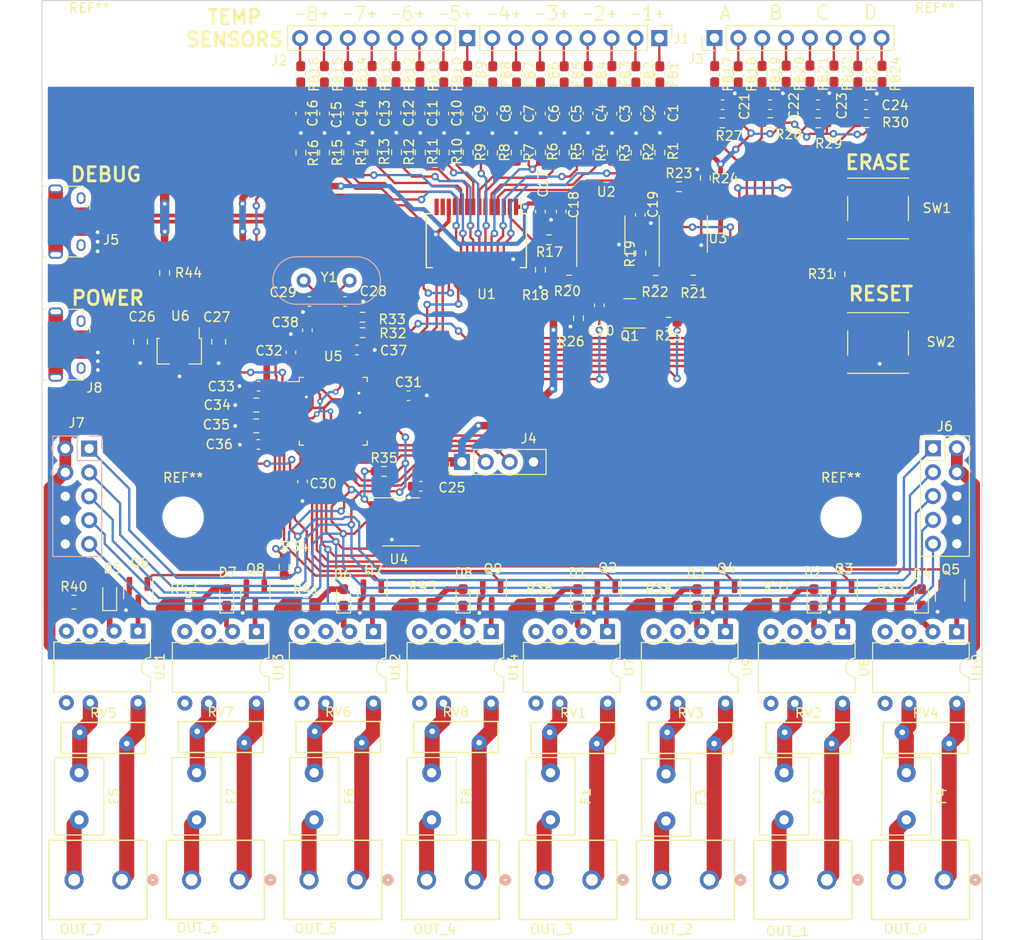
<source format=kicad_pcb>
(kicad_pcb (version 20211014) (generator pcbnew)
  (layers (0 "F.Cu" signal) (31 "B.Cu" signal) (34 "B.Paste" user) (35 "F.Paste" user) (36 "B.SilkS" user "B.Silkscreen") (37 "F.SilkS" user "F.Silkscreen") (38 "B.Mask" user) (39 "F.Mask" user) (44 "Edge.Cuts" user))
  (net 0 "")
  (net 1 "GND")
  (net 2 "Net-(C1-Pad2)")
  (net 3 "Net-(C2-Pad1)")
  (net 4 "Net-(C3-Pad2)")
  (net 5 "Net-(C4-Pad1)")
  (net 6 "Net-(C5-Pad2)")
  (net 7 "Net-(C6-Pad1)")
  (net 8 "Net-(C7-Pad2)")
  (net 9 "Net-(C8-Pad1)")
  (net 10 "Net-(C9-Pad2)")
  (net 11 "Net-(C10-Pad1)")
  (net 12 "Net-(C11-Pad2)")
  (net 13 "Net-(C12-Pad1)")
  (net 14 "Net-(C13-Pad2)")
  (net 15 "Net-(C14-Pad1)")
  (net 16 "Net-(C15-Pad2)")
  (net 17 "Net-(C16-Pad1)")
  (net 18 "+3V3")
  (net 19 "SENSOR_READY")
  (net 20 "SW_0")
  (net 21 "SW_1")
  (net 22 "SW_2")
  (net 23 "SW_3")
  (net 24 "+5V")
  (net 25 "Net-(C28-Pad1)")
  (net 26 "Net-(C29-Pad1)")
  (net 27 "Net-(C35-Pad1)")
  (net 28 "Net-(D1-Pad1)")
  (net 29 "Net-(D1-Pad2)")
  (net 30 "Net-(D2-Pad1)")
  (net 31 "Net-(D2-Pad2)")
  (net 32 "Net-(D3-Pad1)")
  (net 33 "Net-(D3-Pad2)")
  (net 34 "Net-(D4-Pad1)")
  (net 35 "Net-(D4-Pad2)")
  (net 36 "Net-(D5-Pad1)")
  (net 37 "Net-(D5-Pad2)")
  (net 38 "Net-(D6-Pad1)")
  (net 39 "Net-(D6-Pad2)")
  (net 40 "Net-(D7-Pad1)")
  (net 41 "Net-(D7-Pad2)")
  (net 42 "Net-(D8-Pad1)")
  (net 43 "Net-(D8-Pad2)")
  (net 44 "Net-(F1-Pad1)")
  (net 45 "Net-(F1-Pad2)")
  (net 46 "Net-(F2-Pad1)")
  (net 47 "Net-(F2-Pad2)")
  (net 48 "Net-(F3-Pad1)")
  (net 49 "Net-(F3-Pad2)")
  (net 50 "Net-(F4-Pad1)")
  (net 51 "Net-(F4-Pad2)")
  (net 52 "Net-(F5-Pad1)")
  (net 53 "Net-(F5-Pad2)")
  (net 54 "Net-(F6-Pad1)")
  (net 55 "Net-(F6-Pad2)")
  (net 56 "Net-(F7-Pad1)")
  (net 57 "Net-(F7-Pad2)")
  (net 58 "Net-(F8-Pad1)")
  (net 59 "Net-(F8-Pad2)")
  (net 60 "Net-(FB1-Pad1)")
  (net 61 "Net-(FB2-Pad1)")
  (net 62 "Net-(FB3-Pad1)")
  (net 63 "Net-(FB4-Pad1)")
  (net 64 "Net-(FB5-Pad1)")
  (net 65 "Net-(FB6-Pad1)")
  (net 66 "Net-(FB7-Pad1)")
  (net 67 "Net-(FB8-Pad1)")
  (net 68 "Net-(FB9-Pad1)")
  (net 69 "Net-(FB10-Pad1)")
  (net 70 "Net-(FB11-Pad1)")
  (net 71 "Net-(FB12-Pad1)")
  (net 72 "Net-(FB13-Pad1)")
  (net 73 "Net-(FB14-Pad1)")
  (net 74 "Net-(FB15-Pad1)")
  (net 75 "Net-(FB16-Pad1)")
  (net 76 "Net-(FB17-Pad1)")
  (net 77 "Net-(FB18-Pad1)")
  (net 78 "Net-(FB19-Pad1)")
  (net 79 "Net-(FB20-Pad1)")
  (net 80 "Net-(FB21-Pad1)")
  (net 81 "Net-(FB22-Pad1)")
  (net 82 "Net-(FB23-Pad1)")
  (net 83 "Net-(FB24-Pad1)")
  (net 84 "Net-(J4-Pad2)")
  (net 85 "Net-(J4-Pad3)")
  (net 86 "CS2")
  (net 87 "CS3")
  (net 88 "MISO")
  (net 89 "MOSI")
  (net 90 "SCLK")
  (net 91 "Net-(OUT_0-Pad1)")
  (net 92 "Net-(OUT_1-Pad1)")
  (net 93 "Net-(OUT_2-Pad1)")
  (net 94 "Net-(OUT_3-Pad1)")
  (net 95 "Net-(OUT_4-Pad1)")
  (net 96 "Net-(OUT_5-Pad1)")
  (net 97 "Net-(OUT_6-Pad1)")
  (net 98 "Net-(OUT_7-Pad1)")
  (net 99 "OUT_3")
  (net 100 "Net-(Q2-Pad3)")
  (net 101 "OUT_1")
  (net 102 "Net-(Q3-Pad3)")
  (net 103 "OUT_2")
  (net 104 "Net-(Q4-Pad3)")
  (net 105 "OUT_0")
  (net 106 "Net-(Q5-Pad3)")
  (net 107 "OUT_7")
  (net 108 "Net-(Q6-Pad3)")
  (net 109 "OUT_5")
  (net 110 "Net-(Q7-Pad3)")
  (net 111 "OUT_6")
  (net 112 "Net-(Q8-Pad3)")
  (net 113 "OUT_4")
  (net 114 "Net-(Q9-Pad3)")
  (net 115 "Net-(R17-Pad2)")
  (net 116 "Net-(R18-Pad2)")
  (net 117 "Net-(R19-Pad1)")
  (net 118 "Net-(R19-Pad2)")
  (net 119 "Net-(R20-Pad1)")
  (net 120 "Net-(R20-Pad2)")
  (net 121 "Net-(R22-Pad2)")
  (net 122 "Net-(R23-Pad2)")
  (net 123 "SENSOR_TICK")
  (net 124 "Net-(R31-Pad1)")
  (net 125 "Net-(R32-Pad1)")
  (net 126 "Net-(R33-Pad1)")
  (net 127 "CS0")
  (net 128 "Net-(SW1-Pad1)")
  (net 129 "ASW_A2")
  (net 130 "ASW_A1")
  (net 131 "ASW_A0")
  (net 132 "ASW_EN")
  (net 144 "Net-(Q1-Pad1)")
  (net 147 "/mcu/USB+")
  (net 148 "Net-(J5-Pad1)")
  (footprint "Package_SO:SOIC-8_3.9x4.9mm_P1.27mm" (layer "F.Cu") (at 138.18 105.5)
    (fp_text reference "U4")
    (fp_text value "M95010")
  )
  (footprint "MountingHole:MountingHole_3.2mm_M3" (layer "F.Cu") (at 105 55)
    (fp_text reference "REF**")
    (fp_text value "MountingHole_3.2mm_M3")
  )
  (footprint "Diode_SMD:D_0603_1608Metric_Pad1.05x0.95mm_HandSolder" (layer "F.Cu") (at 107.188 113.284 90)
    (fp_text reference "D5")
    (fp_text value "LED")
  )
  (footprint "MountingHole:MountingHole_3.2mm_M3" (layer "F.Cu") (at 115 105)
    (fp_text reference "REF**")
    (fp_text value "MountingHole_3.2mm_M3")
  )
  (footprint "Resistor_SMD:R_0603_1608Metric_Pad0.98x0.95mm_HandSolder" (layer "F.Cu") (at 187.711 63.005)
    (fp_text reference "R30")
    (fp_text value "10K")
  )
  (footprint "Capacitor_SMD:C_0603_1608Metric_Pad1.08x0.95mm_HandSolder" (layer "F.Cu") (at 160.616 62.045 90)
    (fp_text reference "C3")
    (fp_text value "1nF")
  )
  (footprint "Package_SO:SSOP-28_5.3x10.2mm_P0.65mm" (layer "F.Cu") (at 146.191 75.57 -90)
    (fp_text reference "U1")
    (fp_text value "ADG707")
  )
  (footprint "Connector_USB:USB_Micro-B_Amphenol_10118194_Horizontal" (layer "F.Cu") (at 102.74 86.63 -90)
    (fp_text reference "J8")
    (fp_text value "USB_B")
  )
  (footprint "Package_DIP:DIP-8-N7_W7.62mm" (layer "F.Cu") (at 185.156 117.2 -90)
    (fp_text reference "U8")
    (fp_text value "AQH0213")
  )
  (footprint "Connector_PinHeader_2.54mm:PinHeader_1x08_P2.54mm_Vertical" (layer "F.Cu") (at 145.226 54.005 -90)
    (fp_text reference "J2")
    (fp_text value "5-8")
  )
  (footprint "Capacitor_THT:C_Disc_D8.0mm_W5.0mm_P5.00mm" (layer "F.Cu") (at 154.09 132.21 -90)
    (fp_text reference "F1")
    (fp_text value "500mA")
  )
  (footprint "Resistor_SMD:R_0603_1608Metric_Pad0.98x0.95mm_HandSolder" (layer "F.Cu") (at 166.6375 84.25 180)
    (fp_text reference "R25")
    (fp_text value "1K")
  )
  (footprint "Capacitor_SMD:C_0603_1608Metric_Pad1.08x0.95mm_HandSolder" (layer "F.Cu") (at 186.781 57.835 -90)
    (fp_text reference "FB23")
    (fp_text value "2K7")
  )
  (footprint "Resistor_SMD:R_0603_1608Metric_Pad0.98x0.95mm_HandSolder" (layer "F.Cu") (at 142.781 66.177 90)
    (fp_text reference "R10")
    (fp_text value "47K")
  )
  (footprint "project_footprints:282837-2_TYC" (layer "F.Cu") (at 170.9866 143.61 180)
    (fp_text reference "OUT_2")
    (fp_text value "282837-2")
  )
  (footprint "project_footprints:282837-2_TYC" (layer "F.Cu") (at 145.98 143.61 180)
    (fp_text reference "OUT_4")
    (fp_text value "282837-2")
  )
  (footprint "Capacitor_SMD:C_0603_1608Metric_Pad1.08x0.95mm_HandSolder" (layer "F.Cu") (at 130.041 62.0325 90)
    (fp_text reference "C15")
    (fp_text value "1nF")
  )
  (footprint "Capacitor_THT:C_Disc_D8.0mm_W5.0mm_P5.00mm" (layer "F.Cu") (at 141.44 132.21 -90)
    (fp_text reference "F8")
    (fp_text value "500mA")
  )
  (footprint "Connector_PinHeader_2.54mm:PinHeader_1x08_P2.54mm_Vertical" (layer "F.Cu") (at 171.526 53.995 90)
    (fp_text reference "J3")
    (fp_text value "SWITCHES")
  )
  (footprint "Capacitor_SMD:C_0603_1608Metric_Pad1.08x0.95mm_HandSolder" (layer "F.Cu") (at 142.741 62.0325 -90)
    (fp_text reference "C10")
    (fp_text value "1nF")
  )
  (footprint "Diode_SMD:D_0603_1608Metric_Pad1.05x0.95mm_HandSolder" (layer "F.Cu") (at 193.548 113.538 90)
    (fp_text reference "D4")
    (fp_text value "LED")
  )
  (footprint "Capacitor_SMD:C_0603_1608Metric_Pad1.08x0.95mm_HandSolder" (layer "F.Cu") (at 174.061 57.865 -90)
    (fp_text reference "FB18")
    (fp_text value "2K7")
  )
  (footprint "Capacitor_SMD:C_0603_1608Metric_Pad1.08x0.95mm_HandSolder" (layer "F.Cu") (at 182.5285 61.095)
    (fp_text reference "C23")
    (fp_text value "100nF")
  )
  (footprint "Capacitor_SMD:C_0603_1608Metric_Pad1.08x0.95mm_HandSolder" (layer "F.Cu") (at 177.4485 61.095)
    (fp_text reference "C22")
    (fp_text value "100nF")
  )
  (footprint "Resistor_SMD:R_0603_1608Metric_Pad0.98x0.95mm_HandSolder" (layer "F.Cu") (at 140.241 66.177 -90)
    (fp_text reference "R11")
    (fp_text value "47K")
  )
  (footprint "Diode_SMD:D_0603_1608Metric_Pad1.05x0.95mm_HandSolder" (layer "F.Cu") (at 132.08 113.538 90)
    (fp_text reference "D6")
    (fp_text value "LED")
  )
  (footprint "Capacitor_SMD:C_0603_1608Metric_Pad1.08x0.95mm_HandSolder" (layer "F.Cu") (at 176.591 57.8325 -90)
    (fp_text reference "FB19")
    (fp_text value "2K7")
  )
  (footprint "Capacitor_SMD:C_0603_1608Metric_Pad1.08x0.95mm_HandSolder" (layer "F.Cu") (at 145.291 62.045 90)
    (fp_text reference "C9")
    (fp_text value "1nF")
  )
  (footprint "Resistor_SMD:R_0603_1608Metric_Pad0.98x0.95mm_HandSolder" (layer "F.Cu") (at 153.916 75.47 180)
    (fp_text reference "R17")
    (fp_text value "3K3")
  )
  (footprint "Capacitor_SMD:C_0603_1608Metric_Pad1.08x0.95mm_HandSolder" (layer "F.Cu") (at 133.49 87.2)
    (fp_text reference "C37")
    (fp_text value "100nF")
  )
  (footprint "Capacitor_SMD:C_0603_1608Metric_Pad1.08x0.95mm_HandSolder" (layer "F.Cu") (at 135.116 62.02 90)
    (fp_text reference "C13")
    (fp_text value "1nF")
  )
  (footprint "Capacitor_SMD:C_0603_1608Metric_Pad1.08x0.95mm_HandSolder" (layer "F.Cu") (at 137.651 57.845 -90)
    (fp_text reference "FB12")
    (fp_text value "2K7")
  )
  (footprint "project_footprints:282837-2_TYC" (layer "F.Cu") (at 158.4866 143.61 180)
    (fp_text reference "OUT_3")
    (fp_text value "282837-2")
  )
  (footprint "Resistor_SMD:R_0603_1608Metric_Pad0.98x0.95mm_HandSolder" (layer "F.Cu") (at 136.3775 100.13)
    (fp_text reference "R35")
    (fp_text value "0")
  )
  (footprint "Resistor_SMD:R_0603_1608Metric_Pad0.98x0.95mm_HandSolder" (layer "F.Cu") (at 156.066 79.77)
    (fp_text reference "R20")
    (fp_text value "10K")
  )
  (footprint "Resistor_SMD:R_0603_1608Metric_Pad0.98x0.95mm_HandSolder" (layer "F.Cu") (at 160.666 66.195 -90)
    (fp_text reference "R3")
    (fp_text value "47K")
  )
  (footprint "Package_TO_SOT_SMD:SOT-23" (layer "F.Cu") (at 135.128 113.284 -90)
    (fp_text reference "Q7")
    (fp_text value "DTC113Z")
  )
  (footprint "Capacitor_SMD:C_0603_1608Metric_Pad1.08x0.95mm_HandSolder" (layer "F.Cu") (at 127.511 57.855 -90)
    (fp_text reference "FB16")
    (fp_text value "2K7")
  )
  (footprint "Package_DIP:DIP-8-N7_W7.62mm" (layer "F.Cu") (at 147.775 117.175 -90)
    (fp_text reference "U14")
    (fp_text value "AQH0213")
  )
  (footprint "Resistor_SMD:R_0603_1608Metric_Pad0.98x0.95mm_HandSolder" (layer "F.Cu") (at 147.916 66.22 90)
    (fp_text reference "R8")
    (fp_text value "47K")
  )
  (footprint "project_footprints:282837-2_TYC" (layer "F.Cu") (at 183.48 143.61 180)
    (fp_text reference "OUT_1")
    (fp_text value "282837-2")
  )
  (footprint "Resistor_SMD:R_0603_1608Metric_Pad0.98x0.95mm_HandSolder" (layer "F.Cu") (at 157.06 83.8225 -90)
    (fp_text reference "R26")
    (fp_text value "10K")
  )
  (footprint "Connector_PinHeader_2.54mm:PinHeader_2x05_P2.54mm_Vertical" (layer "F.Cu") (at 194.775 97.675)
    (fp_text reference "J6")
    (fp_text value "SPI UP")
  )
  (footprint "Button_Switch_SMD:SW_Push_1P1T_NO_6x6mm_H9.5mm" (layer "F.Cu") (at 188.93 86.46)
    (fp_text reference "SW2")
    (fp_text value "RESET")
  )
  (footprint "Package_TO_SOT_SMD:SOT-23" (layer "F.Cu") (at 110.236 113.03 -90)
    (fp_text reference "Q6")
    (fp_text value "DTC113Z")
  )
  (footprint "Capacitor_SMD:C_0603_1608Metric_Pad1.08x0.95mm_HandSolder" (layer "F.Cu") (at 127.511 62.0175 -90)
    (fp_text reference "C16")
    (fp_text value "1nF")
  )
  (footprint "Capacitor_SMD:C_0603_1608Metric_Pad1.08x0.95mm_HandSolder" (layer "F.Cu") (at 187.6535 61.095)
    (fp_text reference "C24")
    (fp_text value "100nF")
  )
  (footprint "Capacitor_SMD:C_0603_1608Metric_Pad1.08x0.95mm_HandSolder" (layer "F.Cu") (at 153.016 57.87 -90)
    (fp_text reference "FB6")
    (fp_text value "2K7")
  )
  (footprint "Capacitor_SMD:C_0603_1608Metric_Pad1.08x0.95mm_HandSolder" (layer "F.Cu") (at 179.161 57.805 -90)
    (fp_text reference "FB20")
    (fp_text value "2K7")
  )
  (footprint "Capacitor_SMD:C_0603_1608Metric_Pad1.08x0.95mm_HandSolder" (layer "F.Cu") (at 184.241 57.795 -90)
    (fp_text reference "FB22")
    (fp_text value "2K7")
  )
  (footprint "Resistor_SMD:R_0603_1608Metric_Pad0.98x0.95mm_HandSolder" (layer "F.Cu") (at 150.441 66.195 -90)
    (fp_text reference "R7")
    (fp_text value "47K")
  )
  (footprint "Connector_PinHeader_2.54mm:PinHeader_1x08_P2.54mm_Vertical" (layer "F.Cu") (at 165.661 54.005 -90)
    (fp_text reference "J1")
    (fp_text value "1-4")
  )
  (footprint "Resistor_SMD:R_0603_1608Metric_Pad0.98x0.95mm_HandSolder" (layer "F.Cu") (at 169.2735 79.77)
    (fp_text reference "R21")
    (fp_text value "10K")
  )
  (footprint "Capacitor_SMD:C_0603_1608Metric_Pad1.08x0.95mm_HandSolder" (layer "F.Cu") (at 128.435 82.04 180)
    (fp_text reference "C29")
    (fp_text value "18pF")
  )
  (footprint "Capacitor_SMD:C_0603_1608Metric_Pad1.08x0.95mm_HandSolder" (layer "F.Cu") (at 163.166 57.87 -90)
    (fp_text reference "FB2")
    (fp_text value "2K7")
  )
  (footprint "Capacitor_SMD:C_0603_1608Metric_Pad1.08x0.95mm_HandSolder" (layer "F.Cu") (at 147.891 62.02 -90)
    (fp_text reference "C8")
    (fp_text value "1nF")
  )
  (footprint "Resistor_SMD:R_0603_1608Metric_Pad0.98x0.95mm_HandSolder" (layer "F.Cu") (at 182.561 63.025)
    (fp_text reference "R29")
    (fp_text value "10K")
  )
  (footprint "Capacitor_SMD:C_0603_1608Metric_Pad1.08x0.95mm_HandSolder" (layer "F.Cu") (at 158.066 62.0075 -90)
    (fp_text reference "C4")
    (fp_text value "1nF")
  )
  (footprint "Resistor_SMD:R_0603_1608Metric_Pad0.98x0.95mm_HandSolder" (layer "F.Cu") (at 165.716 66.195 -90)
    (fp_text reference "R1")
    (fp_text value "47K")
  )
  (footprint "Resistor_SMD:R_0805_2012Metric_Pad1.20x1.40mm_HandSolder" (layer "F.Cu") (at 178.038 114.3)
    (fp_text reference "R37")
    (fp_text value "82")
  )
  (footprint "Varistor:RV_Disc_D9mm_W3.3mm_P5mm" (layer "F.Cu") (at 146.5 129 180)
    (fp_text reference "RV8")
    (fp_text value "V20E275PL1B1")
  )
  (footprint "Capacitor_SMD:C_0805_2012Metric_Pad1.18x1.45mm_HandSolder" (layer "F.Cu") (at 122.79 93.07 180)
    (fp_text reference "C34")
    (fp_text value "10uF")
  )
  (footprint "Resistor_SMD:R_0603_1608Metric_Pad0.98x0.95mm_HandSolder" (layer "F.Cu") (at 163.186 66.195 90)
    (fp_text reference "R2")
    (fp_text value "47K")
  )
  (footprint "Capacitor_SMD:C_0603_1608Metric_Pad1.08x0.95mm_HandSolder" (layer "F.Cu") (at 165.716 61.995 90)
    (fp_text reference "C1")
    (fp_text value "1nF")
  )
  (footprint "Capacitor_SMD:C_0603_1608Metric_Pad1.08x0.95mm_HandSolder" (layer "F.Cu") (at 155.541 57.87 -90)
    (fp_text reference "FB5")
    (fp_text value "2K7")
  )
  (footprint "Capacitor_THT:C_Disc_D8.0mm_W5.0mm_P5.00mm" (layer "F.Cu") (at 128.94 132.21 -90)
    (fp_text reference "F6")
    (fp_text value "500mA")
  )
  (footprint "Resistor_SMD:R_0805_2012Metric_Pad1.20x1.40mm_HandSolder" (layer "F.Cu") (at 190.246 114.3)
    (fp_text reference "R39")
    (fp_text value "82")
  )
  (footprint "Capacitor_SMD:C_0603_1608Metric_Pad1.08x0.95mm_HandSolder" (layer "F.Cu") (at 128.22 85.11 90)
    (fp_text reference "C38")
    (fp_text value "100nF")
  )
  (footprint "Resistor_SMD:R_0805_2012Metric_Pad1.20x1.40mm_HandSolder" (layer "F.Cu") (at 115.57 114.3)
    (fp_text reference "R42")
    (fp_text value "82")
  )
  (footprint "Capacitor_SMD:C_0603_1608Metric_Pad1.08x0.95mm_HandSolder" (layer "F.Cu") (at 155.216 72.47 -90)
    (fp_text reference "C18")
    (fp_text value "100nF")
  )
  (footprint "Capacitor_SMD:C_0603_1608Metric_Pad1.08x0.95mm_HandSolder" (layer "F.Cu") (at 145.271 57.815 -90)
    (fp_text reference "FB9")
    (fp_text value "2K7")
  )
  (footprint "Capacitor_SMD:C_0603_1608Metric_Pad1.08x0.95mm_HandSolder" (layer "F.Cu") (at 147.941 57.87 -90)
    (fp_text reference "FB8")
    (fp_text value "2K7")
  )
  (footprint "Package_TO_SOT_SMD:SOT-23" (layer "F.Cu") (at 162.5125 83.31 180)
    (fp_text reference "Q1")
    (fp_text value "MMBT3906")
  )
  (footprint "Capacitor_SMD:C_0603_1608Metric_Pad1.08x0.95mm_HandSolder" (layer "F.Cu") (at 140.191 57.855 -90)
    (fp_text reference "FB11")
    (fp_text value "2K7")
  )
  (footprint "Varistor:RV_Disc_D9mm_W3.3mm_P5mm" (layer "F.Cu") (at 196.5 129.1 180)
    (fp_text reference "RV4")
    (fp_text value "V20E275PL1B1")
  )
  (footprint "Resistor_SMD:R_0603_1608Metric_Pad0.98x0.95mm_HandSolder" (layer "F.Cu") (at 184.87 79.13 90)
    (fp_text reference "R31")
    (fp_text value "10K")
  )
  (footprint "Resistor_SMD:R_0603_1608Metric_Pad0.98x0.95mm_HandSolder" (layer "F.Cu") (at 177.461 63.005)
    (fp_text reference "R28")
    (fp_text value "10K")
  )
  (footprint "Varistor:RV_Disc_D9mm_W3.3mm_P5mm" (layer "F.Cu") (at 171.5 129.1 180)
    (fp_text reference "RV3")
    (fp_text value "V20E275PL1B1")
  )
  (footprint "Resistor_SMD:R_0603_1608Metric_Pad0.98x0.95mm_HandSolder" (layer "F.Cu") (at 135.161 66.177 -90)
    (fp_text reference "R13")
    (fp_text value "47K")
  )
  (footprint "MountingHole:MountingHole_3.2mm_M3" (layer "F.Cu") (at 195 55)
    (fp_text reference "REF**")
    (fp_text value "MountingHole_3.2mm_M3")
  )
  (footprint "Resistor_SMD:R_0603_1608Metric_Pad0.98x0.95mm_HandSolder" (layer "F.Cu") (at 155.541 66.195 -90)
    (fp_text reference "R5")
    (fp_text value "47K")
  )
  (footprint "Capacitor_SMD:C_0603_1608Metric_Pad1.08x0.95mm_HandSolder" (layer "F.Cu") (at 126.47 87.45 90)
    (fp_text reference "C32")
    (fp_text value "100nF")
  )
  (footprint "Package_TO_SOT_SMD:SOT-23" (layer "F.Cu") (at 122.682 113.284 -90)
    (fp_text reference "Q8")
    (fp_text value "DTC113Z")
  )
  (footprint "Resistor_SMD:R_0603_1608Metric_Pad0.98x0.95mm_HandSolder" (layer "F.Cu") (at 158.091 66.195 90)
    (fp_text reference "R4")
    (fp_text value "47K")
  )
  (footprint "Package_SO:SOP-8_3.9x4.9mm_P1.27mm" (layer "F.Cu") (at 168.211 74.845 90)
    (fp_text reference "U3")
    (fp_text value "OPA2340")
  )
  (footprint "Capacitor_SMD:C_0603_1608Metric_Pad1.08x0.95mm_HandSolder" (layer "F.Cu") (at 150.416 62.0075 90)
    (fp_text reference "C7")
    (fp_text value "1nF")
  )
  (footprint "Package_DIP:DIP-8-N7_W7.62mm" (layer "F.Cu") (at 122.8 117.175 -90)
    (fp_text reference "U13")
    (fp_text value "AQH0213")
  )
  (footprint "Varistor:RV_Disc_D9mm_W3.3mm_P5mm" (layer "F.Cu") (at 134 129 180)
    (fp_text reference "RV6")
    (fp_text value "V20E275PL1B1")
  )
  (footprint "Capacitor_SMD:C_0603_1608Metric_Pad1.08x0.95mm_HandSolder" (layer "F.Cu") (at 140.29 101.71 180)
    (fp_text reference "C25")
    (fp_text value "100nF")
  )
  (footprint "Connector_USB:USB_Micro-B_Amphenol_10118194_Horizontal" (layer "F.Cu") (at 102.735 73.54 -90)
    (fp_text reference "J5")
    (fp_text value "USB_B")
  )
  (footprint "Resistor_SMD:R_0805_2012Metric_Pad1.20x1.40mm_HandSolder" (layer "F.Cu") (at 128.016 114.3)
    (fp_text reference "R41")
    (fp_text value "82")
  )
  (footprint "Capacitor_SMD:C_0603_1608Metric_Pad1.08x0.95mm_HandSolder" (layer "F.Cu") (at 140.201 62.02 90)
    (fp_text reference "C11")
    (fp_text value "1nF")
  )
  (footprint "Package_SO:SOP-8_3.9x4.9mm_P1.27mm" (layer "F.Cu") (at 159.441 74.87 90)
    (fp_text reference "U2")
    (fp_text value "OPA2340")
  )
  (footprint "Button_Switch_SMD:SW_Push_1P1T_NO_6x6mm_H9.5mm" (layer "F.Cu") (at 188.93 72.14)
    (fp_text reference "SW1")
    (fp_text value "ERASE")
  )
  (footprint "Capacitor_SMD:C_0603_1608Metric_Pad1.08x0.95mm_HandSolder" (layer "F.Cu") (at 160.616 57.845 -90)
    (fp_text reference "FB3")
    (fp_text value "2K7")
  )
  (footprint "Capacitor_SMD:C_0603_1608Metric_Pad1.08x0.95mm_HandSolder" (layer "F.Cu") (at 132.581 57.845 -90)
    (fp_text reference "FB14")
    (fp_text value "2K7")
  )
  (footprint "project_footprints:282837-2_TYC" (layer "F.Cu") (at 133.48 143.61 180)
    (fp_text reference "OUT_5")
    (fp_text value "282837-2")
  )
  (footprint "Capacitor_SMD:C_0805_2012Metric_Pad1.18x1.45mm_HandSolder" (layer "F.Cu") (at 110.47 86.34 90)
    (fp_text reference "C26")
    (fp_text value "1uF")
  )
  (footprint "Diode_SMD:D_0603_1608Metric_Pad1.05x0.95mm_HandSolder" (layer "F.Cu") (at 182.118 113.538 90)
    (fp_text reference "D2")
    (fp_text value "LED")
  )
  (footprint "Resistor_SMD:R_0603_1608Metric_Pad0.98x0.95mm_HandSolder" (layer "F.Cu") (at 113.03 78.994 -90)
    (fp_text reference "R44")
    (fp_text value "0")
  )
  (footprint "project_footprints:282837-2_TYC" (layer "F.Cu") (at 108.48 143.61 180)
    (fp_text reference "OUT_7")
    (fp_text value "282837-2")
  )
  (footprint "Capacitor_SMD:C_0603_1608Metric_Pad1.08x0.95mm_HandSolder" (layer "F.Cu") (at 137.661 61.9775 -90)
    (fp_text reference "C12")
    (fp_text value "1nF")
  )
  (footprint "Resistor_SMD:R_0603_1608Metric_Pad0.98x0.95mm_HandSolder" (layer "F.Cu") (at 163.691 76.895 -90)
    (fp_text reference "R19")
    (fp_text value "10K")
  )
  (footprint "Resistor_SMD:R_0603_1608Metric_Pad0.98x0.95mm_HandSolder" (layer "F.Cu") (at 134.0825 83.72)
    (fp_text reference "R33")
    (fp_text value "27")
  )
  (footprint "Capacitor_SMD:C_0603_1608Metric_Pad1.08x0.95mm_HandSolder" (layer "F.Cu") (at 123 97.26 180)
    (fp_text reference "C36")
    (fp_text value "100nF")
  )
  (footprint "Package_DIP:DIP-8-N7_W7.62mm" (layer "F.Cu") (at 197.3 117.2 -90)
    (fp_text reference "U10")
    (fp_text value "AQH0213")
  )
  (footprint "Capacitor_SMD:C_0603_1608Metric_Pad1.08x0.95mm_HandSolder" (layer "F.Cu") (at 163.641 72.82 -90)
    (fp_text reference "C19")
    (fp_text value "100nF")
  )
  (footprint "Package_QFP:LQFP-48_7x7mm_P0.5mm" (layer "F.Cu") (at 130.97 93.73)
    (fp_text reference "U5")
    (fp_text value "SAM4S2A")
  )
  (footprint "Capacitor_SMD:C_0603_1608Metric_Pad1.08x0.95mm_HandSolder" (layer "F.Cu") (at 132.581 62.02 -90)
    (fp_text reference "C14")
    (fp_text value "1nF")
  )
  (footprint "Capacitor_SMD:C_0805_2012Metric_Pad1.18x1.45mm_HandSolder" (layer "F.Cu") (at 122.78 95.28 180)
    (fp_text reference "C35")
    (fp_text value "10uF")
  )
  (footprint "Capacitor_SMD:C_0603_1608Metric_Pad1.08x0.95mm_HandSolder" (layer "F.Cu") (at 135.111 57.835 -90)
    (fp_text reference "FB13")
    (fp_text value "2K7")
  )
  (footprint "Capacitor_THT:C_Disc_D8.0mm_W5.0mm_P5.00mm" (layer "F.Cu") (at 191.94 132.21 -90)
    (fp_text reference "F4")
    (fp_text value "500mA")
  )
  (footprint "Capacitor_SMD:C_0603_1608Metric_Pad1.08x0.95mm_HandSolder" (layer "F.Cu") (at 171.551 57.8425 -90)
    (fp_text reference "FB17")
    (fp_text value "2K7")
  )
  (footprint "Resistor_SMD:R_0603_1608Metric_Pad0.98x0.95mm_HandSolder" (layer "F.Cu") (at 165.2735 79.795)
    (fp_text reference "R22")
    (fp_text value "10K")
  )
  (footprint "Varistor:RV_Disc_D9mm_W3.3mm_P5mm" (layer "F.Cu") (at 109 129.1 180)
    (fp_text reference "RV5")
    (fp_text value "V20E275PL1B1")
  )
  (footprint "Capacitor_SMD:C_0603_1608Metric_Pad1.08x0.95mm_HandSolder" (layer "F.Cu") (at 172.3985 61.095)
    (fp_text reference "C21")
    (fp_text value "100nF")
  )
  (footprint "Capacitor_THT:C_Disc_D8.0mm_W5.0mm_P5.00mm" (layer "F.Cu") (at 166.37 132.334 -90)
    (fp_text reference "F3")
    (fp_text value "500mA")
  )
  (footprint "MountingHole:MountingHole_3.2mm_M3" (layer "F.Cu") (at 185 105)
    (fp_text reference "REF**")
    (fp_text value "MountingHole_3.2mm_M3")
  )
  (footprint "Resistor_SMD:R_0603_1608Metric_Pad0.98x0.95mm_HandSolder" (layer "F.Cu") (at 170.561 68.895 90)
    (fp_text reference "R24")
    (fp_text value "4K7")
  )
  (footprint "Varistor:RV_Disc_D9mm_W3.3mm_P5mm" (layer "F.Cu") (at 121.5 129 180)
    (fp_text reference "RV7")
    (fp_text value "V20E275PL1B1")
  )
  (footprint "Package_DIP:DIP-8-N7_W7.62mm" (layer "F.Cu") (at 135.25 117.175 -90)
    (fp_text reference "U12")
    (fp_text value "AQH0213")
  )
  (footprint "project_footprints:282837-2_TYC" (layer "F.Cu") (at 195.98 143.61 180)
    (fp_text reference "OUT_0")
    (fp_text value "282837-2")
  )
  (footprint "Capacitor_THT:C_Disc_D8.0mm_W5.0mm_P5.00mm" (layer "F.Cu") (at 178.94 132.21 -90)
    (fp_text reference "F2")
    (fp_text value "500mA")
  )
  (footprint "project_footprints:282837-2_TYC" (layer "F.Cu") (at 120.98 143.61 180)
    (fp_text reference "OUT_6")
    (fp_text value "282837-2")
  )
  (footprint "Package_DIP:DIP-8-N7_W7.62mm" (layer "F.Cu") (at 172.7 117.175 -90)
    (fp_text reference "U9")
    (fp_text value "AQH0213")
  )
  (footprint "Resistor_SMD:R_0603_1608Metric_Pad0.98x0.95mm_HandSolder" (layer "F.Cu") (at 153.016 78.67 90)
    (fp_text reference "R18")
    (fp_text value "3K3")
  )
  (footprint "Package_DIP:DIP-8-N7_W7.62mm" (layer "F.Cu") (at 160.15 117.175 -90)
    (fp_text reference "U7")
    (fp_text value "AQH0213")
  )
  (footprint "Resistor_SMD:R_0805_2012Metric_Pad1.20x1.40mm_HandSolder" (layer "F.Cu") (at 140.462 114.3)
    (fp_text reference "R43")
    (fp_text value "82")
  )
  (footprint "Resistor_SMD:R_0805_2012Metric_Pad1.20x1.40mm_HandSolder" (layer "F.Cu") (at 103.378 114.046)
    (fp_text reference "R40")
    (fp_text value "82")
  )
  (footprint "Capacitor_SMD:C_0603_1608Metric_Pad1.08x0.95mm_HandSolder" (layer "F.Cu") (at 165.716 57.87 -90)
    (fp_text reference "FB1")
    (fp_text value "2K7")
  )
  (footprint "Resistor_SMD:R_0805_2012Metric_Pad1.20x1.40mm_HandSolder" (layer "F.Cu") (at 152.924 114.3)
    (fp_text reference "R36")
    (fp_text value "82")
  )
  (footprint "Resistor_SMD:R_0603_1608Metric_Pad0.98x0.95mm_HandSolder" (layer "F.Cu") (at 125.75 110.27 -90)
    (fp_text reference "R34")
    (fp_text value "0")
  )
  (footprint "Capacitor_THT:C_Disc_D8.0mm_W5.0mm_P5.00mm" (layer "F.Cu") (at 103.94 132.21 -90)
    (fp_text reference "F5")
    (fp_text value "500mA")
  )
  (footprint "Package_TO_SOT_SMD:SOT-23" (layer "F.Cu") (at 185.166 113.284 -90)
    (fp_text reference "Q3")
    (fp_text value "DTC113Z")
  )
  (footprint "Capacitor_THT:C_Disc_D8.0mm_W5.0mm_P5.00mm" (layer "F.Cu") (at 116.44 132.21 -90)
    (fp_text reference "F7")
    (fp_text value "500mA")
  )
  (footprint "Capacitor_SMD:C_0603_1608Metric_Pad1.08x0.95mm_HandSolder" (layer "F.Cu") (at 163.191 62.045 -90)
    (fp_text reference "C2")
    (fp_text value "1nF")
  )
  (footprint "Capacitor_SMD:C_0603_1608Metric_Pad1.08x0.95mm_HandSolder" (layer "F.Cu") (at 142.731 57.855 -90)
    (fp_text reference "FB10")
    (fp_text value "2K7")
  )
  (footprint "Capacitor_SMD:C_0603_1608Metric_Pad1.08x0.95mm_HandSolder" (layer "F.Cu") (at 153.016 62.0325 -90)
    (fp_text reference "C6")
    (fp_text value "1nF")
  )
  (footprint "Capacitor_SMD:C_0603_1608Metric_Pad1.08x0.95mm_HandSolder" (layer "F.Cu") (at 123.03 91.06 180)
    (fp_text reference "C33")
    (fp_text value "100nF")
  )
  (footprint "Capacitor_SMD:C_0603_1608Metric_Pad1.08x0.95mm_HandSolder" (layer "F.Cu") (at 130.031 57.855 -90)
    (fp_text reference "FB15")
    (fp_text value "2K7")
  )
  (footprint "Varistor:RV_Disc_D9mm_W3.3mm_P5mm" (layer "F.Cu") (at 184 129.1 180)
    (fp_text reference "RV2")
    (fp_text value "V20E275PL1B1")
  )
  (footprint "Capacitor_SMD:C_0603_1608Metric_Pad1.08x0.95mm_HandSolder" (layer "F.Cu") (at 181.681 57.795 -90)
    (fp_text reference "FB21")
    (fp_text value "2K7")
  )
  (footprint "Resistor_SMD:R_0603_1608Metric_Pad0.98x0.95mm_HandSolder" (layer "F.Cu") (at 132.611 66.185 90)
    (fp_text reference "R14")
    (fp_text value "47K")
  )
  (footprint "Capacitor_SMD:C_0603_1608Metric_Pad1.08x0.95mm_HandSolder" (layer "F.Cu") (at 132.22 82.04)
    (fp_text reference "C28")
    (fp_text value "18pF")
  )
  (footprint "Package_TO_SOT_SMD:SOT-89-3" (layer "F.Cu") (at 114.588 87.0315 -90)
    (fp_text reference "U6")
    (fp_text value "AP7381-33Y-13")
  )
  (footprint "Capacitor_SMD:C_0603_1608Metric_Pad1.08x0.95mm_HandSolder" (layer "F.Cu") (at 153.016 72.47 -90)
    (fp_text reference "C17")
    (fp_text value "100nF")
  )
  (footprint "Diode_SMD:D_0603_1608Metric_Pad1.05x0.95mm_HandSolder" (layer "F.Cu") (at 156.972 113.538 90)
    (fp_text reference "D1")
    (fp_text value "LED")
  )
  (footprint "Package_TO_SOT_SMD:SOT-23" (layer "F.Cu") (at 172.72 113.284 -90)
    (fp_text reference "Q4")
    (fp_text value "DTC113Z")
  )
  (footprint "Resistor_SMD:R_0603_1608Metric_Pad0.98x0.95mm_HandSolder" (layer "F.Cu") (at 134.0925 85.36)
    (fp_text reference "R32")
    (fp_text value "27")
  )
  (footprint "Resistor_SMD:R_0603_1608Metric_Pad0.98x0.95mm_HandSolder" (layer "F.Cu") (at 145.321 66.177 -90)
    (fp_text reference "R9")
    (fp_text value "47K")
  )
  (footprint "Capacitor_SMD:C_0805_2012Metric_Pad1.18x1.45mm_HandSolder" (layer "F.Cu") (at 118.78 86.34 90)
    (fp_text reference "C27")
    (fp_text value "2.2uF")
  )
  (footprint "Capacitor_SMD:C_0603_1608Metric_Pad1.08x0.95mm_HandSolder" (layer "F.Cu") (at 159.28 82.4475 90)
    (fp_text reference "C20")
    (fp_text value "100nF")
  )
  (footprint "Resistor_SMD:R_0603_1608Metric_Pad0.98x0.95mm_HandSolder" (layer "F.Cu") (at 137.701 66.177 90)
    (fp_text reference "R12")
    (fp_text value "47K")
  )
  (footprint "Package_TO_SOT_SMD:SOT-23" (layer "F.Cu") (at 160.02 113.284 -90)
    (fp_text reference "Q2")
    (fp_text value "DTC113Z")
  )
  (footprint "Resistor_SMD:R_0805_2012Metric_Pad1.20x1.40mm_HandSolder" (layer "F.Cu") (at 165.608 114.3)
    (fp_text reference "R38")
    (fp_text value "82")
  )
  (footprint "Resistor_SMD:R_0603_1608Metric_Pad0.98x0.95mm_HandSolder" (layer "F.Cu") (at 153.016 66.195 90)
    (fp_text reference "R6")
    (fp_text value "47K")
  )
  (footprint "Connector_PinHeader_2.54mm:PinHeader_1x04_P2.54mm_Vertical" (layer "F.Cu") (at 144.66 99.12 90)
    (fp_text reference "J4")
    (fp_text value "Debug")
  )
  (footprint "Resistor_SMD:R_0603_1608Metric_Pad0.98x0.95mm_HandSolder" (layer "F.Cu") (at 130.041 66.1875 -90)
    (fp_text reference "R15")
    (fp_text value "47K")
  )
  (footprint "Capacitor_SMD:C_0603_1608Metric_Pad1.08x0.95mm_HandSolder" (layer "F.Cu") (at 158.091 57.845 -90)
    (fp_text reference "FB4")
    (fp_text value "2K7")
  )
  (footprint "Package_DIP:DIP-8-N7_W7.62mm" (layer "F.Cu") (at 110.2 117.125 -90)
    (fp_text reference "U11")
    (fp_text value "AQH0213")
  )
  (footprint "Capacitor_SMD:C_0603_1608Metric_Pad1.08x0.95mm_HandSolder" (layer "F.Cu") (at 150.466 57.87 -90)
    (fp_text reference "FB7")
    (fp_text value "2K7")
  )
  (footprint "Diode_SMD:D_0603_1608Metric_Pad1.05x0.95mm_HandSolder" (layer "F.Cu") (at 169.672 113.538 90)
    (fp_text reference "D3")
    (fp_text value "LED")
  )
  (footprint "Diode_SMD:D_0603_1608Metric_Pad1.05x0.95mm_HandSolder" (layer "F.Cu") (at 144.78 113.538 90)
    (fp_text reference "D8")
    (fp_text value "LED")
  )
  (footprint "Capacitor_SMD:C_0603_1608Metric_Pad1.08x0.95mm_HandSolder" (layer "F.Cu") (at 189.351 57.8225 -90)
    (fp_text reference "FB24")
    (fp_text value "2K7")
  )
  (footprint "Capacitor_SMD:C_0603_1608Metric_Pad1.08x0.95mm_HandSolder" (layer "F.Cu") (at 155.566 62.0325 90)
    (fp_text reference "C5")
    (fp_text value "1nF")
  )
  (footprint "Capacitor_SMD:C_0603_1608Metric_Pad1.08x0.95mm_HandSolder" (layer "F.Cu") (at 127.7 101.21 -90)
    (fp_text reference "C30")
    (fp_text value "100nF")
  )
  (footprint "Capacitor_SMD:C_0603_1608Metric_Pad1.08x0.95mm_HandSolder" (layer "F.Cu") (at 138.9725 92.07)
    (fp_text reference "C31")
    (fp_text value "100nF")
  )
  (footprint "Package_TO_SOT_SMD:SOT-23" (layer "F.Cu") (at 196.596 113.284 -90)
    (fp_text reference "Q5")
    (fp_text value "DTC113Z")
  )
  (footprint "Resistor_SMD:R_0603_1608Metric_Pad0.98x0.95mm_HandSolder" (layer "F.Cu") (at 172.361 63.025)
    (fp_text reference "R27")
    (fp_text value "10K")
  )
  (footprint "Varistor:RV_Disc_D9mm_W3.3mm_P5mm" (layer "F.Cu") (at 159 129.1 180)
    (fp_text reference "RV1")
    (fp_text value "V20E275PL1B1")
  )
  (footprint "Package_TO_SOT_SMD:SOT-23" (layer "F.Cu") (at 147.828 113.284 -90)
    (fp_text reference "Q9")
    (fp_text value "DTC113Z")
  )
  (footprint "Resistor_SMD:R_0603_1608Metric_Pad0.98x0.95mm_HandSolder" (layer "F.Cu") (at 167.751 69.825)
    (fp_text reference "R23")
    (fp_text value "1K")
  )
  (footprint "Resistor_SMD:R_0603_1608Metric_Pad0.98x0.95mm_HandSolder" (layer "F.Cu") (at 127.531 66.1975 90)
    (fp_text reference "R16")
    (fp_text value "47K")
  )
  (footprint "Diode_SMD:D_0603_1608Metric_Pad1.05x0.95mm_HandSolder" (layer "F.Cu") (at 119.634 113.538 90)
    (fp_text reference "D7")
    (fp_text value "LED")
  )
  (footprint "Connector_PinHeader_2.54mm:PinHeader_2x05_P2.54mm_Vertical" (layer "B.Cu") (at 105.006 97.698 180)
    (fp_text reference "J7")
    (fp_text value "SPI DOWN")
  )
  (footprint "Crystal:Crystal_HC49-4H_Vertical" (layer "B.Cu") (at 127.83 79.81)
    (fp_text reference "Y1")
    (fp_text value "12M")
  )
  (gr_rect (start 200 150) (end 100 50) (layer "Edge.Cuts") (width 0.1) (fill none))
  (gr_text "+" (at 155.54 51.35) (layer "F.SilkS") (effects (font (size 1 1))))
  (gr_text "3" (at 154.29 51.35) (layer "F.SilkS") (effects (font (size 1.5 1.5))))
  (gr_text "DEBUG" (at 106.79 68.52) (layer "F.SilkS") (effects (font (size 1.5 1.5) (thickness 0.3))))
  (gr_text "7" (at 133.82 51.44) (layer "F.SilkS") (effects (font (size 1.5 1.5))))
  (gr_text "-" (at 163.12 51.37) (layer "F.SilkS") (effects (font (size 1 1))))
  (gr_text "POWER" (at 106.98 81.68) (layer "F.SilkS") (effects (font (size 1.5 1.5) (thickness 0.3))))
  (gr_text "+" (at 165.68 51.36) (layer "F.SilkS") (effects (font (size 1 1))))
  (gr_text "C" (at 183.04 51.29) (layer "F.SilkS") (effects (font (size 1.5 1.5))))
  (gr_text "+" (at 135.11 51.35) (layer "F.SilkS") (effects (font (size 1 1))))
  (gr_text "+" (at 160.6 51.36) (layer "F.SilkS") (effects (font (size 1 1))))
  (gr_text "TEMP\nSENSORS" (at 120.46 52.98) (layer "F.SilkS") (effects (font (size 1.5 1.5) (thickness 0.3))))
  (gr_text "-" (at 137.61 51.36) (layer "F.SilkS") (effects (font (size 1 1))))
  (gr_text "5" (at 143.98 51.36) (layer "F.SilkS") (effects (font (size 1.5 1.5))))
  (gr_text "1" (at 164.47 51.4) (layer "F.SilkS") (effects (font (size 1.5 1.5))))
  (gr_text "RESET" (at 189.23 81.22) (layer "F.SilkS") (effects (font (size 1.5 1.5) (thickness 0.3))))
  (gr_text "-" (at 142.69 51.36) (layer "F.SilkS") (effects (font (size 1 1))))
  (gr_text "+" (at 140.17 51.35) (layer "F.SilkS") (effects (font (size 1 1))))
  (gr_text "6" (at 138.88 51.39) (layer "F.SilkS") (effects (font (size 1.5 1.5))))
  (gr_text "8" (at 128.74 51.43) (layer "F.SilkS") (effects (font (size 1.5 1.5))))
  (gr_text "B" (at 178.06 51.31) (layer "F.SilkS") (effects (font (size 1.5 1.5))))
  (gr_text "+" (at 150.46 51.35) (layer "F.SilkS") (effects (font (size 1 1))))
  (gr_text "2\n" (at 159.3 51.41) (layer "F.SilkS") (effects (font (size 1.5 1.5))))
  (gr_text "ERASE" (at 188.96 67.24) (layer "F.SilkS") (effects (font (size 1.5 1.5) (thickness 0.3))))
  (gr_text "A" (at 172.69 51.34) (layer "F.SilkS") (effects (font (size 1.5 1.5))))
  (gr_text "-" (at 127.48 51.36) (layer "F.SilkS") (effects (font (size 1 1))))
  (gr_text "-" (at 158.04 51.37) (layer "F.SilkS") (effects (font (size 1 1))))
  (gr_text "-" (at 152.98 51.36) (layer "F.SilkS") (effects (font (size 1 1))))
  (gr_text "+" (at 145.25 51.35) (layer "F.SilkS") (effects (font (size 1 1))))
  (gr_text "+" (at 130.04 51.35) (layer "F.SilkS") (effects (font (size 1 1))))
  (gr_text "-" (at 147.9 51.36) (layer "F.SilkS") (effects (font (size 1 1))))
  (gr_text "D" (at 188.14 51.26) (layer "F.SilkS") (effects (font (size 1.5 1.5))))
  (gr_text "4" (at 149.18 51.39) (layer "F.SilkS") (effects (font (size 1.5 1.5))))
  (gr_text "-" (at 132.55 51.36) (layer "F.SilkS") (effects (font (size 1 1))))
  (segment (start 128.11 91.92) (end 128.11 92.2) (width 0.29) (layer "F.Cu") (net 1))
  (segment (start 137.195 107.405) (end 137.21 107.39) (width 0.6) (layer "F.Cu") (net 1))
  (segment (start 120.54 93.08) (end 121.7425 93.08) (width 0.6) (layer "F.Cu") (net 1))
  (segment (start 142.781 64.125) (end 142.761 64.105) (width 0.25) (layer "F.Cu") (net 1))
  (segment (start 143.266 73.504) (end 141.87 74.9) (width 0.4) (layer "F.Cu") (net 1))
  (segment (start 104.21 87.93) (end 105.92 87.93) (width 0.4) (layer "F.Cu") (net 1))
  (segment (start 135.116 62.8825) (end 135.116 64.08) (width 0.7) (layer "F.Cu") (net 1))
  (segment (start 121.732 113.368) (end 121.732 112.3465) (width 0.5) (layer "F.Cu") (net 1))
  (segment (start 127.5725 82.04) (end 127.5725 82.9825) (width 0.6) (layer "F.Cu") (net 1))
  (segment (start 170.116 77.47) (end 170.116 76.045) (width 0.6) (layer "F.Cu") (net 1))
  (segment (start 104.135 74.84) (end 105.729 74.84) (width 0.4) (layer "F.Cu") (net 1))
  (segment (start 158.71 113.82) (end 159.07 113.46) (width 0.5) (layer "F.Cu") (net 1))
  (segment (start 184.241 58.6575) (end 184.241 59.369) (width 0.6) (layer "F.Cu") (net 1))
  (segment (start 149.766 77.895) (end 150.116 77.545) (width 0.4) (layer "F.Cu") (net 1))
  (segment (start 145.321 64.125) (end 145.301 64.105) (width 0.25) (layer "F.Cu") (net 1))
  (segment (start 135.161 65.2645) (end 135.161 64.125) (width 0.7) (layer "F.Cu") (net 1))
  (segment (start 142.741 64.085) (end 142.761 64.105) (width 0.25) (layer "F.Cu") (net 1))
  (segment (start 154.2535 73.3325) (end 154.241 73.345) (width 0.25) (layer "F.Cu") (net 1))
  (segment (start 121.7525 95.27) (end 121.7425 95.28) (width 1) (layer "F.Cu") (net 1))
  (segment (start 149.766 79.17) (end 149.766 77.895) (width 0.4) (layer "F.Cu") (net 1))
  (segment (start 133.88 93.98) (end 133.78 93.88) (width 0.29) (layer "F.Cu") (net 1))
  (segment (start 137.661 64.065) (end 137.671 64.075) (width 0.25) (layer "F.Cu") (net 1))
  (segment (start 118.78 87.3775) (end 118.78 88.61) (width 0.6) (layer "F.Cu") (net 1))
  (segment (start 173.261 61.095) (end 173.261 60.319) (width 0.6) (layer "F.Cu") (net 1))
  (segment (start 155.541 64.125) (end 155.561 64.105) (width 0.25) (layer "F.Cu") (net 1))
  (segment (start 105.93 87.94) (end 105.93 87.5) (width 0.6) (layer "F.Cu") (net 1))
  (segment (start 146.88 112.3485) (end 146.878 112.3465) (width 0.5) (layer "F.Cu") (net 1))
  (segment (start 135.1325 93.98) (end 133.88 93.98) (width 0.29) (layer "F.Cu") (net 1))
  (segment (start 127.511 64.085) (end 127.531 64.105) (width 0.25) (layer "F.Cu") (net 1))
  (segment (start 122.1575 91.05) (end 122.1675 91.06) (width 0.6) (layer "F.Cu") (net 1))
  (segment (start 139.4275 101.71) (end 139.4275 102.5125) (width 0.6) (layer "F.Cu") (net 1))
  (segment (start 105.71 87.28) (end 105.93 87.5) (width 0.25) (layer "F.Cu") (net 1))
  (segment (start 121.7425 93.08) (end 121.7525 93.07) (width 0.6) (layer "F.Cu") (net 1))
  (segment (start 179.161 59.529) (end 178.8 59.89) (width 0.6) (layer "F.Cu") (net 1))
  (segment (start 105.92 87.93) (end 105.93 87.94) (width 0.25) (layer "F.Cu") (net 1))
  (segment (start 189.351 58.685) (end 189.351 59.369) (width 0.6) (layer "F.Cu") (net 1))
  (segment (start 122.1375 96.5875) (end 121.7425 96.1925) (width 0.8) (layer "F.Cu") (net 1))
  (segment (start 135.1325 91.98) (end 133.85 91.98) (width 0.29) (layer "F.Cu") (net 1))
  (segment (start 135.39 87.19) (end 135.38 87.2) (width 0.75) (layer "F.Cu") (net 1))
  (segment (start 146.88 113.43) (end 146.88 112.3485) (width 0.5) (layer "F.Cu") (net 1))
  (segment (start 120.99 91.05) (end 122.1575 91.05) (width 0.6) (layer "F.Cu") (net 1))
  (segment (start 170.116 77.47) (end 170.116 79.7) (width 0.25) (layer "F.Cu") (net 1))
  (segment (start 137.701 64.105) (end 137.671 64.075) (width 0.25) (layer "F.Cu") (net 1))
  (segment (start 150.441 64.115) (end 150.421 64.095) (width 0.25) (layer "F.Cu") (net 1))
  (segment (start 127.7 102.0725) (end 127.7 103.28) (width 0.6) (layer "F.Cu") (net 1))
  (segment (start 183.75 115.11) (end 183.75 113.78) (width 0.5) (layer "F.Cu") (net 1))
  (segment (start 160.616 64.11) (end 160.621 64.115) (width 0.25) (layer "F.Cu") (net 1))
  (segment (start 133.85 91.98) (end 133.77 91.9) (width 0.29) (layer "F.Cu") (net 1))
  (segment (start 139.4275 102.5125) (end 139.04 102.9) (width 0.6) (layer "F.Cu") (net 1))
  (segment (start 135.161 64.125) (end 135.131 64.095) (width 0.25) (layer "F.Cu") (net 1))
  (segment (start 145.291 64.095) (end 145.301 64.105) (width 0.25) (layer "F.Cu") (net 1))
  (segment (start 140.241 64.115) (end 140.221 64.095) (width 0.25) (layer "F.Cu") (net 1))
  (segment (start 153.016 62.895) (end 153.016 64.11) (width 0.7) (layer "F.Cu") (net 1))
  (segment (start 135.705 107.405) (end 137.195 107.405) (width 0.6) (layer "F.Cu") (net 1))
  (segment (start 137.701 65.2645) (end 137.701 64.105) (width 0.7) (layer "F.Cu") (net 1))
  (segment (start 121.7325 95.29) (end 121.7425 95.28) (width 0.6) (layer "F.Cu") (net 1))
  (segment (start 139.835 92.07) (end 140.89 92.07) (width 0.6) (layer "F.Cu") (net 1))
  (segment (start 127.67 91.48) (end 128.11 91.92) (width 0.29) (layer "F.Cu") (net 1))
  (segment (start 171.36 115.13) (end 171.36 113.69) (width 0.5) (layer "F.Cu") (net 1))
  (segment (start 122.1175 97.28) (end 122.1375 97.26) (width 0.6) (layer "F.Cu") (net 1))
  (segment (start 146.51 113.8) (end 146.88 113.43) (width 0.5) (layer "F.Cu") (net 1))
  (segment (start 108.92 114.9) (end 108.92 113.55) (width 0.5) (layer "F.Cu") (net 1))
  (segment (start 127.5725 82.9825) (end 127.75 83.16) (width 0.6) (layer "F.Cu") (net 1))
  (segment (start 105.93 89.33) (end 105.93 88.4) (width 0.6) (layer "F.Cu") (net 1))
  (segment (start 145.291 62.9075) (end 145.291 64.095) (width 0.7) (layer "F.Cu") (net 1))
  (segment (start 174.061 59.519) (end 173.69 59.89) (width 0.6) (layer "F.Cu") (net 1))
  (segment (start 109.286 113.184) (end 109.286 112.0925) (width 0.5) (layer "F.Cu") (net 1))
  (segment (start 183.391 61.095) (end 183.391 60.219) (width 0.6) (layer "F.Cu") (net 1))
  (segment (start 155.216 73.3325) (end 154.1535 73.3325) (width 0.9) (layer "F.Cu") (net 1))
  (segment (start 170.561 67.9825) (end 169.7125 67.9825) (width 0.6) (layer "F.Cu") (net 1))
  (segment (start 163.641 73.6825) (end 164.7535 73.6825) (width 0.8) (layer "F.Cu") (net 1))
  (segment (start 155.566 62.895) (end 155.566 64.1) (width 0.7) (layer "F.Cu") (net 1))
  (segment (start 178.311 61.095) (end 178.311 60.379) (width 0.6) (layer "F.Cu") (net 1))
  (segment (start 140.201 64.075) (end 140.221 64.095) (width 0.25) (layer "F.Cu") (net 1))
  (segment (start 105.93 87.5) (end 105.95 87.48) (width 0.25) (layer "F.Cu") (net 1))
  (segment (start 104.21 87.28) (end 105.71 87.28) (width 0.4) (layer "F.Cu") (net 1))
  (segment (start 121.7525 93.07) (end 121.7525 95.27) (width 1) (layer "F.Cu") (net 1))
  (segment (start 127.511 62.88) (end 127.511 64.085) (width 0.7) (layer "F.Cu") (net 1))
  (segment (start 195.26 115.07) (end 195.26 113.64) (width 0.5) (layer "F.Cu") (net 1))
  (segment (start 192.905 88.71) (end 189.14 88.71) (width 0.25) (layer "F.Cu") (net 1))
  (segment (start 132.581 62.8825) (end 132.581 64.075) (width 0.7) (layer "F.Cu") (net 1))
  (segment (start 159.07 113.46) (end 159.07 112.3465) (width 0.5) (layer "F.Cu") (net 1))
  (segment (start 150.416 64.09) (end 150.421 64.095) (width 0.25) (layer "F.Cu") (net 1))
  (segment (start 134.3525 87.2) (end 135.38 87.2) (width 0.75) (layer "F.Cu") (net 1))
  (segment (start 145.321 65.2645) (end 145.321 64.125) (width 0.7) (layer "F.Cu") (net 1))
  (segment (start 105.93 88.4) (end 105.93 87.94) (width 0.6) (layer "F.Cu") (net 1))
  (segment (start 140.89 92.07) (end 140.92 92.04) (width 0.6) (layer "F.Cu") (net 1))
  (segment (start 165.716 64.09) (end 165.721 64.095) (width 0.25) (layer "F.Cu") (net 1))
  (segment (start 140.241 65.2645) (end 140.241 64.115) (width 0.7) (layer "F.Cu") (net 1))
  (segment (start 142.781 65.2645) (end 142.781 64.125) (width 0.7) (layer "F.Cu") (net 1))
  (segment (start 110.43 87.4175) (end 110.47 87.3775) (width 0.6) (layer "F.Cu") (net 1))
  (segment (start 178.311 60.379) (end 178.8 59.89) (width 0.6) (layer "F.Cu") (net 1))
  (segment (start 133.81 115.18) (end 133.81 113.91) (width 0.5) (layer "F.Cu") (net 1))
  (segment (start 153.016 64.12) (end 153.021 64.115) (width 0.25) (layer "F.Cu") (net 1))
  (segment (start 142.741 62.895) (end 142.741 64.085) (width 0.7) (layer "F.Cu") (net 1))
  (segment (start 104.135 74.19) (end 105.427 74.19) (width 0.4) (layer "F.Cu") (net 1))
  (segment (start 132.581 64.075) (end 132.601 64.095) (width 0.25) (layer "F.Cu") (net 1))
  (segment (start 105.729 74.84) (end 105.903 74.666) (width 0.4) (layer "F.Cu") (net 1))
  (segment (start 171.36 113.69) (end 171.77 113.28) (width 0.5) (layer "F.Cu") (net 1))
  (segment (start 105.427 74.19) (end 105.903 74.666) (width 0.4) (layer "F.Cu") (net 1))
  (segment (start 153.03 80.52) (end 153.03 79.5965) (width 0.6) (layer "F.Cu") (net 1))
  (segment (start 179.161 58.6675) (end 179.161 59.529) (width 0.6) (layer "F.Cu") (net 1))
  (segment (start 147.916 65.3075) (end 147.916 64.14) (width 0.25) (layer "F.Cu") (net 1))
  (segment (start 130.041 65.275) (end 130.041 64.105) (width 0.7) (layer "F.Cu") (net 1))
  (segment (start 188.516 61.095) (end 188.516 60.204) (width 0.6) (layer "F.Cu") (net 1))
  (segment (start 195.646 113.254) (end 195.646 112.3465) (width 0.5) (layer "F.Cu") (net 1))
  (segment (start 184.216 113.314) (end 184.216 112.3465) (width 0.5) (layer "F.Cu") (net 1))
  (segment (start 134.16 82.04) (end 133.0825 82.04) (width 0.6) (layer "F.Cu") (net 1))
  (segment (start 140.201 62.8825) (end 140.201 64.075) (width 0.7) (layer "F.Cu") (net 1))
  (segment (start 156.225 84.735) (end 156.2 84.71) (width 0.6) (layer "F.Cu") (net 1))
  (segment (start 173.261 60.319) (end 173.69 59.89) (width 0.6) (layer "F.Cu") (net 1))
  (segment (start 155.541 65.2825) (end 155.541 64.125) (width 0.7) (layer "F.Cu") (net 1))
  (segment (start 195.26 113.64) (end 195.646 113.254) (width 0.5) (layer "F.Cu") (net 1))
  (segment (start 121.34 115.18) (end 121.34 113.76) (width 0.5) (layer "F.Cu") (net 1))
  (segment (start 169.7125 67.9825) (end 169.7 67.97) (width 0.6) (layer "F.Cu") (net 1))
  (segment (start 189.08 88.71) (end 189.11 88.68) (width 0.25) (layer "F.Cu") (net 1))
  (segment (start 158.71 115.18) (end 158.71 113.82) (width 0.5) (layer "F.Cu") (net 1))
  (segment (start 128.22 83.63) (end 127.75 83.16) (width 0.6) (layer "F.Cu") (net 1))
  (segment (start 121.7425 96.1925) (end 121.7425 95.28) (width 0.8) (layer "F.Cu") (net 1))
  (segment (start 153.03 79.5965) (end 153.016 79.5825) (width 0.6) (layer "F.Cu") (net 1))
  (segment (start 153.016 73.3325) (end 154.1285 73.3325) (width 0.9) (layer "F.Cu") (net 1))
  (segment (start 137.661 62.84) (end 137.661 64.065) (width 0.7) (layer "F.Cu") (net 1))
  (segment (start 183.75 113.78) (end 184.216 113.314) (width 0.5) (layer "F.Cu") (net 1))
  (segment (start 164.7535 73.6825) (end 164.766 73.695) (width 0.25) (layer "F.Cu") (net 1))
  (segment (start 163.191 62.9075) (end 163.191 64.125) (width 0.7) (layer "F.Cu") (net 1))
  (segment (start 171.77 113.28) (end 171.77 112.3465) (width 0.5) (layer "F.Cu") (net 1))
  (segment (start 183.391 60.219) (end 183.75 59.86) (width 0.6) (layer "F.Cu") (net 1))
  (segment (start 163.186 65.2825) (end 163.186 64.13) (width 0.7) (layer "F.Cu") (net 1))
  (segment (start 147.891 62.8825) (end 147.891 64.115) (width 0.25) (layer "F.Cu") (net 1))
  (segment (start 150.416 62.87) (end 150.416 64.09) (width 0.7) (layer "F.Cu") (net 1))
  (segment (start 165.716 64.1) (end 165.721 64.095) (width 0.25) (layer "F.Cu") (net 1))
  (segment (start 105.903 76.698) (end 105.903 75.682) (width 0.6) (layer "F.Cu") (net 1))
  (segment (start 155.566 64.1) (end 155.561 64.105) (width 0.25) (layer "F.Cu") (net 1))
  (segment (start 121.03 97.28) (end 122.1175 97.28) (width 0.6) (layer "F.Cu") (net 1))
  (segment (start 154.1535 73.3325) (end 154.141 73.345) (width 0.25) (layer "F.Cu") (net 1))
  (segment (start 108.92 113.55) (end 109.286 113.184) (width 0.5) (layer "F.Cu") (net 1))
  (segment (start 122.1675 91.6525) (end 122.1675 91.06) (width 0.8) (layer "F.Cu") (net 1))
  (segment (start 143.266 71.97) (end 143.266 73.504) (width 0.4) (layer "F.Cu") (net 1))
  (segment (start 157.06 84.735) (end 156.225 84.735) (width 0.6) (layer "F.Cu") (net 1))
  (segment (start 126.47 85.56) (end 126.43 85.52) (width 0.25) (layer "F.Cu") (net 1))
  (segment (start 165.716 65.2825) (end 165.716 64.1) (width 0.7) (layer "F.Cu") (net 1))
  (segment (start 161.346 75.99) (end 161.366 75.97) (width 0.25) (layer "F.Cu") (net 1))
  (segment (start 110.43 88.59) (end 110.43 87.4175) (width 0.6) (layer "F.Cu") (net 1))
  (segment (start 126.47 86.5875) (end 126.47 85.56) (width 0.6) (layer "F.Cu") (net 1))
  (segment (start 133.81 113.91) (end 134.178 113.542) (width 0.5) (layer "F.Cu") (net 1))
  (segment (start 158.091 65.2825) (end 158.091 64.115) (width 0.7) (layer "F.Cu") (net 1))
  (segment (start 170.116 79.7) (end 170.186 79.77) (width 0.25) (layer "F.Cu") (net 1))
  (segment (start 105.903 75.682) (end 105.903 74.666) (width 0.6) (layer "F.Cu") (net 1))
  (segment (start 154.1285 73.3325) (end 154.141 73.345) (width 0.25) (layer "F.Cu") (net 1))
  (segment (start 147.891 64.115) (end 147.901 64.125) (width 0.25) (layer "F.Cu") (net 1))
  (segment (start 132.611 65.2725) (end 132.611 64.105) (width 0.7) (layer "F.Cu") (net 1))
  (segment (start 121.7525 93.07) (end 121.7525 92.0675) (width 0.8) (layer "F.Cu") (net 1))
  (segment (start 132.611 64.105) (end 132.601 64.095) (width 0.25) (layer "F.Cu") (net 1))
  (segment (start 114.62 90.01) (end 114.62 85.501) (width 0.6) (layer "F.Cu") (net 1))
  (segment (start 150.441 65.2825) (end 150.441 64.115) (width 0.7) (layer "F.Cu") (net 1))
  (segment (start 121.7525 92.0675) (end 122.1675 91.6525) (width 0.8) (layer "F.Cu") (net 1))
  (segment (start 158.066 64.09) (end 158.071 64.095) (width 0.25) (layer "F.Cu") (net 1))
  (segment (start 188.516 60.204) (end 188.8 59.92) (width 0.6) (layer "F.Cu") (net 1))
  (segment (start 163.186 64.13) (end 163.191 64.125) (width 0.25) (layer "F.Cu") (net 1))
  (segment (start 128.22 84.2475) (end 128.22 83.63) (width 0.6) (layer "F.Cu") (net 1))
  (segment (start 147.916 64.14) (end 147.901 64.125) (width 0.25) (layer "F.Cu") (net 1))
  (segment (start 121.34 113.76) (end 121.732 113.368) (width 0.5) (layer "F.Cu") (net 1))
  (segment (start 158.066 62.87) (end 158.066 64.09) (width 0.7) (layer "F.Cu") (net 1))
  (segment (start 189.14 88.71) (end 189.11 88.68) (width 0.25) (layer "F.Cu") (net 1))
  (segment (start 161.346 77.495) (end 161.346 75.99) (width 0.6) (layer "F.Cu") (net 1))
  (segment (start 130.041 62.895) (end 130.041 64.105) (width 0.7) (layer "F.Cu") (net 1))
  (segment (start 189.351 59.369) (end 188.8 59.92) (width 0.6) (layer "F.Cu") (net 1))
  (segment (start 154.2285 73.3325) (end 154.241 73.345) (width 0.25) (layer "F.Cu") (net 1))
  (segment (start 146.51 115.19) (end 146.51 113.8) (width 0.5) (layer "F.Cu") (net 1))
  (segment (start 153.016 64.11) (end 153.021 64.115) (width 0.25) (layer "F.Cu") (net 1))
  (segment (start 127.531 65.285) (end 127.531 64.105) (width 0.7) (layer "F.Cu") (net 1))
  (segment (start 153.016 65.2825) (end 153.016 64.12) (width 0.7) (layer "F.Cu") (net 1))
  (segment (start 160.666 64.16) (end 160.621 64.115) (width 0.25) (layer "F.Cu") (net 1))
  (segment (start 160.666 65.2825) (end 160.666 64.16) (width 0.7) (layer "F.Cu") (net 1))
  (segment (start 184.241 59.369) (end 183.75 59.86) (width 0.6) (layer "F.Cu") (net 1))
  (segment (start 160.616 62.9075) (end 160.616 64.11) (width 0.7) (layer "F.Cu") (net 1))
  (segment (start 122.1375 97.26) (end 122.1375 96.5875) (width 0.8) (layer "F.Cu") (net 1))
  (segment (start 120.54 95.29) (end 121.7325 95.29) (width 0.6) (layer "F.Cu") (net 1))
  (segment (start 134.178 113.542) (end 134.178 112.3465) (width 0.5) (layer "F.Cu") (net 1))
  (segment (start 114.62 85.501) (end 114.588 85.469) (width 0.6) (layer "F.Cu") (net 1))
  (segment (start 158.091 64.115) (end 158.071 64.095) (width 0.25) (layer "F.Cu") (net 1))
  (segment (start 174.061 58.7275) (end 174.061 59.519) (width 0.6) (layer "F.Cu") (net 1))
  (segment (start 126.8075 91.48) (end 127.67 91.48) (width 0.29) (layer "F.Cu") (net 1))
  (segment (start 184.955 88.71) (end 189.08 88.71) (width 0.25) (layer "F.Cu") (net 1))
  (segment (start 165.716 62.8575) (end 165.716 64.09) (width 0.7) (layer "F.Cu") (net 1))
  (segment (start 135.116 64.08) (end 135.131 64.095) (width 0.25) (layer "F.Cu") (net 1))
  (via (at 146.51 115.19) (size 0.8) (drill 0.4) (layers "F.Cu" "B.Cu") (net 1))
  (via (at 164.766 73.695) (size 0.8) (drill 0.4) (layers "F.Cu" "B.Cu") (net 1))
  (via (at 178.8 59.89) (size 0.8) (drill 0.4) (layers "F.Cu" "B.Cu") (net 1))
  (via (at 145.301 64.105) (size 0.8) (drill 0.4) (layers "F.Cu" "B.Cu") (net 1))
  (via (at 114.62 90.01) (size 0.8) (drill 0.4) (layers "F.Cu" "B.Cu") (net 1))
  (via (at 126.46 85.51) (size 0.8) (drill 0.4) (layers "F.Cu" "B.Cu") (net 1))
  (via (at 147.901 64.125) (size 0.8) (drill 0.4) (layers "F.Cu" "B.Cu") (net 1))
  (via (at 156.2 84.71) (size 0.8) (drill 0.4) (layers "F.Cu" "B.Cu") (net 1))
  (via (at 105.903 75.682) (size 0.8) (drill 0.4) (layers "F.Cu" "B.Cu") (net 1))
  (via (at 195.26 115.07) (size 0.8) (drill 0.4) (layers "F.Cu" "B.Cu") (net 1))
  (via (at 154.141 73.345) (size 0.8) (drill 0.4) (layers "F.Cu" "B.Cu") (net 1))
  (via (at 165.721 64.095) (size 0.8) (drill 0.4) (layers "F.Cu" "B.Cu") (net 1))
  (via (at 163.191 64.125) (size 0.8) (drill 0.4) (layers "F.Cu" "B.Cu") (net 1))
  (via (at 132.601 64.095) (size 0.8) (drill 0.4) (layers "F.Cu" "B.Cu") (net 1))
  (via (at 135.131 64.095) (size 0.8) (drill 0.4) (layers "F.Cu" "B.Cu") (net 1))
  (via (at 170.116 76.045) (size 0.8) (drill 0.4) (layers "F.Cu" "B.Cu") (net 1))
  (via (at 140.221 64.095) (size 0.8) (drill 0.4) (layers "F.Cu" "B.Cu") (net 1))
  (via (at 128.11 92.2) (size 0.6) (drill 0.3) (layers "F.Cu" "B.Cu") (net 1))
  (via (at 150.421 64.095) (size 0.8) (drill 0.4) (layers "F.Cu" "B.Cu") (net 1))
  (via (at 110.43 88.59) (size 0.8) (drill 0.4) (layers "F.Cu" "B.Cu") (net 1))
  (via (at 171.36 115.13) (size 0.8) (drill 0.4) (layers "F.Cu" "B.Cu") (net 1))
  (via (at 169.7 67.97) (size 0.8) (drill 0.4) (layers "F.Cu" "B.Cu") (net 1))
  (via (at 127.7 103.28) (size 0.8) (drill 0.4) (layers "F.Cu" "B.Cu") (net 1))
  (via (at 105.93 87.47) (size 0.8) (drill 0.4) (layers "F.Cu" "B.Cu") (net 1))
  (via (at 133.78 93.88) (size 0.6) (drill 0.3) (layers "F.Cu" "B.Cu") (net 1))
  (via (at 120.99 91.05) (size 0.8) (drill 0.4) (layers "F.Cu" "B.Cu") (net 1))
  (via (at 155.561 64.105) (size 0.8) (drill 0.4) (layers "F.Cu" "B.Cu") (net 1))
  (via (at 158.071 64.095) (size 0.8) (drill 0.4) (layers "F.Cu" "B.Cu") (net 1))
  (via (at 133.7 91.8) (size 0.6) (drill 0.3) (layers "F.Cu" "B.Cu") (net 1))
  (via (at 188.8 59.92) (size 0.8) (drill 0.4) (layers "F.Cu" "B.Cu") (net 1))
  (via (at 153.021 64.115) (size 0.8) (drill 0.4) (layers "F.Cu" "B.Cu") (net 1))
  (via (at 160.621 64.115) (size 0.8) (drill 0.4) (layers "F.Cu" "B.Cu") (net 1))
  (via (at 153.03 80.52) (size 0.8) (drill 0.4) (layers "F.Cu" "B.Cu") (net 1))
  (via (at 120.54 93.08) (size 0.8) (drill 0.4) (layers "F.Cu" "B.Cu") (net 1))
  (via (at 139.04 102.9) (size 0.8) (drill 0.4) (layers "F.Cu" "B.Cu") (net 1))
  (via (at 137.671 64.075) (size 0.8) (drill 0.4) (layers "F.Cu" "B.Cu") (net 1))
  (via (at 173.69 59.89) (size 0.8) (drill 0.4) (layers "F.Cu" "B.Cu") (net 1))
  (via (at 135.38 87.2) (size 0.8) (drill 0.4) (layers "F.Cu" "B.Cu") (net 1))
  (via (at 118.78 88.61) (size 0.8) (drill 0.4) (layers "F.Cu" "B.Cu") (net 1))
  (via (at 127.531 64.105) (size 0.8) (drill 0.4) (layers "F.Cu" "B.Cu") (net 1))
  (via (at 120.54 95.29) (size 0.8) (drill 0.4) (layers "F.Cu" "B.Cu") (net 1))
  (via (at 183.75 59.86) (size 0.8) (drill 0.4) (layers "F.Cu" "B.Cu") (net 1))
  (via (at 108.92 114.9) (size 0.8) (drill 0.4) (layers "F.Cu" "B.Cu") (net 1))
  (via (at 121.03 97.28) (size 0.8) (drill 0.4) (layers "F.Cu" "B.Cu") (net 1))
  (via (at 105.93 89.33) (size 0.8) (drill 0.4) (layers "F.Cu" "B.Cu") (net 1))
  (via (at 150.116 77.545) (size 0.8) (drill 0.4) (layers "F.Cu" "B.Cu") (net 1))
  (via (at 137.21 107.39) (size 0.8) (drill 0.4) (layers "F.Cu" "B.Cu") (net 1))
  (via (at 121.34 115.18) (size 0.8) (drill 0.4) (layers "F.Cu" "B.Cu") (net 1))
  (via (at 105.903 74.666) (size 0.8) (drill 0.4) (layers "F.Cu" "B.Cu") (net 1))
  (via (at 105.903 76.698) (size 0.8) (drill 0.4) (layers "F.Cu" "B.Cu") (net 1))
  (via (at 105.93 88.4) (size 0.8) (drill 0.4) (layers "F.Cu" "B.Cu") (net 1))
  (via (at 141.87 74.9) (size 0.8) (drill 0.4) (layers "F.Cu" "B.Cu") (net 1))
  (via (at 161.366 75.97) (size 0.8) (drill 0.4) (layers "F.Cu" "B.Cu") (net 1))
  (via (at 130.041 64.105) (size 0.8) (drill 0.4) (layers "F.Cu" "B.Cu") (net 1))
  (via (at 127.75 83.16) (size 0.8) (drill 0.4) (layers "F.Cu" "B.Cu") (net 1))
  (via (at 189.11 88.68) (size 0.8) (drill 0.4) (layers "F.Cu" "B.Cu") (net 1))
  (via (at 133.81 115.18) (size 0.8) (drill 0.4) (layers "F.Cu" "B.Cu") (net 1))
  (via (at 142.761 64.105) (size 0.8) (drill 0.4) (layers "F.Cu" "B.Cu") (net 1))
  (via (at 183.75 115.11) (size 0.8) (drill 0.4) (layers "F.Cu" "B.Cu") (net 1))
  (via (at 140.92 92.04) (size 0.8) (drill 0.4) (layers "F.Cu" "B.Cu") (net 1))
  (via (at 134.16 82.04) (size 0.8) (drill 0.4) (layers "F.Cu" "B.Cu") (net 1))
  (via (at 158.71 115.18) (size 0.8) (drill 0.4) (layers "F.Cu" "B.Cu") (net 1))
  (segment (start 165.716 61.1325) (end 164.8335 61.1325) (width 0.25) (layer "F.Cu") (net 2))
  (segment (start 163.986 69.17) (end 164.5235 68.6325) (width 0.25) (layer "F.Cu") (net 2))
  (segment (start 164.8335 61.1325) (end 164.521 61.445) (width 0.25) (layer "F.Cu") (net 2))
  (segment (start 164.5235 67.1075) (end 165.716 67.1075) (width 0.25) (layer "F.Cu") (net 2))
  (segment (start 165.716 58.7325) (end 165.716 61.1325) (width 0.25) (layer "F.Cu") (net 2))
  (segment (start 157.966 69.17) (end 163.986 69.17) (width 0.25) (layer "F.Cu") (net 2))
  (segment (start 164.5235 68.6325) (end 164.5235 67.1075) (width 0.25) (layer "F.Cu") (net 2))
  (segment (start 164.521 61.445) (end 164.521 67.105) (width 0.25) (layer "F.Cu") (net 2))
  (segment (start 156.966 70.17) (end 157.966 69.17) (width 0.25) (layer "F.Cu") (net 2))
  (segment (start 164.521 67.105) (end 164.5235 67.1075) (width 0.25) (layer "F.Cu") (net 2))
  (segment (start 149.241 70.17) (end 156.966 70.17) (width 0.25) (layer "F.Cu") (net 2))
  (segment (start 148.466 70.945) (end 149.241 70.17) (width 0.25) (layer "F.Cu") (net 2))
  (segment (start 148.466 71.97) (end 148.466 70.945) (width 0.25) (layer "F.Cu") (net 2))
  (segment (start 160.091 68.37) (end 160.066 68.395) (width 0.25) (layer "F.Cu") (net 3))
  (segment (start 162.4635 61.1825) (end 163.191 61.1825) (width 0.25) (layer "F.Cu") (net 3))
  (segment (start 163.186 67.1075) (end 162.2535 67.1075) (width 0.25) (layer "F.Cu") (net 3))
  (segment (start 162.2535 67.1075) (end 162.066 66.92) (width 0.25) (layer "F.Cu") (net 3))
  (segment (start 149.116 79.17) (end 149.116 75.97) (width 0.25) (layer "F.Cu") (net 3))
  (segment (start 161.441 68.395) (end 162.066 67.77) (width 0.25) (layer "F.Cu") (net 3))
  (segment (start 160.066 68.395) (end 161.441 68.395) (width 0.25) (layer "F.Cu") (net 3))
  (segment (start 149.866 75.22) (end 149.866 74.795) (width 0.25) (layer "F.Cu") (net 3))
  (segment (start 162.066 61.58) (end 162.4635 61.1825) (width 0.25) (layer "F.Cu") (net 3))
  (segment (start 163.166 61.1575) (end 163.191 61.1825) (width 0.25) (layer "F.Cu") (net 3))
  (segment (start 162.066 67.77) (end 162.066 66.92) (width 0.25) (layer "F.Cu") (net 3))
  (segment (start 163.166 58.7325) (end 163.166 61.1575) (width 0.25) (layer "F.Cu") (net 3))
  (segment (start 162.066 66.92) (end 162.066 61.58) (width 0.25) (layer "F.Cu") (net 3))
  (segment (start 149.116 75.97) (end 149.866 75.22) (width 0.25) (layer "F.Cu") (net 3))
  (via (at 160.066 68.395) (size 0.8) (drill 0.4) (layers "F.Cu" "B.Cu") (net 3))
  (via (at 149.866 74.795) (size 0.8) (drill 0.4) (layers "F.Cu" "B.Cu") (net 3))
  (segment (start 151.716 69.645) (end 155.666 69.645) (width 0.25) (layer "B.Cu") (net 3))
  (segment (start 156.916 68.395) (end 160.066 68.395) (width 0.25) (layer "B.Cu") (net 3))
  (segment (start 155.666 69.645) (end 156.916 68.395) (width 0.25) (layer "B.Cu") (net 3))
  (segment (start 149.866 71.495) (end 151.716 69.645) (width 0.25) (layer "B.Cu") (net 3))
  (segment (start 149.866 74.795) (end 149.866 71.495) (width 0.25) (layer "B.Cu") (net 3))
  (segment (start 159.8035 61.1825) (end 159.421 61.565) (width 0.25) (layer "F.Cu") (net 4))
  (segment (start 157.628802 68.451198) (end 158.134802 68.451198) (width 0.25) (layer "F.Cu") (net 4))
  (segment (start 147.816 70.595) (end 148.791 69.62) (width 0.25) (layer "F.Cu") (net 4))
  (segment (start 148.791 69.62) (end 156.46 69.62) (width 0.25) (layer "F.Cu") (net 4))
  (segment (start 160.616 61.1825) (end 159.8035 61.1825) (width 0.25) (layer "F.Cu") (net 4))
  (segment (start 147.816 71.97) (end 147.816 70.595) (width 0.25) (layer "F.Cu") (net 4))
  (segment (start 159.421 61.565) (end 159.421 67.05) (width 0.25) (layer "F.Cu") (net 4))
  (segment (start 160.666 67.1075) (end 159.4785 67.1075) (width 0.25) (layer "F.Cu") (net 4))
  (segment (start 156.46 69.62) (end 157.628802 68.451198) (width 0.25) (layer "F.Cu") (net 4))
  (segment (start 158.134802 68.451198) (end 159.4785 67.1075) (width 0.25) (layer "F.Cu") (net 4))
  (segment (start 160.616 61.1825) (end 160.616 58.7075) (width 0.25) (layer "F.Cu") (net 4))
  (segment (start 159.421 67.05) (end 159.4785 67.1075) (width 0.25) (layer "F.Cu") (net 4))
  (segment (start 158.066 58.7325) (end 158.091 58.7075) (width 0.25) (layer "F.Cu") (net 5))
  (segment (start 156.881 67.165) (end 156.881 61.515) (width 0.25) (layer "F.Cu") (net 5))
  (segment (start 148.466 79.17) (end 148.466 75.630718) (width 0.25) (layer "F.Cu") (net 5))
  (segment (start 156.9385 67.1075) (end 156.881 67.165) (width 0.25) (layer "F.Cu") (net 5))
  (segment (start 156.125 68.745) (end 156.881 67.989) (width 0.25) (layer "F.Cu") (net 5))
  (segment (start 158.066 61.145) (end 158.066 58.7325) (width 0.25) (layer "F.Cu") (net 5))
  (segment (start 149.041 75.055718) (end 149.041 73.97) (width 0.25) (layer "F.Cu") (net 5))
  (segment (start 158.091 58.7075) (end 158.0535 58.7075) (width 0.25) (layer "F.Cu") (net 5))
  (segment (start 155.291 68.745) (end 156.125 68.745) (width 0.25) (layer "F.Cu") (net 5))
  (segment (start 157.251 61.145) (end 158.066 61.145) (width 0.25) (layer "F.Cu") (net 5))
  (segment (start 156.881 61.515) (end 157.251 61.145) (width 0.25) (layer "F.Cu") (net 5))
  (segment (start 158.091 67.1075) (end 158.091 67.12) (width 0.25) (layer "F.Cu") (net 5))
  (segment (start 148.466 75.630718) (end 149.041 75.055718) (width 0.25) (layer "F.Cu") (net 5))
  (segment (start 156.881 67.989) (end 156.881 67.165) (width 0.25) (layer "F.Cu") (net 5))
  (segment (start 158.091 67.1075) (end 156.9385 67.1075) (width 0.25) (layer "F.Cu") (net 5))
  (via (at 155.291 68.745) (size 0.8) (drill 0.4) (layers "F.Cu" "B.Cu") (net 5))
  (via (at 149.041 73.97) (size 0.8) (drill 0.4) (layers "F.Cu" "B.Cu") (net 5))
  (segment (start 149.041 73.97) (end 149.041 71.245) (width 0.25) (layer "B.Cu") (net 5))
  (segment (start 151.541 68.745) (end 155.291 68.745) (width 0.25) (layer "B.Cu") (net 5))
  (segment (start 149.041 71.245) (end 151.541 68.745) (width 0.25) (layer "B.Cu") (net 5))
  (segment (start 155.566 58.7575) (end 155.541 58.7325) (width 0.25) (layer "F.Cu") (net 6))
  (segment (start 147.166 70.345) (end 148.641 68.87) (width 0.25) (layer "F.Cu") (net 6))
  (segment (start 154.766 61.17) (end 154.316 61.62) (width 0.25) (layer "F.Cu") (net 6))
  (segment (start 154.316 68.17) (end 154.316 67.045) (width 0.25) (layer "F.Cu") (net 6))
  (segment (start 147.166 71.97) (end 147.166 70.345) (width 0.25) (layer "F.Cu") (net 6))
  (segment (start 154.3785 67.1075) (end 154.316 67.045) (width 0.25) (layer "F.Cu") (net 6))
  (segment (start 155.566 61.17) (end 155.566 58.7575) (width 0.25) (layer "F.Cu") (net 6))
  (segment (start 154.316 61.62) (end 154.316 67.045) (width 0.25) (layer "F.Cu") (net 6))
  (segment (start 148.641 68.87) (end 153.616 68.87) (width 0.25) (layer "F.Cu") (net 6))
  (segment (start 155.541 67.1075) (end 154.3785 67.1075) (width 0.25) (layer "F.Cu") (net 6))
  (segment (start 155.566 61.17) (end 154.766 61.17) (width 0.25) (layer "F.Cu") (net 6))
  (segment (start 153.616 68.87) (end 154.316 68.17) (width 0.25) (layer "F.Cu") (net 6))
  (segment (start 151.766 67.57) (end 152.166 67.97) (width 0.25) (layer "F.Cu") (net 7))
  (segment (start 147.816 75.095) (end 148.116 74.795) (width 0.25) (layer "F.Cu") (net 7))
  (segment (start 153.016 67.12) (end 152.166 67.97) (width 0.25) (layer "F.Cu") (net 7))
  (segment (start 151.766 61.72) (end 151.766 67.57) (width 0.25) (layer "F.Cu") (net 7))
  (segment (start 153.016 58.7325) (end 153.0035 58.7325) (width 0.25) (layer "F.Cu") (net 7))
  (segment (start 153.016 61.17) (end 153.016 58.7325) (width 0.25) (layer "F.Cu") (net 7))
  (segment (start 152.316 61.17) (end 151.766 61.72) (width 0.25) (layer "F.Cu") (net 7))
  (segment (start 153.016 67.1075) (end 153.016 67.12) (width 0.25) (layer "F.Cu") (net 7))
  (segment (start 153.016 61.17) (end 152.316 61.17) (width 0.25) (layer "F.Cu") (net 7))
  (segment (start 147.816 79.17) (end 147.816 75.095) (width 0.25) (layer "F.Cu") (net 7))
  (via (at 148.116 74.795) (size 0.8) (drill 0.4) (layers "F.Cu" "B.Cu") (net 7))
  (via (at 152.166 67.97) (size 0.8) (drill 0.4) (layers "F.Cu" "B.Cu") (net 7))
  (segment (start 150.766 67.97) (end 152.166 67.97) (width 0.25) (layer "B.Cu") (net 7))
  (segment (start 148.116 70.62) (end 150.766 67.97) (width 0.25) (layer "B.Cu") (net 7))
  (segment (start 148.116 74.795) (end 148.116 70.62) (width 0.25) (layer "B.Cu") (net 7))
  (segment (start 150.416 61.145) (end 149.631 61.145) (width 0.25) (layer "F.Cu") (net 8))
  (segment (start 149.631 61.145) (end 149.216 61.56) (width 0.25) (layer "F.Cu") (net 8))
  (segment (start 146.516 71.97) (end 146.516 70.17) (width 0.25) (layer "F.Cu") (net 8))
  (segment (start 146.516 70.17) (end 149.216 67.47) (width 0.25) (layer "F.Cu") (net 8))
  (segment (start 149.216 67.47) (end 149.216 67.17) (width 0.25) (layer "F.Cu") (net 8))
  (segment (start 150.441 67.1075) (end 149.2785 67.1075) (width 0.25) (layer "F.Cu") (net 8))
  (segment (start 150.3785 58.7325) (end 150.466 58.7325) (width 0.25) (layer "F.Cu") (net 8))
  (segment (start 149.216 61.56) (end 149.216 67.17) (width 0.25) (layer "F.Cu") (net 8))
  (segment (start 150.416 61.145) (end 150.416 58.7825) (width 0.25) (layer "F.Cu") (net 8))
  (segment (start 149.2785 67.1075) (end 149.216 67.17) (width 0.25) (layer "F.Cu") (net 8))
  (segment (start 150.416 58.7825) (end 150.466 58.7325) (width 0.25) (layer "F.Cu") (net 8))
  (segment (start 146.681 61.635) (end 147.1585 61.1575) (width 0.25) (layer "F.Cu") (net 9))
  (segment (start 147.941 58.7325) (end 147.9035 58.7325) (width 0.25) (layer "F.Cu") (net 9))
  (segment (start 147.166 74.045) (end 147.241 73.97) (width 0.25) (layer "F.Cu") (net 9))
  (segment (start 147.891 58.7825) (end 147.941 58.7325) (width 0.25) (layer "F.Cu") (net 9))
  (segment (start 147.916 67.1325) (end 146.7085 67.1325) (width 0.25) (layer "F.Cu") (net 9))
  (segment (start 147.166 79.17) (end 147.166 74.045) (width 0.25) (layer "F.Cu") (net 9))
  (segment (start 146.7085 67.1325) (end 146.681 67.105) (width 0.25) (layer "F.Cu") (net 9))
  (segment (start 146.681 68.385) (end 146.681 67.105) (width 0.25) (layer "F.Cu") (net 9))
  (segment (start 147.891 61.1575) (end 147.891 58.7825) (width 0.25) (layer "F.Cu") (net 9))
  (segment (start 146.716 68.42) (end 146.681 68.385) (width 0.25) (layer "F.Cu") (net 9))
  (segment (start 147.1585 61.1575) (end 147.891 61.1575) (width 0.25) (layer "F.Cu") (net 9))
  (segment (start 146.681 67.105) (end 146.681 61.635) (width 0.25) (layer "F.Cu") (net 9))
  (via (at 146.716 68.42) (size 0.8) (drill 0.4) (layers "F.Cu" "B.Cu") (net 9))
  (via (at 147.241 73.97) (size 0.8) (drill 0.4) (layers "F.Cu" "B.Cu") (net 9))
  (segment (start 147.241 73.97) (end 147.241 68.945) (width 0.25) (layer "B.Cu") (net 9))
  (segment (start 147.241 68.945) (end 146.716 68.42) (width 0.25) (layer "B.Cu") (net 9))
  (segment (start 145.271 61.1625) (end 145.291 61.1825) (width 0.25) (layer "F.Cu") (net 10))
  (segment (start 145.271 58.6775) (end 145.271 61.1625) (width 0.25) (layer "F.Cu") (net 10))
  (segment (start 144.1165 67.0895) (end 144.101 67.105) (width 0.25) (layer "F.Cu") (net 10))
  (segment (start 145.321 67.0895) (end 144.1165 67.0895) (width 0.25) (layer "F.Cu") (net 10))
  (segment (start 145.866 69.28) (end 144.101 67.515) (width 0.25) (layer "F.Cu") (net 10))
  (segment (start 144.101 67.105) (end 144.101 61.715) (width 0.25) (layer "F.Cu") (net 10))
  (segment (start 144.6335 61.1825) (end 145.291 61.1825) (width 0.25) (layer "F.Cu") (net 10))
  (segment (start 144.101 61.715) (end 144.6335 61.1825) (width 0.25) (layer "F.Cu") (net 10))
  (segment (start 145.866 71.97) (end 145.866 69.28) (width 0.25) (layer "F.Cu") (net 10))
  (segment (start 144.101 67.515) (end 144.101 67.105) (width 0.25) (layer "F.Cu") (net 10))
  (segment (start 146.516 74.8695) (end 146.4415 74.795) (width 0.25) (layer "F.Cu") (net 11))
  (segment (start 142.096 61.17) (end 142.741 61.17) (width 0.25) (layer "F.Cu") (net 11))
  (segment (start 143.771 68.0795) (end 142.781 67.0895) (width 0.25) (layer "F.Cu") (net 11))
  (segment (start 142.731 58.7175) (end 142.731 61.16) (width 0.25) (layer "F.Cu") (net 11))
  (segment (start 143.771 68.335) (end 143.771 68.0795) (width 0.25) (layer "F.Cu") (net 11))
  (segment (start 142.781 67.0895) (end 142.0755 67.0895) (width 0.25) (layer "F.Cu") (net 11))
  (segment (start 142.731 61.16) (end 142.741 61.17) (width 0.25) (layer "F.Cu") (net 11))
  (segment (start 146.516 79.17) (end 146.516 74.8695) (width 0.25) (layer "F.Cu") (net 11))
  (segment (start 141.521 66.535) (end 141.521 61.745) (width 0.25) (layer "F.Cu") (net 11))
  (segment (start 142.0755 67.0895) (end 141.521 66.535) (width 0.25) (layer "F.Cu") (net 11))
  (segment (start 141.521 61.745) (end 142.096 61.17) (width 0.25) (layer "F.Cu") (net 11))
  (via (at 146.391 74.795) (size 0.8) (drill 0.4) (layers "F.Cu" "B.Cu") (net 11))
  (via (at 143.771 68.335) (size 0.8) (drill 0.4) (layers "F.Cu" "B.Cu") (net 11))
  (segment (start 145.171 68.335) (end 143.771 68.335) (width 0.25) (layer "B.Cu") (net 11))
  (segment (start 146.391 74.795) (end 146.391 69.555) (width 0.25) (layer "B.Cu") (net 11))
  (segment (start 146.391 69.555) (end 145.171 68.335) (width 0.25) (layer "B.Cu") (net 11))
  (segment (start 144.701 69.195) (end 143.391 69.195) (width 0.25) (layer "F.Cu") (net 12))
  (segment (start 138.991 61.685) (end 139.5185 61.1575) (width 0.25) (layer "F.Cu") (net 12))
  (segment (start 143.391 69.195) (end 142.151 67.955) (width 0.25) (layer "F.Cu") (net 12))
  (segment (start 142.151 67.955) (end 141.081 67.955) (width 0.25) (layer "F.Cu") (net 12))
  (segment (start 139.5185 61.1575) (end 140.201 61.1575) (width 0.25) (layer "F.Cu") (net 12))
  (segment (start 140.191 61.1475) (end 140.201 61.1575) (width 0.25) (layer "F.Cu") (net 12))
  (segment (start 140.241 67.0895) (end 139.2755 67.0895) (width 0.25) (layer "F.Cu") (net 12))
  (segment (start 145.216 69.71) (end 144.701 69.195) (width 0.25) (layer "F.Cu") (net 12))
  (segment (start 140.241 67.115) (end 140.241 67.0895) (width 0.25) (layer "F.Cu") (net 12))
  (segment (start 138.991 66.805) (end 138.991 61.685) (width 0.25) (layer "F.Cu") (net 12))
  (segment (start 141.081 67.955) (end 140.241 67.115) (width 0.25) (layer "F.Cu") (net 12))
  (segment (start 139.2755 67.0895) (end 138.991 66.805) (width 0.25) (layer "F.Cu") (net 12))
  (segment (start 145.216 71.97) (end 145.216 69.71) (width 0.25) (layer "F.Cu") (net 12))
  (segment (start 140.191 58.7175) (end 140.191 61.1475) (width 0.25) (layer "F.Cu") (net 12))
  (segment (start 139.3565 68.745) (end 137.701 67.0895) (width 0.25) (layer "F.Cu") (net 13))
  (segment (start 145.866 75.495) (end 145.566 75.195) (width 0.25) (layer "F.Cu") (net 13))
  (segment (start 137.701 67.0895) (end 136.7955 67.0895) (width 0.25) (layer "F.Cu") (net 13))
  (segment (start 141.791 68.745) (end 139.3565 68.745) (width 0.25) (layer "F.Cu") (net 13))
  (segment (start 137.651 61.105) (end 137.661 61.115) (width 0.25) (layer "F.Cu") (net 13))
  (segment (start 136.421 66.715) (end 136.421 61.745) (width 0.25) (layer "F.Cu") (net 13))
  (segment (start 145.866 79.17) (end 145.866 75.495) (width 0.25) (layer "F.Cu") (net 13))
  (segment (start 136.421 61.745) (end 137.051 61.115) (width 0.25) (layer "F.Cu") (net 13))
  (segment (start 136.7955 67.0895) (end 136.421 66.715) (width 0.25) (layer "F.Cu") (net 13))
  (segment (start 145.391 74.095) (end 145.491 73.995) (width 0.25) (layer "F.Cu") (net 13))
  (segment (start 137.051 61.115) (end 137.661 61.115) (width 0.25) (layer "F.Cu") (net 13))
  (segment (start 145.566 75.195) (end 145.566 73.97) (width 0.25) (layer "F.Cu") (net 13))
  (segment (start 137.651 58.7075) (end 137.651 61.105) (width 0.25) (layer "F.Cu") (net 13))
  (via (at 145.566 73.97) (size 0.8) (drill 0.4) (layers "F.Cu" "B.Cu") (net 13))
  (via (at 141.791 68.745) (size 0.8) (drill 0.4) (layers "F.Cu" "B.Cu") (net 13))
  (segment (start 145.561 69.865) (end 144.921 69.225) (width 0.25) (layer "B.Cu") (net 13))
  (segment (start 145.566 73.97) (end 145.561 73.965) (width 0.25) (layer "B.Cu") (net 13))
  (segment (start 142.271 69.225) (end 141.791 68.745) (width 0.25) (layer "B.Cu") (net 13))
  (segment (start 145.561 73.965) (end 145.561 69.865) (width 0.25) (layer "B.Cu") (net 13))
  (segment (start 144.921 69.225) (end 142.271 69.225) (width 0.25) (layer "B.Cu") (net 13))
  (segment (start 134.5485 61.1575) (end 135.116 61.1575) (width 0.25) (layer "F.Cu") (net 14))
  (segment (start 135.111 61.1525) (end 135.116 61.1575) (width 0.25) (layer "F.Cu") (net 14))
  (segment (start 134.4755 67.0895) (end 133.931 66.545) (width 0.25) (layer "F.Cu") (net 14))
  (segment (start 144.191 69.725) (end 141.451 69.725) (width 0.25) (layer "F.Cu") (net 14))
  (segment (start 137.4965 69.425) (end 135.161 67.0895) (width 0.25) (layer "F.Cu") (net 14))
  (segment (start 133.931 61.775) (end 134.5485 61.1575) (width 0.25) (layer "F.Cu") (net 14))
  (segment (start 135.111 58.6975) (end 135.111 61.1525) (width 0.25) (layer "F.Cu") (net 14))
  (segment (start 144.566 71.97) (end 144.566 70.1) (width 0.25) (layer "F.Cu") (net 14))
  (segment (start 133.931 66.545) (end 133.931 61.775) (width 0.25) (layer "F.Cu") (net 14))
  (segment (start 144.566 70.1) (end 144.191 69.725) (width 0.25) (layer "F.Cu") (net 14))
  (segment (start 141.451 69.725) (end 141.151 69.425) (width 0.25) (layer "F.Cu") (net 14))
  (segment (start 141.151 69.425) (end 137.4965 69.425) (width 0.25) (layer "F.Cu") (net 14))
  (segment (start 135.161 67.0895) (end 134.4755 67.0895) (width 0.25) (layer "F.Cu") (net 14))
  (segment (start 135.291 68.585) (end 134.0985 68.585) (width 0.25) (layer "F.Cu") (net 15))
  (segment (start 131.8835 67.0975) (end 131.361 66.575) (width 0.25) (layer "F.Cu") (net 15))
  (segment (start 144.766 75.595) (end 144.766 74.795) (width 0.25) (layer "F.Cu") (net 15))
  (segment (start 131.7985 61.1575) (end 132.581 61.1575) (width 0.25) (layer "F.Cu") (net 15))
  (segment (start 132.611 67.0975) (end 131.8835 67.0975) (width 0.25) (layer "F.Cu") (net 15))
  (segment (start 145.216 76.045) (end 144.766 75.595) (width 0.25) (layer "F.Cu") (net 15))
  (segment (start 132.581 58.7075) (end 132.581 61.1575) (width 0.25) (layer "F.Cu") (net 15))
  (segment (start 145.216 79.17) (end 145.216 76.045) (width 0.25) (layer "F.Cu") (net 15))
  (segment (start 134.0985 68.585) (end 132.611 67.0975) (width 0.25) (layer "F.Cu") (net 15))
  (segment (start 131.361 66.575) (end 131.361 61.595) (width 0.25) (layer "F.Cu") (net 15))
  (segment (start 131.361 61.595) (end 131.7985 61.1575) (width 0.25) (layer "F.Cu") (net 15))
  (via (at 135.291 68.585) (size 0.8) (drill 0.4) (layers "F.Cu" "B.Cu") (net 15))
  (via (at 144.766 74.795) (size 0.8) (drill 0.4) (layers "F.Cu" "B.Cu") (net 15))
  (segment (start 144.766 70.66) (end 143.901 69.795) (width 0.25) (layer "B.Cu") (net 15))
  (segment (start 140.311 68.585) (end 135.291 68.585) (width 0.25) (layer "B.Cu") (net 15))
  (segment (start 141.521 69.795) (end 140.311 68.585) (width 0.25) (layer "B.Cu") (net 15))
  (segment (start 143.901 69.795) (end 141.521 69.795) (width 0.25) (layer "B.Cu") (net 15))
  (segment (start 144.766 74.795) (end 144.766 70.66) (width 0.25) (layer "B.Cu") (net 15))
  (segment (start 130.031 61.16) (end 130.041 61.17) (width 0.25) (layer "F.Cu") (net 16))
  (segment (start 131.086 68.145) (end 130.041 67.1) (width 0.25) (layer "F.Cu") (net 16))
  (segment (start 132.431 68.145) (end 131.086 68.145) (width 0.25) (layer "F.Cu") (net 16))
  (segment (start 129.266 61.17) (end 130.041 61.17) (width 0.25) (layer "F.Cu") (net 16))
  (segment (start 143.916 70.845) (end 143.426 70.355) (width 0.25) (layer "F.Cu") (net 16))
  (segment (start 130.041 67.1) (end 129.436 67.1) (width 0.25) (layer "F.Cu") (net 16))
  (segment (start 130.031 58.7175) (end 130.031 61.16) (width 0.25) (layer "F.Cu") (net 16))
  (segment (start 137.381 70.355) (end 136.461 69.435) (width 0.25) (layer "F.Cu") (net 16))
  (segment (start 128.791 66.455) (end 128.791 61.645) (width 0.25) (layer "F.Cu") (net 16))
  (segment (start 133.721 69.435) (end 132.431 68.145) (width 0.25) (layer "F.Cu") (net 16))
  (segment (start 136.461 69.435) (end 133.721 69.435) (width 0.25) (layer "F.Cu") (net 16))
  (segment (start 128.791 61.645) (end 129.266 61.17) (width 0.25) (layer "F.Cu") (net 16))
  (segment (start 129.436 67.1) (end 128.791 66.455) (width 0.25) (layer "F.Cu") (net 16))
  (segment (start 143.426 70.355) (end 137.381 70.355) (width 0.25) (layer "F.Cu") (net 16))
  (segment (start 143.916 71.97) (end 143.916 70.845) (width 0.25) (layer "F.Cu") (net 16))
  (segment (start 127.511 58.7175) (end 127.511 61.155) (width 0.25) (layer "F.Cu") (net 17))
  (segment (start 130.131 68.155) (end 128.576 68.155) (width 0.25) (layer "F.Cu") (net 17))
  (segment (start 137.285 71.185) (end 136.14 70.04) (width 0.25) (layer "F.Cu") (net 17))
  (segment (start 133.356 70.04) (end 132.031 68.715) (width 0.25) (layer "F.Cu") (net 17))
  (segment (start 144.041 75.695) (end 144.041 73.97) (width 0.25) (layer "F.Cu") (net 17))
  (segment (start 126.381 61.575) (end 126.801 61.155) (width 0.25) (layer "F.Cu") (net 17))
  (segment (start 132.031 68.715) (end 130.691 68.715) (width 0.25) (layer "F.Cu") (net 17))
  (segment (start 126.801 61.155) (end 127.511 61.155) (width 0.25) (layer "F.Cu") (net 17))
  (segment (start 126.716 67.11) (end 126.381 66.775) (width 0.25) (layer "F.Cu") (net 17))
  (segment (start 144.116 75.77) (end 144.041 75.695) (width 0.25) (layer "F.Cu") (net 17))
  (segment (start 140.361 71.185) (end 137.285 71.185) (width 0.25) (layer "F.Cu") (net 17))
  (segment (start 130.691 68.715) (end 130.131 68.155) (width 0.25) (layer "F.Cu") (net 17))
  (segment (start 128.576 68.155) (end 127.531 67.11) (width 0.25) (layer "F.Cu") (net 17))
  (segment (start 144.566 79.17) (end 144.566 76.22) (width 0.25) (layer "F.Cu") (net 17))
  (segment (start 136.14 70.04) (end 133.356 70.04) (width 0.25) (layer "F.Cu") (net 17))
  (segment (start 127.531 67.11) (end 126.716 67.11) (width 0.25) (layer "F.Cu") (net 17))
  (segment (start 126.381 66.775) (end 126.381 61.575) (width 0.25) (layer "F.Cu") (net 17))
  (segment (start 144.566 76.22) (end 144.116 75.77) (width 0.25) (layer "F.Cu") (net 17))
  (via (at 144.041 73.97) (size 0.8) (drill 0.4) (layers "F.Cu" "B.Cu") (net 17))
  (via (at 140.361 71.185) (size 0.8) (drill 0.4) (layers "F.Cu" "B.Cu") (net 17))
  (segment (start 141.111 70.375) (end 140.361 71.125) (width 0.25) (layer "B.Cu") (net 17))
  (segment (start 144.171 73.84) (end 144.171 71.055) (width 0.25) (layer "B.Cu") (net 17))
  (segment (start 140.361 71.125) (end 140.361 71.185) (width 0.25) (layer "B.Cu") (net 17))
  (segment (start 143.491 70.375) (end 141.111 70.375) (width 0.25) (layer "B.Cu") (net 17))
  (segment (start 144.041 73.97) (end 144.171 73.84) (width 0.25) (layer "B.Cu") (net 17))
  (segment (start 144.171 71.055) (end 143.491 70.375) (width 0.25) (layer "B.Cu") (net 17))
  (segment (start 168.84 66.48) (end 171.24 66.48) (width 0.5) (layer "F.Cu") (net 18))
  (segment (start 191.783 63.005) (end 188.6235 63.005) (width 0.25) (layer "F.Cu") (net 18))
  (segment (start 141.1525 103.0975) (end 140.655 103.595) (width 0.5) (layer "F.Cu") (net 18))
  (segment (start 155.216 71.6075) (end 155.2285 71.595) (width 0.25) (layer "F.Cu") (net 18))
  (segment (start 175.42 64.22) (end 173.79 65.85) (width 0.25) (layer "F.Cu") (net 18))
  (segment (start 124.7375 93.98) (end 123.8275 93.07) (width 0.28) (layer "F.Cu") (net 18))
  (segment (start 137.7 92.48) (end 138.11 92.07) (width 0.28) (layer "F.Cu") (net 18))
  (segment (start 126.8075 90.98) (end 126.8075 88.65) (width 0.25) (layer "F.Cu") (net 18))
  (segment (start 123.8925 93.005) (end 123.8275 93.07) (width 0.25) (layer "F.Cu") (net 18))
  (segment (start 123.8925 88.7325) (end 120.4625 85.3025) (width 0.7) (layer "F.Cu") (net 18))
  (segment (start 154.8285 75.47) (end 155.041 75.47) (width 0.4) (layer "F.Cu") (net 18))
  (segment (start 166.7685 69.895) (end 166.8385 69.825) (width 0.5) (layer "F.Cu") (net 18))
  (segment (start 166.0435 71.9575) (end 166.306 72.22) (width 0.5) (layer "F.Cu") (net 18))
  (segment (start 163.58 81.64) (end 159.335 81.64) (width 0.5) (layer "F.Cu") (net 18))
  (segment (start 172.18 67.42) (end 172.18 80.82) (width 0.5) (layer "F.Cu") (net 18))
  (segment (start 130.88 92.48) (end 129.989511 93.370489) (width 0.28) (layer "F.Cu") (net 18))
  (segment (start 178.3735 63.005) (end 179.885 63.005) (width 0.25) (layer "F.Cu") (net 18))
  (segment (start 141.1525 100.9175) (end 141.1525 101.71) (width 1) (layer "F.Cu") (net 18))
  (segment (start 172.18 80.82) (end 171.36 81.64) (width 0.5) (layer "F.Cu") (net 18))
  (segment (start 192.905 74.39) (end 194.596 74.39) (width 0.25) (layer "F.Cu") (net 18))
  (segment (start 123.8925 91.06) (end 123.8925 93.005) (width 0.7) (layer "F.Cu") (net 18))
  (segment (start 121.34 74.59) (end 121.34 84.425) (width 0.7) (layer "F.Cu") (net 18))
  (segment (start 181.67 64.19) (end 181.33 64.53) (width 0.25) (layer "F.Cu") (net 18))
  (segment (start 128.22 97.8925) (end 128.22 99.8275) (width 0.25) (layer "F.Cu") (net 18))
  (segment (start 128.749511 93.370489) (end 128.749511 91.819511) (width 0.28) (layer "F.Cu") (net 18))
  (segment (start 128.22 96.98) (end 129.989511 95.210489) (width 0.25) (layer "F.Cu") (net 18))
  (segment (start 166.8385 69.825) (end 166.8385 68.4815) (width 0.5) (layer "F.Cu") (net 18))
  (segment (start 166.8385 68.4815) (end 168.84 66.48) (width 0.5) (layer "F.Cu") (net 18))
  (segment (start 135.1325 92.48) (end 137.7 92.48) (width 0.28) (layer "F.Cu") (net 18))
  (segment (start 173.2735 63.025) (end 174.325 63.025) (width 0.25) (layer "F.Cu") (net 18))
  (segment (start 183.4735 63.025) (end 183.4735 64.1335) (width 0.25) (layer "F.Cu") (net 18))
  (segment (start 131.78 69.76) (end 122.57 69.76) (width 0.7) (layer "F.Cu") (net 18))
  (segment (start 183.53 64.19) (end 181.67 64.19) (width 0.25) (layer "F.Cu") (net 18))
  (segment (start 140.655 104.865) (end 139.125 104.865) (width 0.25) (layer "F.Cu") (net 18))
  (segment (start 151.366 71.97) (end 151.7285 71.6075) (width 0.45) (layer "F.Cu") (net 18))
  (segment (start 139.125 104.865) (end 137.855 106.135) (width 0.25) (layer "F.Cu") (net 18))
  (segment (start 159.335 81.64) (end 159.28 81.585) (width 0.5) (layer "F.Cu") (net 18))
  (segment (start 178.3735 63.5265) (end 177.65 64.25) (width 0.25) (layer "F.Cu") (net 18))
  (segment (start 184.87 78.2175) (end 184.955 78.1325) (width 0.25) (layer "F.Cu") (net 18))
  (segment (start 129.856066 91.456066) (end 130.88 92.48) (width 0.25) (layer "F.Cu") (net 18))
  (segment (start 126.8075 88.65) (end 126.47 88.3125) (width 0.25) (layer "F.Cu") (net 18))
  (segment (start 129.766066 91.456066) (end 129.856066 91.456066) (width 0.25) (layer "F.Cu") (net 18))
  (segment (start 184.18 64.19) (end 183.53 64.19) (width 0.25) (layer "F.Cu") (net 18))
  (segment (start 157.536 70.975) (end 158.616 69.895) (width 0.5) (layer "F.Cu") (net 18))
  (segment (start 184.955 74.39) (end 192.905 74.39) (width 0.25) (layer "F.Cu") (net 18))
  (segment (start 157.536 72.245) (end 157.536 70.975) (width 0.5) (layer "F.Cu") (net 18))
  (segment (start 163.45 81.77) (end 163.58 81.64) (width 0.25) (layer "F.Cu") (net 18))
  (segment (start 155.2285 71.595) (end 157.536 71.595) (width 0.6) (layer "F.Cu") (net 18))
  (segment (start 174.325 63.025) (end 175.42 64.12) (width 0.25) (layer "F.Cu") (net 18))
  (segment (start 187.3785 64.25) (end 186.72 64.25) (width 0.25) (layer "F.Cu") (net 18))
  (segment (start 123.8925 91.06) (end 123.8925 88.7325) (width 0.7) (layer "F.Cu") (net 18))
  (segment (start 155.041 75.47) (end 157.536 72.975) (width 0.4) (layer "F.Cu") (net 18))
  (segment (start 144.66 99.12) (end 142.95 99.12) (width 1) (layer "F.Cu") (net 18))
  (segment (start 159.265 81.6) (end 156.14 81.6) (width 0.8) (layer "F.Cu") (net 18))
  (segment (start 142.95 99.12) (end 141.1525 100.9175) (width 1) (layer "F.Cu") (net 18))
  (segment (start 128.22 99.8275) (end 127.7 100.3475) (width 0.25) (layer "F.Cu") (net 18))
  (segment (start 163.45 82.36) (end 163.45 81.77) (width 0.6) (layer "F.Cu") (net 18))
  (segment (start 121.32 71.01) (end 121.32 71.63) (width 0.7) (layer "F.Cu") (net 18))
  (segment (start 163.641 71.9575) (end 163.641 70.17) (width 0.5) (layer "F.Cu") (net 18))
  (segment (start 128.749511 91.819511) (end 127.925481 90.995481) (width 0.28) (layer "F.Cu") (net 18))
  (segment (start 127.925481 90.995481) (end 127.56 90.995481) (width 0.28) (layer "F.Cu") (net 18))
  (segment (start 183.4735 64.1335) (end 183.53 64.19) (width 0.25) (layer "F.Cu") (net 18))
  (segment (start 159.28 81.585) (end 159.265 81.6) (width 0.8) (layer "F.Cu") (net 18))
  (segment (start 130.88 92.48) (end 135.1325 92.48) (width 0.28) (layer "F.Cu") (net 18))
  (segment (start 171.36 81.64) (end 163.58 81.64) (width 0.5) (layer "F.Cu") (net 18))
  (segment (start 157.536 72.975) (end 157.536 72.245) (width 0.4) (layer "F.Cu") (net 18))
  (segment (start 141.1525 101.71) (end 141.1525 103.0975) (width 0.5) (layer "F.Cu") (net 18))
  (segment (start 128.22 97.8925) (end 128.22 96.98) (width 0.25) (layer "F.Cu") (net 18))
  (segment (start 154.4 83.34) (end 154.4 85.07) (width 0.8) (layer "F.Cu") (net 18))
  (segment (start 151.7285 71.6075) (end 153.016 71.6075) (width 0.45) (layer "F.Cu") (net 18))
  (segment (start 126.8075 93.98) (end 128.14 93.98) (width 0.28) (layer "F.Cu") (net 18))
  (segment (start 195.58 66.802) (end 191.783 63.005) (width 0.25) (layer "F.Cu") (net 18))
  (segment (start 179.885 63.005) (end 180.06 63.18) (width 0.25) (layer "F.Cu") (net 18))
  (segment (start 129.989511 95.210489) (end 129.989511 93.370489) (width 0.25) (layer "F.Cu") (net 18))
  (segment (start 150.36 95.26) (end 146.41 95.26) (width 0.8) (layer "F.Cu") (net 18))
  (segment (start 195.58 73.406) (end 195.58 66.802) (width 0.25) (layer "F.Cu") (net 18))
  (segment (start 156.14 81.6) (end 154.4 83.34) (width 0.8) (layer "F.Cu") (net 18))
  (segment (start 158.616 69.895) (end 166.7685 69.895) (width 0.5) (layer "F.Cu") (net 18))
  (segment (start 128.14 93.98) (end 128.749511 93.370489) (width 0.28) (layer "F.Cu") (net 18))
  (segment (start 121.34 84.425) (end 120.4625 85.3025) (width 0.7) (layer "F.Cu") (net 18))
  (segment (start 118.78 85.3025) (end 116.167 85.3025) (width 0.7) (layer "F.Cu") (net 18))
  (segment (start 155.216 71.6075) (end 153.016 71.6075) (width 0.8) (layer "F.Cu") (net 18))
  (segment (start 163.641 71.9575) (end 166.0435 71.9575) (width 0.5) (layer "F.Cu") (net 18))
  (segment (start 126.8075 93.98) (end 124.7375 93.98) (width 0.28) (layer "F.Cu") (net 18))
  (segment (start 128.72 89.5675) (end 128.72 90.41) (width 0.25) (layer "F.Cu") (net 18))
  (segment (start 177.5 64.25) (end 177.44 64.19) (width 0.25) (layer "F.Cu") (net 18))
  (segment (start 184.955 78.1325) (end 184.955 74.39) (width 0.25) (layer "F.Cu") (net 18))
  (segment (start 120.4625 85.3025) (end 118.78 85.3025) (width 0.7) (layer "F.Cu") (net 18))
  (segment (start 140.655 104.865) (end 140.655 103.595) (width 0.25) (layer "F.Cu") (net 18))
  (segment (start 178.3735 63.005) (end 178.3735 63.5265) (width 0.25) (layer "F.Cu") (net 18))
  (segment (start 129.989511 93.370489) (end 128.749511 93.370489) (width 0.28) (layer "F.Cu") (net 18))
  (segment (start 171.24 66.48) (end 172.18 67.42) (width 0.5) (layer "F.Cu") (net 18))
  (segment (start 157.536 71.595) (end 157.536 72.245) (width 0.25) (layer "F.Cu") (net 18))
  (segment (start 177.65 64.25) (end 177.5 64.25) (width 0.25) (layer "F.Cu") (net 18))
  (segment (start 150.416 71.97) (end 151.366 71.97) (width 0.45) (layer "F.Cu") (net 18))
  (segment (start 194.596 74.39) (end 195.58 73.406) (width 0.25) (layer "F.Cu") (net 18))
  (segment (start 188.6235 63.005) (end 187.3785 64.25) (width 0.25) (layer "F.Cu") (net 18))
  (segment (start 122.57 69.76) (end 121.32 71.01) (width 0.7) (layer "F.Cu") (net 18))
  (segment (start 175.42 64.12) (end 175.42 64.22) (width 0.25) (layer "F.Cu") (net 18))
  (segment (start 128.72 90.41) (end 129.766066 91.456066) (width 0.25) (layer "F.Cu") (net 18))
  (segment (start 116.167 85.3025) (end 116.088 85.3815) (width 0.7) (layer "F.Cu") (net 18))
  (segment (start 154.28 91.34) (end 150.36 95.26) (width 0.8) (layer "F.Cu") (net 18))
  (segment (start 137.855 106.135) (end 135.705 106.135) (width 0.25) (layer "F.Cu") (net 18))
  (via (at 131.78 69.76) (size 0.8) (drill 0.4) (layers "F.Cu" "B.Cu") (net 18))
  (via (at 173.79 65.85) (size 0.8) (drill 0.4) (layers "F.Cu" "B.Cu") (net 18))
  (via (at 181.33 64.53) (size 0.8) (drill 0.4) (layers "F.Cu" "B.Cu") (net 18))
  (via (at 146.41 95.26) (size 0.8) (drill 0.4) (layers "F.Cu" "B.Cu") (net 18))
  (via (at 184.18 64.19) (size 0.8) (drill 0.4) (layers "F.Cu" "B.Cu") (net 18))
  (via (at 154.4 85.07) (size 0.8) (drill 0.4) (layers "F.Cu" "B.Cu") (net 18))
  (via (at 151.366 71.97) (size 0.8) (drill 0.4) (layers "F.Cu" "B.Cu") (net 18))
  (via (at 121.34 74.59) (size 0.8) (drill 0.4) (layers "F.Cu" "B.Cu") (net 18))
  (via (at 154.28 91.34) (size 0.8) (drill 0.4) (layers "F.Cu" "B.Cu") (net 18))
  (via (at 180.06 63.18) (size 0.8) (drill 0.4) (layers "F.Cu" "B.Cu") (net 18))
  (via (at 177.44 64.19) (size 0.8) (drill 0.4) (layers "F.Cu" "B.Cu") (net 18))
  (via (at 175.42 64.12) (size 0.8) (drill 0.4) (layers "F.Cu" "B.Cu") (net 18))
  (via (at 186.72 64.25) (size 0.8) (drill 0.4) (layers "F.Cu" "B.Cu") (net 18))
  (via (at 172.18 67.42) (size 0.8) (drill 0.4) (layers "F.Cu" "B.Cu") (net 18))
  (via (at 121.32 71.63) (size 0.8) (drill 0.4) (layers "F.Cu" "B.Cu") (net 18))
  (segment (start 181.33 64.45) (end 180.06 63.18) (width 0.25) (layer "B.Cu") (net 18))
  (segment (start 154.32 91.38) (end 154.28 91.34) (width 0.8) (layer "B.Cu") (net 18))
  (segment (start 150.56 75.9) (end 144.29 75.9) (width 0.45) (layer "B.Cu") (net 18))
  (segment (start 186.72 64.25) (end 184.24 64.25) (width 0.25) (layer "B.Cu") (net 18))
  (segment (start 181.33 64.53) (end 181.33 64.45) (width 0.25) (layer "B.Cu") (net 18))
  (segment (start 151.366 75.094) (end 150.56 75.9) (width 0.45) (layer "B.Cu") (net 18))
  (segment (start 140.61 72.22) (end 139.46 72.22) (width 0.45) (layer "B.Cu") (net 18))
  (segment (start 139.46 72.22) (end 137 69.76) (width 0.45) (layer "B.Cu") (net 18))
  (segment (start 137 69.76) (end 131.78 69.76) (width 0.45) (layer "B.Cu") (net 18))
  (segment (start 172.18 67.42) (end 172.22 67.42) (width 0.5) (layer "B.Cu") (net 18))
  (segment (start 144.29 75.9) (end 140.61 72.22) (width 0.45) (layer "B.Cu") (net 18))
  (segment (start 154.4 85.07) (end 154.4 91.38) (width 0.8) (layer "B.Cu") (net 18))
  (segment (start 175.49 64.19) (end 175.42 64.12) (width 0.25) (layer "B.Cu") (net 18))
  (segment (start 144.65 99.11) (end 144.66 99.12) (width 0.8) (layer "B.Cu") (net 18))
  (segment (start 144.65 97.02) (end 144.65 99.11) (width 0.8) (layer "B.Cu") (net 18))
  (segment (start 146.41 95.26) (end 144.65 97.02) (width 0.8) (layer "B.Cu") (net 18))
  (segment (start 121.32 74.57) (end 121.34 74.59) (width 0.7) (layer "B.Cu") (net 18))
  (segment (start 177.44 64.19) (end 175.49 64.19) (width 0.25) (layer "B.Cu") (net 18))
  (segment (start 184.24 64.25) (end 184.18 64.19) (width 0.25) (layer "B.Cu") (net 18))
  (segment (start 121.32 71.63) (end 121.32 74.57) (width 0.7) (layer "B.Cu") (net 18))
  (segment (start 154.4 91.38) (end 154.32 91.38) (width 0.8) (layer "B.Cu") (net 18))
  (segment (start 151.366 71.97) (end 151.366 75.094) (width 0.45) (layer "B.Cu") (net 18))
  (segment (start 172.22 67.42) (end 173.79 65.85) (width 0.5) (layer "B.Cu") (net 18))
  (segment (start 144.16 95.74) (end 141.03 95.74) (width 0.25) (layer "F.Cu") (net 19))
  (segment (start 136.19 95.98) (end 135.1325 95.98) (width 0.25) (layer "F.Cu") (net 19))
  (segment (start 159.28 83.31) (end 158.54 83.31) (width 0.25) (layer "F.Cu") (net 19))
  (segment (start 139.43 97.34) (end 137.55 97.34) (width 0.25) (layer "F.Cu") (net 19))
  (segment (start 158.14 82.91) (end 157.06 82.91) (width 0.25) (layer "F.Cu") (net 19))
  (segment (start 159.32 85.11) (end 159.28 85.07) (width 0.25) (layer "F.Cu") (net 19))
  (segment (start 141.03 95.74) (end 139.43 97.34) (width 0.25) (layer "F.Cu") (net 19))
  (segment (start 159.3 90.3) (end 149.6 90.3) (width 0.25) (layer "F.Cu") (net 19))
  (segment (start 137.55 97.34) (end 136.19 95.98) (width 0.25) (layer "F.Cu") (net 19))
  (segment (start 158.54 83.31) (end 158.14 82.91) (width 0.25) (layer "F.Cu") (net 19))
  (segment (start 159.28 83.31) (end 159.28 85.07) (width 0.25) (layer "F.Cu") (net 19))
  (segment (start 161.575 83.31) (end 159.28 83.31) (width 0.25) (layer "F.Cu") (net 19))
  (segment (start 149.6 90.3) (end 144.16 95.74) (width 0.25) (layer "F.Cu") (net 19))
  (via (at 159.28 85.07) (size 0.8) (drill 0.4) (layers "F.Cu" "B.Cu") (net 19))
  (via (at 159.3 90.3) (size 0.8) (drill 0.4) (layers "F.Cu" "B.Cu") (net 19))
  (segment (start 159.28 90.28) (end 159.28 85.07) (width 0.25) (layer "B.Cu") (net 19))
  (segment (start 159.3 90.3) (end 159.28 90.28) (width 0.25) (layer "B.Cu") (net 19))
  (segment (start 146.46 86.56) (end 170.65 86.56) (width 0.25) (layer "F.Cu") (net 20))
  (segment (start 171.536 58.72) (end 171.551 58.705) (width 0.25) (layer "F.Cu") (net 20))
  (segment (start 142.8 90.22) (end 146.46 86.56) (width 0.25) (layer "F.Cu") (net 20))
  (segment (start 174.97 68.11) (end 171.4485 64.5885) (width 0.25) (layer "F.Cu") (net 20))
  (segment (start 171.536 61.095) (end 171.536 58.72) (width 0.25) (layer "F.Cu") (net 20))
  (segment (start 174.97 82.24) (end 174.97 68.11) (width 0.25) (layer "F.Cu") (net 20))
  (segment (start 136.27 90.98) (end 137.03 90.22) (width 0.25) (layer "F.Cu") (net 20))
  (segment (start 137.03 90.22) (end 142.8 90.22) (width 0.25) (layer "F.Cu") (net 20))
  (segment (start 170.65 86.56) (end 174.97 82.24) (width 0.25) (layer "F.Cu") (net 20))
  (segment (start 171.4485 64.5885) (end 171.4485 63.025) (width 0.25) (layer "F.Cu") (net 20))
  (segment (start 171.4485 61.1825) (end 171.536 61.095) (width 0.25) (layer "F.Cu") (net 20))
  (segment (start 171.4485 63.025) (end 171.4485 61.1825) (width 0.25) (layer "F.Cu") (net 20))
  (segment (start 135.1325 90.98) (end 136.27 90.98) (width 0.25) (layer "F.Cu") (net 20))
  (segment (start 176.5485 61.1325) (end 176.586 61.095) (width 0.25) (layer "F.Cu") (net 21))
  (segment (start 175.83 65.36) (end 176.5485 64.6415) (width 0.25) (layer "F.Cu") (net 21))
  (segment (start 136.62 91.48) (end 137.21 90.89) (width 0.25) (layer "F.Cu") (net 21))
  (segment (start 137.21 90.89) (end 143.13 90.89) (width 0.25) (layer "F.Cu") (net 21))
  (segment (start 176.586 61.095) (end 176.586 58.7) (width 0.25) (layer "F.Cu") (net 21))
  (segment (start 175.83 82.62) (end 175.83 65.36) (width 0.25) (layer "F.Cu") (net 21))
  (segment (start 143.13 90.89) (end 146.86 87.16) (width 0.25) (layer "F.Cu") (net 21))
  (segment (start 135.1325 91.48) (end 136.62 91.48) (width 0.25) (layer "F.Cu") (net 21))
  (segment (start 176.586 58.7) (end 176.591 58.695) (width 0.25) (layer "F.Cu") (net 21))
  (segment (start 176.5485 64.6415) (end 176.5485 63.005) (width 0.25) (layer "F.Cu") (net 21))
  (segment (start 176.5485 63.005) (end 176.5485 61.1325) (width 0.25) (layer "F.Cu") (net 21))
  (segment (start 171.29 87.16) (end 175.83 82.62) (width 0.25) (layer "F.Cu") (net 21))
  (segment (start 146.86 87.16) (end 171.29 87.16) (width 0.25) (layer "F.Cu") (net 21))
  (segment (start 181.666 61.095) (end 181.666 58.6725) (width 0.25) (layer "F.Cu") (net 22))
  (segment (start 181.6485 63.025) (end 181.6485 61.1125) (width 0.25) (layer "F.Cu") (net 22))
  (segment (start 181.666 58.6725) (end 181.681 58.6575) (width 0.25) (layer "F.Cu") (net 22))
  (segment (start 179.14 64.37) (end 180.3035 64.37) (width 0.25) (layer "F.Cu") (net 22))
  (segment (start 135.1325 92.98) (end 142.17 92.98) (width 0.25) (layer "F.Cu") (net 22))
  (segment (start 176.79 82.74) (end 176.79 66.72) (width 0.25) (layer "F.Cu") (net 22))
  (segment (start 142.17 92.98) (end 147.42 87.73) (width 0.25) (layer "F.Cu") (net 22))
  (segment (start 180.3035 64.37) (end 181.6485 63.025) (width 0.25) (layer "F.Cu") (net 22))
  (segment (start 181.6485 61.1125) (end 181.666 61.095) (width 0.25) (layer "F.Cu") (net 22))
  (segment (start 147.42 87.73) (end 171.8 87.73) (width 0.25) (layer "F.Cu") (net 22))
  (segment (start 176.79 66.72) (end 179.14 64.37) (width 0.25) (layer "F.Cu") (net 22))
  (segment (start 171.8 87.73) (end 176.79 82.74) (width 0.25) (layer "F.Cu") (net 22))
  (segment (start 177.71 82.9) (end 177.71 67.31) (width 0.25) (layer "F.Cu") (net 23))
  (segment (start 186.791 61.095) (end 186.791 58.7075) (width 0.25) (layer "F.Cu") (net 23))
  (segment (start 177.71 67.31) (end 179.49 65.53) (width 0.25) (layer "F.Cu") (net 23))
  (segment (start 135.1325 93.48) (end 142.87 93.48) (width 0.25) (layer "F.Cu") (net 23))
  (segment (start 184.2735 65.53) (end 186.7985 63.005) (width 0.25) (layer "F.Cu") (net 23))
  (segment (start 179.49 65.53) (end 184.2735 65.53) (width 0.25) (layer "F.Cu") (net 23))
  (segment (start 186.7985 63.005) (end 186.7985 61.1025) (width 0.25) (layer "F.Cu") (net 23))
  (segment (start 172.28 88.33) (end 177.71 82.9) (width 0.25) (layer "F.Cu") (net 23))
  (segment (start 148.02 88.33) (end 172.28 88.33) (width 0.25) (layer "F.Cu") (net 23))
  (segment (start 186.7985 61.1025) (end 186.791 61.095) (width 0.25) (layer "F.Cu") (net 23))
  (segment (start 142.87 93.48) (end 148.02 88.33) (width 0.25) (layer "F.Cu") (net 23))
  (segment (start 186.791 58.7075) (end 186.781 58.6975) (width 0.25) (layer "F.Cu") (net 23))
  (segment (start 138.38 114.3) (end 139.462 114.3) (width 1.25) (layer "F.Cu") (net 24))
  (segment (start 175.12 119.5) (end 175.12 115.18) (width 1.25) (layer "F.Cu") (net 24))
  (segment (start 102.466 96.354) (end 108.04 90.78) (width 1.25) (layer "F.Cu") (net 24))
  (segment (start 110.47 85.3025) (end 113.009 85.3025) (width 1) (layer "F.Cu") (net 24))
  (segment (start 188.64 114.3) (end 189.246 114.3) (width 1.25) (layer "F.Cu") (net 24))
  (segment (start 125.29 119.5) (end 112.72 119.5) (width 1.25) (layer "F.Cu") (net 24))
  (segment (start 162.68 119.5) (end 150.21 119.5) (width 1.25) (layer "F.Cu") (net 24))
  (segment (start 125.29 119.5) (end 125.29 114.84) (width 1.25) (layer "F.Cu") (net 24))
  (segment (start 187.3 115.64) (end 188.64 114.3) (width 1.25) (layer "F.Cu") (net 24))
  (segment (start 108.52 85.96) (end 109.1775 85.3025) (width 1) (layer "F.Cu") (net 24))
  (segment (start 113.13 114.3) (end 114.57 114.3) (width 1.25) (layer "F.Cu") (net 24))
  (segment (start 102.245489 114.178511) (end 102.378 114.046) (width 1.25) (layer "F.Cu") (net 24))
  (segment (start 107.9 85.34) (end 108.52 85.96) (width 0.4) (layer "F.Cu") (net 24))
  (segment (start 137.8 114.88) (end 138.38 114.3) (width 1.25) (layer "F.Cu") (net 24))
  (segment (start 125.29 114.84) (end 125.83 114.3) (width 1.25) (layer "F.Cu") (net 24))
  (segment (start 100.791489 114.178511) (end 102.245489 114.178511) (width 1.25) (layer "F.Cu") (net 24))
  (segment (start 100.791489 114.178511) (end 100.791489 101.912511) (width 1.25) (layer "F.Cu") (net 24))
  (segment (start 175.12 115.18) (end 176 114.3) (width 1.25) (layer "F.Cu") (net 24))
  (segment (start 199.16 118.64) (end 198.3 119.5) (width 1.25) (layer "F.Cu") (net 24))
  (segment (start 162.68 119.5) (end 162.68 115.08) (width 1.25) (layer "F.Cu") (net 24))
  (segment (start 197.315 100.215) (end 197.815 100.215) (width 1.25) (layer "F.Cu") (net 24))
  (segment (start 186 119.5) (end 187.3 119.5) (width 1.25) (layer "F.Cu") (net 24))
  (segment (start 105.38 85.33) (end 104.14 85.33) (width 0.4) (layer "F.Cu") (net 24))
  (segment (start 199.16 101.56) (end 199.16 118.64) (width 1.25) (layer "F.Cu") (net 24))
  (segment (start 113.088 85.3815) (end 113.088 79.9645) (width 0.8) (layer "F.Cu") (net 24))
  (segment (start 197.815 100.215) (end 199.16 101.56) (width 1.25) (layer "F.Cu") (net 24))
  (segment (start 198.3 119.5) (end 186 119.5) (width 1.25) (layer "F.Cu") (net 24))
  (segment (start 137.8 119.5) (end 137.8 114.88) (width 1.25) (layer "F.Cu") (net 24))
  (segment (start 102.466 97.698) (end 102.466 96.354) (width 1.25) (layer "F.Cu") (net 24))
  (segment (start 108.52 90.3) (end 108.52 85.96) (width 1) (layer "F.Cu") (net 24))
  (segment (start 112.72 119.5) (end 101.74 119.5) (width 1.25) (layer "F.Cu") (net 24))
  (segment (start 102.466 100.238) (end 102.466 97.698) (width 1.25) (layer "F.Cu") (net 24))
  (segment (start 125.83 114.3) (end 127.016 114.3) (width 1.25) (layer "F.Cu") (net 24))
  (segment (start 105.39 85.34) (end 105.38 85.33) (width 0.4) (layer "F.Cu") (net 24))
  (segment (start 150.21 119.5) (end 137.8 119.5) (width 1.25) (layer "F.Cu") (net 24))
  (segment (start 112.72 119.5) (end 112.72 114.71) (width 1.25) (layer "F.Cu") (net 24))
  (segment (start 137.8 119.5) (end 125.29 119.5) (width 1.25) (layer "F.Cu") (net 24))
  (segment (start 186 119.5) (end 175.12 119.5) (width 1.25) (layer "F.Cu") (net 24))
  (segment (start 150.21 119.5) (end 150.21 114.91) (width 1.25) (layer "F.Cu") (net 24))
  (segment (start 100.791489 101.912511) (end 102.466 100.238) (width 1.25) (layer "F.Cu") (net 24))
  (segment (start 162.68 115.08) (end 163.46 114.3) (width 1.25) (layer "F.Cu") (net 24))
  (segment (start 187.3 119.5) (end 187.3 115.64) (width 1.25) (layer "F.Cu") (net 24))
  (segment (start 175.12 119.5) (end 162.68 119.5) (width 1.25) (layer "F.Cu") (net 24))
  (segment (start 163.46 114.3) (end 164.608 114.3) (width 1.25) (layer "F.Cu") (net 24))
  (segment (start 176 114.3) (end 177.038 114.3) (width 1.25) (layer "F.Cu") (net 24))
  (segment (start 105.39 85.34) (end 107.9 85.34) (width 0.4) (layer "F.Cu") (net 24))
  (segment (start 100.791489 118.551489) (end 100.791489 114.178511) (width 1.25) (layer "F.Cu") (net 24))
  (segment (start 108.04 90.78) (end 108.52 90.3) (width 1) (layer "F.Cu") (net 24))
  (segment (start 150.21 114.91) (end 150.82 114.3) (width 1.25) (layer "F.Cu") (net 24))
  (segment (start 109.1775 85.3025) (end 110.47 85.3025) (width 1) (layer "F.Cu") (net 24))
  (segment (start 112.72 114.71) (end 113.13 114.3) (width 1.25) (layer "F.Cu") (net 24))
  (segment (start 150.82 114.3) (end 151.924 114.3) (width 1.25) (layer "F.Cu") (net 24))
  (segment (start 113.088 79.9645) (end 113.03 79.9065) (width 0.8) (layer "F.Cu") (net 24))
  (segment (start 101.74 119.5) (end 100.791489 118.551489) (width 1.25) (layer "F.Cu") (net 24))
  (segment (start 197.315 100.215) (end 197.315 97.675) (width 1.25) (layer "F.Cu") (net 24))
  (segment (start 131.3575 82.04) (end 131.3575 81.1625) (width 0.25) (layer "F.Cu") (net 25))
  (segment (start 131.3575 81.1625) (end 132.71 79.81) (width 0.25) (layer "F.Cu") (net 25))
  (segment (start 129.72 83.6775) (end 131.3575 82.04) (width 0.25) (layer "F.Cu") (net 25))
  (segment (start 129.72 89.5675) (end 129.72 83.6775) (width 0.25) (layer "F.Cu") (net 25))
  (segment (start 129.2975 82.04) (end 129.2975 81.2775) (width 0.25) (layer "F.Cu") (net 26))
  (segment (start 129.2975 81.2775) (end 127.83 79.81) (width 0.25) (layer "F.Cu") (net 26))
  (segment (start 129.22 82.1175) (end 129.2975 82.04) (width 0.25) (layer "F.Cu") (net 26))
  (segment (start 129.22 89.5675) (end 129.22 82.1175) (width 0.25) (layer "F.Cu") (net 26))
  (segment (start 123.8175 97.215) (end 123.8625 97.26) (width 0.7) (layer "F.Cu") (net 27))
  (segment (start 131.72 91.17) (end 131.22 91.67) (width 0.25) (layer "F.Cu") (net 27))
  (segment (start 123.8175 95.28) (end 123.8175 97.215) (width 0.7) (layer "F.Cu") (net 27))
  (segment (start 128.22 90.59) (end 129.57 91.94) (width 0.25) (layer "F.Cu") (net 27))
  (segment (start 128.22 89.5675) (end 128.22 90.59) (width 0.25) (layer "F.Cu") (net 27))
  (segment (start 130.72 93.76) (end 130.68 93.72) (width 0.25) (layer "F.Cu") (net 27))
  (segment (start 131.72 87.97) (end 132.49 87.2) (width 0.25) (layer "F.Cu") (net 27))
  (segment (start 126.8075 94.48) (end 124.6175 94.48) (width 0.28) (layer "F.Cu") (net 27))
  (segment (start 131.72 89.5675) (end 131.72 87.97) (width 0.25) (layer "F.Cu") (net 27))
  (segment (start 129.21403 94.02597) (end 128.76 94.48) (width 0.25) (layer "F.Cu") (net 27))
  (segment (start 130.72 97.8925) (end 130.72 93.76) (width 0.25) (layer "F.Cu") (net 27))
  (segment (start 132.49 87.2) (end 132.6275 87.2) (width 0.25) (layer "F.Cu") (net 27))
  (segment (start 128.22 89.5675) (end 128.22 85.9725) (width 0.25) (layer "F.Cu") (net 27))
  (segment (start 128.76 94.48) (end 126.8075 94.48) (width 0.25) (layer "F.Cu") (net 27))
  (segment (start 124.6175 94.48) (end 123.8175 95.28) (width 0.28) (layer "F.Cu") (net 27))
  (segment (start 129.57 91.94) (end 129.57 92.67) (width 0.25) (layer "F.Cu") (net 27))
  (segment (start 131.72 89.5675) (end 131.72 91.17) (width 0.25) (layer "F.Cu") (net 27))
  (via (at 129.21403 94.02597) (size 0.6) (drill 0.3) (layers "F.Cu" "B.Cu") (net 27))
  (via (at 130.68 93.72) (size 0.6) (drill 0.3) (layers "F.Cu" "B.Cu") (net 27))
  (via (at 129.57 92.67) (size 0.6) (drill 0.3) (layers "F.Cu" "B.Cu") (net 27))
  (via (at 131.22 91.67) (size 0.6) (drill 0.3) (layers "F.Cu" "B.Cu") (net 27))
  (segment (start 130.57 91.67) (end 129.57 92.67) (width 0.25) (layer "B.Cu") (net 27))
  (segment (start 129.57 92.67) (end 129.57 93.67) (width 0.25) (layer "B.Cu") (net 27))
  (segment (start 131.22 91.67) (end 130.57 91.67) (width 0.25) (layer "B.Cu") (net 27))
  (segment (start 130.68 93.72) (end 129.52 93.72) (width 0.25) (layer "B.Cu") (net 27))
  (segment (start 129.52 93.72) (end 129.21403 94.02597) (width 0.25) (layer "B.Cu") (net 27))
  (segment (start 129.57 93.67) (end 129.21403 94.02597) (width 0.25) (layer "B.Cu") (net 27))
  (segment (start 156.972 116.537) (end 157.61 117.175) (width 0.6) (layer "F.Cu") (net 28))
  (segment (start 156.972 114.413) (end 156.972 116.537) (width 0.6) (layer "F.Cu") (net 28))
  (segment (start 157.61 116.8) (end 157.235 117.175) (width 0.25) (layer "F.Cu") (net 28))
  (segment (start 157.235 117.175) (end 157.61 117.175) (width 0.25) (layer "F.Cu") (net 28))
  (segment (start 157.61 116.426) (end 157.61 116.8) (width 0.25) (layer "F.Cu") (net 28))
  (segment (start 155.561 112.663) (end 153.924 114.3) (width 0.6) (layer "F.Cu") (net 29))
  (segment (start 156.972 112.663) (end 155.561 112.663) (width 0.6) (layer "F.Cu") (net 29))
  (segment (start 182.118 116.702) (end 182.616 117.2) (width 0.6) (layer "F.Cu") (net 30))
  (segment (start 182.118 114.413) (end 182.118 116.702) (width 0.6) (layer "F.Cu") (net 30))
  (segment (start 182.118 112.663) (end 180.675 112.663) (width 0.6) (layer "F.Cu") (net 31))
  (segment (start 180.675 112.663) (end 179.038 114.3) (width 0.6) (layer "F.Cu") (net 31))
  (segment (start 169.672 116.687) (end 170.16 117.175) (width 0.6) (layer "F.Cu") (net 32))
  (segment (start 169.672 114.413) (end 169.672 116.687) (width 0.6) (layer "F.Cu") (net 32))
  (segment (start 169.672 112.663) (end 168.245 112.663) (width 0.6) (layer "F.Cu") (net 33))
  (segment (start 168.245 112.663) (end 166.608 114.3) (width 0.6) (layer "F.Cu") (net 33))
  (segment (start 193.92 116.36) (end 194.76 117.2) (width 0.6) (layer "F.Cu") (net 34))
  (segment (start 193.548 115.968) (end 193.92 116.34) (width 0.6) (layer "F.Cu") (net 34))
  (segment (start 193.548 114.413) (end 193.548 115.968) (width 0.6) (layer "F.Cu") (net 34))
  (segment (start 193.92 116.34) (end 193.92 116.36) (width 0.6) (layer "F.Cu") (net 34))
  (segment (start 191.246 114.294) (end 192.877 112.663) (width 0.6) (layer "F.Cu") (net 35))
  (segment (start 191.246 114.3) (end 191.26 114.3) (width 0.25) (layer "F.Cu") (net 35))
  (segment (start 191.246 114.3) (end 191.246 114.294) (width 0.6) (layer "F.Cu") (net 35))
  (segment (start 192.877 112.663) (end 193.548 112.663) (width 0.6) (layer "F.Cu") (net 35))
  (segment (start 107.188 116.653) (end 107.66 117.125) (width 0.6) (layer "F.Cu") (net 36))
  (segment (start 107.188 114.159) (end 107.188 116.653) (width 0.6) (layer "F.Cu") (net 36))
  (segment (start 107.188 112.409) (end 106.015 112.409) (width 0.6) (layer "F.Cu") (net 37))
  (segment (start 106.015 112.409) (end 104.378 114.046) (width 0.6) (layer "F.Cu") (net 37))
  (segment (start 132.08 116.545) (end 132.71 117.175) (width 0.6) (layer "F.Cu") (net 38))
  (segment (start 132.08 114.413) (end 132.08 116.545) (width 0.6) (layer "F.Cu") (net 38))
  (segment (start 130.653 112.663) (end 129.016 114.3) (width 0.6) (layer "F.Cu") (net 39))
  (segment (start 132.08 112.663) (end 130.653 112.663) (width 0.6) (layer "F.Cu") (net 39))
  (segment (start 119.61 116.525) (end 120.26 117.175) (width 0.5) (layer "F.Cu") (net 40))
  (segment (start 119.61 114.437) (end 119.61 116.525) (width 0.5) (layer "F.Cu") (net 40))
  (segment (start 119.634 114.413) (end 119.61 114.437) (width 0.5) (layer "F.Cu") (net 40))
  (segment (start 118.207 112.663) (end 116.57 114.3) (width 0.6) (layer "F.Cu") (net 41))
  (segment (start 119.634 112.663) (end 118.207 112.663) (width 0.6) (layer "F.Cu") (net 41))
  (segment (start 144.78 116.72) (end 145.235 117.175) (width 0.6) (layer "F.Cu") (net 42))
  (segment (start 144.78 114.413) (end 144.78 116.72) (width 0.6) (layer "F.Cu") (net 42))
  (segment (start 143.099 112.663) (end 141.462 114.3) (width 0.6) (layer "F.Cu") (net 43))
  (segment (start 144.78 112.663) (end 143.099 112.663) (width 0.6) (layer "F.Cu") (net 43))
  (segment (start 155.07 124.795) (end 155.07 126.83) (width 1.6) (layer "F.Cu") (net 44))
  (segment (start 154 127.9) (end 154 132.12) (width 1.6) (layer "F.Cu") (net 44))
  (segment (start 154 132.12) (end 154.09 132.21) (width 1.6) (layer "F.Cu") (net 44))
  (segment (start 155.07 126.83) (end 154 127.9) (width 1.6) (layer "F.Cu") (net 44))
  (segment (start 153.4066 143.61) (end 153.4066 137.8934) (width 1.6) (layer "F.Cu") (net 45))
  (segment (start 153.4066 137.8934) (end 154.09 137.21) (width 1.6) (layer "F.Cu") (net 45))
  (segment (start 180.076 124.82) (end 180.076 126.824) (width 1.6) (layer "F.Cu") (net 46))
  (segment (start 179 127.9) (end 179 132.15) (width 1.6) (layer "F.Cu") (net 46))
  (segment (start 180.076 126.824) (end 179 127.9) (width 1.6) (layer "F.Cu") (net 46))
  (segment (start 179 132.15) (end 178.94 132.21) (width 1.6) (layer "F.Cu") (net 46))
  (segment (start 178.4 143.61) (end 178.4 137.75) (width 1.6) (layer "F.Cu") (net 47))
  (segment (start 178.4 137.75) (end 178.94 137.21) (width 1.6) (layer "F.Cu") (net 47))
  (segment (start 167.62 126.78) (end 166.5 127.9) (width 1.6) (layer "F.Cu") (net 48))
  (segment (start 166.5 132.204) (end 166.37 132.334) (width 1.6) (layer "F.Cu") (net 48))
  (segment (start 167.62 124.795) (end 167.62 126.78) (width 1.6) (layer "F.Cu") (net 48))
  (segment (start 166.5 127.9) (end 166.5 132.204) (width 1.6) (layer "F.Cu") (net 48))
  (segment (start 165.9066 137.7974) (end 166.37 137.334) (width 1.6) (layer "F.Cu") (net 49))
  (segment (start 165.9066 143.61) (end 165.9066 137.7974) (width 1.6) (layer "F.Cu") (net 49))
  (segment (start 192.22 127.18) (end 191.5 127.9) (width 1.6) (layer "F.Cu") (net 50))
  (segment (start 192.22 124.82) (end 192.22 127.18) (width 1.6) (layer "F.Cu") (net 50))
  (segment (start 191.94 128.34) (end 191.5 127.9) (width 1.6) (layer "F.Cu") (net 50))
  (segment (start 191.94 132.21) (end 191.94 128.34) (width 1.6) (layer "F.Cu") (net 50))
  (segment (start 190.9 138.25) (end 191.94 137.21) (width 1.6) (layer "F.Cu") (net 51))
  (segment (start 190.9 143.61) (end 190.9 138.25) (width 1.6) (layer "F.Cu") (net 51))
  (segment (start 104 132.15) (end 103.94 132.21) (width 1.6) (layer "F.Cu") (net 52))
  (segment (start 105.12 124.745) (end 105.12 126.78) (width 1.6) (layer "F.Cu") (net 52))
  (segment (start 105.12 126.78) (end 104 127.9) (width 1.6) (layer "F.Cu") (net 52))
  (segment (start 104 127.9) (end 104 132.15) (width 1.6) (layer "F.Cu") (net 52))
  (segment (start 103.4 143.61) (end 103.4 137.75) (width 1.6) (layer "F.Cu") (net 53))
  (segment (start 103.4 137.75) (end 103.94 137.21) (width 1.6) (layer "F.Cu") (net 53))
  (segment (start 129 127.8) (end 129 132.15) (width 1.6) (layer "F.Cu") (net 54))
  (segment (start 129 132.15) (end 128.94 132.21) (width 1.6) (layer "F.Cu") (net 54))
  (segment (start 130.17 126.63) (end 129 127.8) (width 1.6) (layer "F.Cu") (net 54))
  (segment (start 130.17 124.795) (end 130.17 126.63) (width 1.6) (layer "F.Cu") (net 54))
  (segment (start 128.4 143.61) (end 128.4 137.75) (width 1.6) (layer "F.Cu") (net 55))
  (segment (start 128.4 137.75) (end 128.94 137.21) (width 1.6) (layer "F.Cu") (net 55))
  (segment (start 116.5 132.15) (end 116.44 132.21) (width 1.6) (layer "F.Cu") (net 56))
  (segment (start 117.72 124.795) (end 117.72 126.58) (width 1.6) (layer "F.Cu") (net 56))
  (segment (start 117.72 126.58) (end 116.5 127.8) (width 1.6) (layer "F.Cu") (net 56))
  (segment (start 116.5 127.8) (end 116.5 132.15) (width 1.6) (layer "F.Cu") (net 56))
  (segment (start 115.9 143.61) (end 115.9 137.75) (width 1.6) (layer "F.Cu") (net 57))
  (segment (start 115.9 137.75) (end 116.44 137.21) (width 1.6) (layer "F.Cu") (net 57))
  (segment (start 142.695 126.605) (end 141.5 127.8) (width 1.6) (layer "F.Cu") (net 58))
  (segment (start 141.5 127.8) (end 141.5 132.15) (width 1.6) (layer "F.Cu") (net 58))
  (segment (start 141.5 132.15) (end 141.44 132.21) (width 1.6) (layer "F.Cu") (net 58))
  (segment (start 142.695 124.795) (end 142.695 126.605) (width 1.6) (layer "F.Cu") (net 58))
  (segment (start 140.9 137.75) (end 141.44 137.21) (width 1.6) (layer "F.Cu") (net 59))
  (segment (start 140.9 143.61) (end 140.9 137.75) (width 1.6) (layer "F.Cu") (net 59))
  (segment (start 165.661 56.9525) (end 165.661 54.005) (width 0.25) (layer "F.Cu") (net 60))
  (segment (start 165.716 57.0075) (end 165.661 56.9525) (width 0.25) (layer "F.Cu") (net 60))
  (segment (start 163.166 57.0075) (end 163.121 56.9625) (width 0.25) (layer "F.Cu") (net 61))
  (segment (start 163.121 56.9625) (end 163.121 54.005) (width 0.25) (layer "F.Cu") (net 61))
  (segment (start 160.616 56.9825) (end 160.581 56.9475) (width 0.25) (layer "F.Cu") (net 62))
  (segment (start 160.581 56.9475) (end 160.581 54.005) (width 0.25) (layer "F.Cu") (net 62))
  (segment (start 158.091 56.9825) (end 158.041 56.9325) (width 0.25) (layer "F.Cu") (net 63))
  (segment (start 158.041 56.9325) (end 158.041 54.005) (width 0.25) (layer "F.Cu") (net 63))
  (segment (start 155.541 57.0075) (end 155.501 56.9675) (width 0.25) (layer "F.Cu") (net 64))
  (segment (start 155.501 56.9675) (end 155.501 54.005) (width 0.25) (layer "F.Cu") (net 64))
  (segment (start 152.961 56.9525) (end 152.961 54.005) (width 0.25) (layer "F.Cu") (net 65))
  (segment (start 153.016 57.0075) (end 152.961 56.9525) (width 0.25) (layer "F.Cu") (net 65))
  (segment (start 150.466 57.0075) (end 150.421 56.9625) (width 0.25) (layer "F.Cu") (net 66))
  (segment (start 150.421 56.9625) (end 150.421 54.005) (width 0.25) (layer "F.Cu") (net 66))
  (segment (start 147.941 57.0075) (end 147.881 56.9475) (width 0.25) (layer "F.Cu") (net 67))
  (segment (start 147.881 56.9475) (end 147.881 54.005) (width 0.25) (layer "F.Cu") (net 67))
  (segment (start 145.271 56.9525) (end 145.226 56.9075) (width 0.25) (layer "F.Cu") (net 68))
  (segment (start 145.226 56.9075) (end 145.226 54.005) (width 0.25) (layer "F.Cu") (net 68))
  (segment (start 142.731 56.9925) (end 142.686 56.9475) (width 0.25) (layer "F.Cu") (net 69))
  (segment (start 142.686 56.9475) (end 142.686 54.005) (width 0.25) (layer "F.Cu") (net 69))
  (segment (start 140.191 56.9925) (end 140.146 56.9475) (width 0.25) (layer "F.Cu") (net 70))
  (segment (start 140.146 56.9475) (end 140.146 54.005) (width 0.25) (layer "F.Cu") (net 70))
  (segment (start 137.606 56.9375) (end 137.606 54.005) (width 0.25) (layer "F.Cu") (net 71))
  (segment (start 137.651 56.9825) (end 137.606 56.9375) (width 0.25) (layer "F.Cu") (net 71))
  (segment (start 135.111 56.9725) (end 135.066 56.9275) (width 0.25) (layer "F.Cu") (net 72))
  (segment (start 135.066 56.9275) (end 135.066 54.005) (width 0.25) (layer "F.Cu") (net 72))
  (segment (start 132.581 56.9825) (end 132.526 56.9275) (width 0.25) (layer "F.Cu") (net 73))
  (segment (start 132.526 56.9275) (end 132.526 54.005) (width 0.25) (layer "F.Cu") (net 73))
  (segment (start 129.986 56.9475) (end 129.986 54.005) (width 0.25) (layer "F.Cu") (net 74))
  (segment (start 130.031 56.9925) (end 129.986 56.9475) (width 0.25) (layer "F.Cu") (net 74))
  (segment (start 127.446 56.9275) (end 127.446 54.005) (width 0.25) (layer "F.Cu") (net 75))
  (segment (start 127.511 56.9925) (end 127.446 56.9275) (width 0.25) (layer "F.Cu") (net 75))
  (segment (start 171.551 56.98) (end 171.526 56.955) (width 0.25) (layer "F.Cu") (net 76))
  (segment (start 171.526 56.955) (end 171.526 53.995) (width 0.25) (layer "F.Cu") (net 76))
  (segment (start 174.061 57.0025) (end 174.066 56.9975) (width 0.25) (layer "F.Cu") (net 77))
  (segment (start 174.066 56.9975) (end 174.066 53.995) (width 0.25) (layer "F.Cu") (net 77))
  (segment (start 176.591 56.97) (end 176.606 56.955) (width 0.25) (layer "F.Cu") (net 78))
  (segment (start 176.606 56.955) (end 176.606 53.995) (width 0.25) (layer "F.Cu") (net 78))
  (segment (start 179.161 56.9425) (end 179.146 56.9275) (width 0.25) (layer "F.Cu") (net 79))
  (segment (start 179.146 56.9275) (end 179.146 53.995) (width 0.25) (layer "F.Cu") (net 79))
  (segment (start 181.681 56.9325) (end 181.686 56.9275) (width 0.25) (layer "F.Cu") (net 80))
  (segment (start 181.686 56.9275) (end 181.686 53.995) (width 0.25) (layer "F.Cu") (net 80))
  (segment (start 184.226 56.9175) (end 184.226 53.995) (width 0.25) (layer "F.Cu") (net 81))
  (segment (start 184.241 56.9325) (end 184.226 56.9175) (width 0.25) (layer "F.Cu") (net 81))
  (segment (start 186.781 56.9725) (end 186.766 56.9575) (width 0.25) (layer "F.Cu") (net 82))
  (segment (start 186.766 56.9575) (end 186.766 53.995) (width 0.25) (layer "F.Cu") (net 82))
  (segment (start 189.351 56.96) (end 189.306 56.915) (width 0.25) (layer "F.Cu") (net 83))
  (segment (start 189.306 56.915) (end 189.306 53.995) (width 0.25) (layer "F.Cu") (net 83))
  (segment (start 140.8 99.78) (end 140.025184 99.78) (width 0.25) (layer "F.Cu") (net 84))
  (segment (start 147.2 99.12) (end 146.01 97.93) (width 0.25) (layer "F.Cu") (net 84))
  (segment (start 138.189695 101.615489) (end 137.739897 101.615489) (width 0.25) (layer "F.Cu") (net 84))
  (segment (start 133.77 101.65) (end 132.22 100.1) (width 0.25) (layer "F.Cu") (net 84))
  (segment (start 140.025184 99.78) (end 138.189695 101.615489) (width 0.25) (layer "F.Cu") (net 84))
  (segment (start 132.22 100.1) (end 132.22 97.8925) (width 0.25) (layer "F.Cu") (net 84))
  (segment (start 146.01 97.93) (end 142.65 97.93) (width 0.25) (layer "F.Cu") (net 84))
  (segment (start 142.65 97.93) (end 140.8 99.78) (width 0.25) (layer "F.Cu") (net 84))
  (segment (start 137.739897 101.615489) (end 137.705386 101.65) (width 0.25) (layer "F.Cu") (net 84))
  (segment (start 137.705386 101.65) (end 133.77 101.65) (width 0.25) (layer "F.Cu") (net 84))
  (segment (start 139.89 99.18) (end 137.97952 101.09048) (width 0.25) (layer "F.Cu") (net 85))
  (segment (start 134.06 101.09048) (end 132.72 99.75048) (width 0.25) (layer "F.Cu") (net 85))
  (segment (start 142.15 97.42) (end 140.39 99.18) (width 0.25) (layer "F.Cu") (net 85))
  (segment (start 132.72 99.75048) (end 132.72 97.8925) (width 0.25) (layer "F.Cu") (net 85))
  (segment (start 148.04 97.42) (end 142.15 97.42) (width 0.25) (layer "F.Cu") (net 85))
  (segment (start 137.97952 101.09048) (end 134.06 101.09048) (width 0.25) (layer "F.Cu") (net 85))
  (segment (start 140.39 99.18) (end 139.89 99.18) (width 0.25) (layer "F.Cu") (net 85))
  (segment (start 149.74 99.12) (end 148.04 97.42) (width 0.25) (layer "F.Cu") (net 85))
  (segment (start 125.82 92.98) (end 125.56 92.72) (width 0.25) (layer "F.Cu") (net 86))
  (segment (start 118.81 90.84) (end 118.81 98.57) (width 0.25) (layer "F.Cu") (net 86))
  (segment (start 125.58 89.57) (end 125.56 89.59) (width 0.25) (layer "F.Cu") (net 86))
  (segment (start 125.56 92.72) (end 125.56 92.59) (width 0.25) (layer "F.Cu") (net 86))
  (segment (start 118.81 98.57) (end 119.54 99.3) (width 0.25) (layer "F.Cu") (net 86))
  (segment (start 126.8075 92.98) (end 125.82 92.98) (width 0.25) (layer "F.Cu") (net 86))
  (segment (start 126.38 106.22) (end 126.38 99.05) (width 0.25) (layer "F.Cu") (net 86))
  (segment (start 125.56 92.59) (end 125.56 89.59) (width 0.25) (layer "F.Cu") (net 86))
  (segment (start 126.38 99.05) (end 126.56 98.87) (width 0.25) (layer "F.Cu") (net 86))
  (segment (start 119.54 99.3) (end 123.93 99.3) (width 0.25) (layer "F.Cu") (net 86))
  (segment (start 127.19 107.03) (end 126.38 106.22) (width 0.25) (layer "F.Cu") (net 86))
  (segment (start 120.11 89.54) (end 118.81 90.84) (width 0.25) (layer "F.Cu") (net 86))
  (segment (start 120.16 89.59) (end 120.11 89.54) (width 0.25) (layer "F.Cu") (net 86))
  (segment (start 125.75 111.1825) (end 126.6475 111.1825) (width 0.25) (layer "F.Cu") (net 86))
  (segment (start 126.6475 111.1825) (end 127.21 110.62) (width 0.25) (layer "F.Cu") (net 86))
  (segment (start 122.18 89.59) (end 120.16 89.59) (width 0.25) (layer "F.Cu") (net 86))
  (via (at 122.18 89.59) (size 0.8) (drill 0.4) (layers "F.Cu" "B.Cu") (net 86))
  (via (at 126.56 98.87) (size 0.8) (drill 0.4) (layers "F.Cu" "B.Cu") (net 86))
  (via (at 123.93 99.3) (size 0.8) (drill 0.4) (layers "F.Cu" "B.Cu") (net 86))
  (via (at 127.19 107.03) (size 0.8) (drill 0.4) (layers "F.Cu" "B.Cu") (net 86))
  (via (at 125.56 89.59) (size 0.8) (drill 0.4) (layers "F.Cu" "B.Cu") (net 86))
  (via (at 127.21 110.62) (size 0.8) (drill 0.4) (layers "F.Cu" "B.Cu") (net 86))
  (segment (start 127.27 107.13) (end 127.15 107.25) (width 0.25) (layer "B.Cu") (net 86))
  (segment (start 127.27 107) (end 127.27 107.13) (width 0.25) (layer "B.Cu") (net 86))
  (segment (start 133.73 105.54) (end 133.18 104.99) (width 0.25) (layer "B.Cu") (net 86))
  (segment (start 160.71 110.97) (end 136.19 110.97) (width 0.25) (layer "B.Cu") (net 86))
  (segment (start 132.184614 104.99) (end 131.994614 105.18) (width 0.25) (layer "B.Cu") (net 86))
  (segment (start 133.73 108.51) (end 133.73 105.54) (width 0.25) (layer "B.Cu") (net 86))
  (segment (start 133.18 104.99) (end 132.184614 104.99) (width 0.25) (layer "B.Cu") (net 86))
  (segment (start 126.38 111.45) (end 127.21 110.62) (width 0.25) (layer "B.Cu") (net 86))
  (segment (start 114.33 111.45) (end 126.38 111.45) (width 0.25) (layer "B.Cu") (net 86))
  (segment (start 129.09 105.18) (end 127.27 107) (width 0.25) (layer "B.Cu") (net 86))
  (segment (start 194.775 97.675) (end 191.68 100.77) (width 0.25) (layer "B.Cu") (net 86))
  (segment (start 109.27 101.962) (end 109.27 106.39) (width 0.25) (layer "B.Cu") (net 86))
  (segment (start 191.04 110.97) (end 160.71 110.97) (width 0.25) (layer "B.Cu") (net 86))
  (segment (start 125.56 89.59) (end 122.18 89.59) (width 0.25) (layer "B.Cu") (net 86))
  (segment (start 136.19 110.97) (end 133.73 108.51) (width 0.25) (layer "B.Cu") (net 86))
  (segment (start 191.68 100.77) (end 191.68 110.33) (width 0.25) (layer "B.Cu") (net 86))
  (segment (start 109.27 106.39) (end 114.33 111.45) (width 0.25) (layer "B.Cu") (net 86))
  (segment (start 127.27 107.13) (end 127.3045 107.13) (width 0.25) (layer "B.Cu") (net 86))
  (segment (start 127.15 107.25) (end 127.15 110.56) (width 0.25) (layer "B.Cu") (net 86))
  (segment (start 160.71 110.97) (end 160.73 110.97) (width 0.25) (layer "B.Cu") (net 86))
  (segment (start 123.93 99.3) (end 126.13 99.3) (width 0.25) (layer "B.Cu") (net 86))
  (segment (start 105.006 97.698) (end 109.27 101.962) (width 0.25) (layer "B.Cu") (net 86))
  (segment (start 131.994614 105.18) (end 129.09 105.18) (width 0.25) (layer "B.Cu") (net 86))
  (segment (start 126.13 99.3) (end 126.56 98.87) (width 0.25) (layer "B.Cu") (net 86))
  (segment (start 127.15 110.56) (end 127.21 110.62) (width 0.25) (layer "B.Cu") (net 86))
  (segment (start 191.68 110.33) (end 191.04 110.97) (width 0.25) (layer "B.Cu") (net 86))
  (segment (start 137.63 95.48) (end 138.64 96.49) (width 0.25) (layer "F.Cu") (net 87))
  (segment (start 138.66 96.3) (end 138.66 96.2555) (width 0.25) (layer "F.Cu") (net 87))
  (segment (start 132.9 103.33) (end 132.9 105.8) (width 0.25) (layer "F.Cu") (net 87))
  (segment (start 133.98 102.25) (end 132.9 103.33) (width 0.25) (layer "F.Cu") (net 87))
  (segment (start 137.8 100.13) (end 138.65 99.28) (width 0.25) (layer "F.Cu") (net 87))
  (segment (start 137.29 100.13) (end 137.8 100.13) (width 0.25) (layer "F.Cu") (net 87))
  (segment (start 137.95 102.25) (end 133.98 102.25) (width 0.25) (layer "F.Cu") (net 87))
  (segment (start 138.64 96.49) (end 138.65 96.49) (width 0.25) (layer "F.Cu") (net 87))
  (segment (start 135.1325 95.48) (end 137.63 95.48) (width 0.25) (layer "F.Cu") (net 87))
  (segment (start 138.04 102.34) (end 137.95 102.25) (width 0.25) (layer "F.Cu") (net 87))
  (via (at 138.65 96.49) (size 0.8) (drill 0.4) (layers "F.Cu" "B.Cu") (net 87))
  (via (at 138.65 99.28) (size 0.8) (drill 0.4) (layers "F.Cu" "B.Cu") (net 87))
  (via (at 132.9 105.8) (size 0.8) (drill 0.4) (layers "F.Cu" "B.Cu") (net 87))
  (via (at 138.04 102.34) (size 0.8) (drill 0.4) (layers "F.Cu" "B.Cu") (net 87))
  (segment (start 127.5 112.32) (end 128.01 111.81) (width 0.25) (layer "B.Cu") (net 87))
  (segment (start 192.32 102.67) (end 192.32 111.01) (width 0.25) (layer "B.Cu") (net 87))
  (segment (start 132.91 106.02) (end 132.82 105.93) (width 0.25) (layer "B.Cu") (net 87))
  (segment (start 192.32 111.01) (end 191.63 111.7) (width 0.25) (layer "B.Cu") (net 87))
  (segment (start 105.006 100.238) (end 108.3 103.532) (width 0.25) (layer "B.Cu") (net 87))
  (segment (start 129.51 105.8) (end 132.9 105.8) (width 0.25) (layer "B.Cu") (net 87))
  (segment (start 191.63 111.7) (end 135.38 111.7) (width 0.25) (layer "B.Cu") (net 87))
  (segment (start 128.01 107.3) (end 129.51 105.8) (width 0.25) (layer "B.Cu") (net 87))
  (segment (start 108.3 103.532) (end 108.3 106.88) (width 0.25) (layer "B.Cu") (net 87))
  (segment (start 108.3 106.88) (end 113.74 112.32) (width 0.25) (layer "B.Cu") (net 87))
  (segment (start 135.38 111.7) (end 132.91 109.23) (width 0.25) (layer "B.Cu") (net 87))
  (segment (start 194.775 100.215) (end 192.32 102.67) (width 0.25) (layer "B.Cu") (net 87))
  (segment (start 138.65 96.49) (end 138.65 99.28) (width 0.25) (layer "B.Cu") (net 87))
  (segment (start 128.01 111.81) (end 128.01 107.3) (width 0.25) (layer "B.Cu") (net 87))
  (segment (start 138.65 99.28) (end 138.65 101.73) (width 0.25) (layer "B.Cu") (net 87))
  (segment (start 132.91 109.23) (end 132.91 106.02) (width 0.25) (layer "B.Cu") (net 87))
  (segment (start 138.65 101.73) (end 138.04 102.34) (width 0.25) (layer "B.Cu") (net 87))
  (segment (start 113.74 112.32) (end 127.5 112.32) (width 0.25) (layer "B.Cu") (net 87))
  (segment (start 135.095 104.865) (end 133.2 106.76) (width 0.25) (layer "F.Cu") (net 88))
  (segment (start 132.04 106.76) (end 132.04 106.7) (width 0.25) (layer "F.Cu") (net 88))
  (segment (start 132.04 106.7) (end 130.8 105.46) (width 0.25) (layer "F.Cu") (net 88))
  (segment (start 135.705 104.865) (end 135.095 104.865) (width 0.25) (layer "F.Cu") (net 88))
  (segment (start 130.8 103.87) (end 131.22 103.45) (width 0.25) (layer "F.Cu") (net 88))
  (segment (start 133.2 106.76) (end 132.04 106.76) (width 0.25) (layer "F.Cu") (net 88))
  (segment (start 130.8 105.46) (end 130.8 103.87) (width 0.25) (layer "F.Cu") (net 88))
  (segment (start 131.22 103.45) (end 131.22 97.8925) (width 0.25) (layer "F.Cu") (net 88))
  (via (at 132.04 106.76) (size 0.8) (drill 0.4) (layers "F.Cu" "B.Cu") (net 88))
  (segment (start 194.775 102.755) (end 192.96 104.57) (width 0.25) (layer "B.Cu") (net 88))
  (segment (start 132.04 106.76) (end 129.87 106.76) (width 0.25) (layer "B.Cu") (net 88))
  (segment (start 132.04 110.35) (end 132.04 106.76) (width 0.25) (layer "B.Cu") (net 88))
  (segment (start 128.77 112.31) (end 128.06 113.02) (width 0.25) (layer "B.Cu") (net 88))
  (segment (start 128.06 113.02) (end 113.02 113.02) (width 0.25) (layer "B.Cu") (net 88))
  (segment (start 107.51 105.282) (end 105.006 102.778) (width 0.25) (layer "B.Cu") (net 88))
  (segment (start 107.51 107.51) (end 107.51 105.282) (width 0.25) (layer "B.Cu") (net 88))
  (segment (start 129.87 106.76) (end 128.77 107.86) (width 0.25) (layer "B.Cu") (net 88))
  (segment (start 113.02 113.02) (end 107.51 107.51) (width 0.25) (layer "B.Cu") (net 88))
  (segment (start 192.25 112.52) (end 134.21 112.52) (width 0.25) (layer "B.Cu") (net 88))
  (segment (start 128.77 107.86) (end 128.77 112.31) (width 0.25) (layer "B.Cu") (net 88))
  (segment (start 192.96 111.81) (end 192.25 112.52) (width 0.25) (layer "B.Cu") (net 88))
  (segment (start 192.96 104.57) (end 192.96 111.81) (width 0.25) (layer "B.Cu") (net 88))
  (segment (start 134.21 112.52) (end 132.04 110.35) (width 0.25) (layer "B.Cu") (net 88))
  (segment (start 138.97 108.35) (end 131.99 108.35) (width 0.25) (layer "F.Cu") (net 89))
  (segment (start 131.25 107.59) (end 130.22 106.56) (width 0.25) (layer "F.Cu") (net 89))
  (segment (start 139.915 107.405) (end 138.97 108.35) (width 0.25) (layer "F.Cu") (net 89))
  (segment (start 140.655 107.405) (end 139.915 107.405) (width 0.25) (layer "F.Cu") (net 89))
  (segment (start 131.25 107.61) (end 131.25 107.59) (width 0.25) (layer "F.Cu") (net 89))
  (segment (start 130.22 106.56) (end 130.22 97.8925) (width 0.25) (layer "F.Cu") (net 89))
  (segment (start 131.99 108.35) (end 131.25 107.61) (width 0.25) (layer "F.Cu") (net 89))
  (via (at 131.25 107.61) (size 0.8) (drill 0.4) (layers "F.Cu" "B.Cu") (net 89))
  (segment (start 131.28 111.64) (end 131.28 107.64) (width 0.25) (layer "B.Cu") (net 89))
  (segment (start 129.59 108.01) (end 129.59 112.42) (width 0.25) (layer "B.Cu") (net 89))
  (segment (start 129.59 112.42) (end 128.41 113.6) (width 0.25) (layer "B.Cu") (net 89))
  (segment (start 192.7 113.34) (end 132.98 113.34) (width 0.25) (layer "B.Cu") (net 89))
  (segment (start 128.41 113.6) (end 112.43 113.6) (width 0.25) (layer "B.Cu") (net 89))
  (segment (start 112.43 113.6) (end 106.66 107.83) (width 0.25) (layer "B.Cu") (net 89))
  (segment (start 129.99 107.61) (end 129.59 108.01) (width 0.25) (layer "B.Cu") (net 89))
  (segment (start 193.600489 106.469511) (end 193.600489 112.439511) (width 0.25) (layer "B.Cu") (net 89))
  (segment (start 131.25 107.61) (end 129.99 107.61) (width 0.25) (layer "B.Cu") (net 89))
  (segment (start 193.600489 112.439511) (end 192.7 113.34) (width 0.25) (layer "B.Cu") (net 89))
  (segment (start 106.66 107.83) (end 106.66 106.86) (width 0.25) (layer "B.Cu") (net 89))
  (segment (start 106.66 106.86) (end 105.118 105.318) (width 0.25) (layer "B.Cu") (net 89))
  (segment (start 132.98 113.34) (end 131.28 111.64) (width 0.25) (layer "B.Cu") (net 89))
  (segment (start 105.118 105.318) (end 105.006 105.318) (width 0.25) (layer "B.Cu") (net 89))
  (segment (start 194.775 105.295) (end 193.600489 106.469511) (width 0.25) (layer "B.Cu") (net 89))
  (segment (start 131.28 107.64) (end 131.25 107.61) (width 0.25) (layer "B.Cu") (net 89))
  (segment (start 140.655 106.135) (end 141.685 106.135) (width 0.25) (layer "F.Cu") (net 90))
  (segment (start 131.07 109.1) (end 130.4 108.43) (width 0.25) (layer "F.Cu") (net 90))
  (segment (start 141.31 109.1) (end 131.07 109.1) (width 0.25) (layer "F.Cu") (net 90))
  (segment (start 142.25 106.7) (end 142.25 108.16) (width 0.25) (layer "F.Cu") (net 90))
  (segment (start 129.72 107.75) (end 129.72 97.8925) (width 0.25) (layer "F.Cu") (net 90))
  (segment (start 141.685 106.135) (end 142.25 106.7) (width 0.25) (layer "F.Cu") (net 90))
  (segment (start 142.25 108.16) (end 141.31 109.1) (width 0.25) (layer "F.Cu") (net 90))
  (segment (start 130.4 108.43) (end 129.72 107.75) (width 0.25) (layer "F.Cu") (net 90))
  (via (at 130.4 108.43) (size 0.8) (drill 0.4) (layers "F.Cu" "B.Cu") (net 90))
  (segment (start 105.006 107.858) (end 111.348 114.2) (width 0.25) (layer "B.Cu") (net 90))
  (segment (start 111.348 114.2) (end 130.4 114.2) (width 0.25) (layer "B.Cu") (net 90))
  (segment (start 192.9 114.2) (end 130.47 114.2) (width 0.25) (layer "B.Cu") (net 90))
  (segment (start 194.775 107.835) (end 194.775 112.325) (width 0.25) (layer "B.Cu") (net 90))
  (segment (start 130.4 114.2) (end 130.4 108.43) (width 0.25) (layer "B.Cu") (net 90))
  (segment (start 194.775 112.325) (end 192.9 114.2) (width 0.25) (layer "B.Cu") (net 90))
  (segment (start 196.528 129.1) (end 197.358 128.27) (width 1.6) (layer "F.Cu") (net 91))
  (segment (start 197.358 124.878) (end 197.3 124.82) (width 1.6) (layer "F.Cu") (net 91))
  (segment (start 196.5 143.09) (end 195.98 143.61) (width 1.6) (layer "F.Cu") (net 91))
  (segment (start 197.358 128.27) (end 197.358 124.878) (width 1.6) (layer "F.Cu") (net 91))
  (segment (start 196.5 129.1) (end 196.5 143.09) (width 1.6) (layer "F.Cu") (net 91))
  (segment (start 196.5 129.1) (end 196.528 129.1) (width 1.6) (layer "F.Cu") (net 91))
  (segment (start 184 129.1) (end 184 143.09) (width 1.6) (layer "F.Cu") (net 92))
  (segment (start 184 129.1) (end 185.156 127.944) (width 1.6) (layer "F.Cu") (net 92))
  (segment (start 184 143.09) (end 183.48 143.61) (width 1.6) (layer "F.Cu") (net 92))
  (segment (start 185.156 127.944) (end 185.156 124.82) (width 1.6) (layer "F.Cu") (net 92))
  (segment (start 172.7 127.9) (end 172.7 124.795) (width 1.6) (layer "F.Cu") (net 93))
  (segment (start 171.5 129.1) (end 172.7 127.9) (width 1.6) (layer "F.Cu") (net 93))
  (segment (start 171.5 143.0966) (end 170.9866 143.61) (width 1.6) (layer "F.Cu") (net 93))
  (segment (start 171.5 129.1) (end 171.5 143.0966) (width 1.6) (layer "F.Cu") (net 93))
  (segment (start 159 129.1) (end 159 143.0966) (width 1.6) (layer "F.Cu") (net 94))
  (segment (start 160.15 127.95) (end 160.15 124.795) (width 1.6) (layer "F.Cu") (net 94))
  (segment (start 159 143.0966) (end 158.4866 143.61) (width 1.6) (layer "F.Cu") (net 94))
  (segment (start 159 129.1) (end 160.15 127.95) (width 1.6) (layer "F.Cu") (net 94))
  (segment (start 146.5 143.09) (end 145.98 143.61) (width 1.6) (layer "F.Cu") (net 95))
  (segment (start 146.5 129) (end 146.5 143.09) (width 1.6) (layer "F.Cu") (net 95))
  (segment (start 147.775 127.725) (end 147.775 124.795) (width 1.6) (layer "F.Cu") (net 95))
  (segment (start 146.5 129) (end 147.775 127.725) (width 1.6) (layer "F.Cu") (net 95))
  (segment (start 134 129) (end 134.144 129) (width 1.6) (layer "F.Cu") (net 96))
  (segment (start 134 129) (end 134 143.09) (width 1.6) (layer "F.Cu") (net 96))
  (segment (start 135.25 127.894) (end 135.25 124.795) (width 1.6) (layer "F.Cu") (net 96))
  (segment (start 134 143.09) (end 133.48 143.61) (width 1.6) (layer "F.Cu") (net 96))
  (segment (start 134.144 129) (end 135.25 127.894) (width 1.6) (layer "F.Cu") (net 96))
  (segment (start 122.8 127.7) (end 121.5 129) (width 1.6) (layer "F.Cu") (net 97))
  (segment (start 122.8 124.795) (end 122.8 127.7) (width 1.6) (layer "F.Cu") (net 97))
  (segment (start 121.5 129) (end 121.5 143.09) (width 1.6) (layer "F.Cu") (net 97))
  (segment (start 121.5 143.09) (end 120.98 143.61) (width 1.6) (layer "F.Cu") (net 97))
  (segment (start 109 129.1) (end 109 143.09) (width 1.6) (layer "F.Cu") (net 98))
  (segment (start 109 143.09) (end 108.48 143.61) (width 1.6) (layer "F.Cu") (net 98))
  (segment (start 110.2 124.745) (end 110.2 127.9) (width 1.6) (layer "F.Cu") (net 98))
  (segment (start 110.2 127.9) (end 109 129.1) (width 1.6) (layer "F.Cu") (net 98))
  (segment (start 129.997141 110.23) (end 128.72 108.952859) (width 0.25) (layer "F.Cu") (net 99))
  (segment (start 160.97 111.98) (end 159.22 110.23) (width 0.25) (layer "F.Cu") (net 99))
  (segment (start 128.72 108.952859) (end 128.72 97.8925) (width 0.25) (layer "F.Cu") (net 99))
  (segment (start 159.22 110.23) (end 129.997141 110.23) (width 0.25) (layer "F.Cu") (net 99))
  (segment (start 160.97 112.3465) (end 160.97 111.98) (width 0.25) (layer "F.Cu") (net 99))
  (segment (start 160.03 117.055) (end 160.15 117.175) (width 0.5) (layer "F.Cu") (net 100))
  (segment (start 160.03 114.2315) (end 160.03 117.055) (width 0.5) (layer "F.Cu") (net 100))
  (segment (start 160.02 114.2215) (end 160.03 114.2315) (width 0.5) (layer "F.Cu") (net 100))
  (segment (start 154.46 97.95) (end 153.39 96.88) (width 0.25) (layer "F.Cu") (net 101))
  (segment (start 186.116 112.046) (end 183.23 109.16) (width 0.25) (layer "F.Cu") (net 101))
  (segment (start 154.46 105.35) (end 154.46 97.95) (width 0.25) (layer "F.Cu") (net 101))
  (segment (start 153.39 96.88) (end 141.653749 96.88) (width 0.25) (layer "F.Cu") (net 101))
  (segment (start 183.23 109.16) (end 158.27 109.16) (width 0.25) (layer "F.Cu") (net 101))
  (segment (start 141.653749 96.88) (end 140.103749 98.43) (width 0.25) (layer "F.Cu") (net 101))
  (segment (start 138.21 98.43) (end 137.45 99.19) (width 0.25) (layer "F.Cu") (net 101))
  (segment (start 140.103749 98.43) (end 138.21 98.43) (width 0.25) (layer "F.Cu") (net 101))
  (segment (start 186.116 112.3465) (end 186.116 112.046) (width 0.25) (layer "F.Cu") (net 101))
  (segment (start 158.27 109.16) (end 154.46 105.35) (width 0.25) (layer "F.Cu") (net 101))
  (segment (start 133.22 98.81) (end 133.22 97.8925) (width 0.25) (layer "F.Cu") (net 101))
  (segment (start 133.6 99.19) (end 133.22 98.81) (width 0.25) (layer "F.Cu") (net 101))
  (segment (start 137.45 99.19) (end 133.6 99.19) (width 0.25) (layer "F.Cu") (net 101))
  (segment (start 185.156 114.2315) (end 185.156 117.2) (width 0.5) (layer "F.Cu") (net 102))
  (segment (start 185.166 114.2215) (end 185.156 114.2315) (width 0.5) (layer "F.Cu") (net 102))
  (segment (start 173.67 112.3465) (end 173.67 112.01) (width 0.25) (layer "F.Cu") (net 103))
  (segment (start 171.39144 109.73144) (end 130.44144 109.73144) (width 0.25) (layer "F.Cu") (net 103))
  (segment (start 173.67 112.01) (end 171.39144 109.73144) (width 0.25) (layer "F.Cu") (net 103))
  (segment (start 129.22 108.51) (end 129.22 97.8925) (width 0.25) (layer "F.Cu") (net 103))
  (segment (start 130.44144 109.73144) (end 129.22 108.51) (width 0.25) (layer "F.Cu") (net 103))
  (segment (start 172.7 114.2415) (end 172.7 117.175) (width 0.5) (layer "F.Cu") (net 104))
  (segment (start 172.72 114.2215) (end 172.7 114.2415) (width 0.5) (layer "F.Cu") (net 104))
  (segment (start 196.24 110.56) (end 197.546 111.866) (width 0.25) (layer "F.Cu") (net 105))
  (segment (start 197.546 111.866) (end 197.546 112.3465) (width 0.25) (layer "F.Cu") (net 105))
  (segment (start 133.72 97.8925) (end 139.7375 97.8925) (width 0.25) (layer "F.Cu") (net 105))
  (segment (start 158.495718 108.58) (end 183.56 108.58) (width 0.25) (layer "F.Cu") (net 105))
  (segment (start 155.03 105.114282) (end 158.495718 108.58) (width 0.25) (layer "F.Cu") (net 105))
  (segment (start 153.59 96.31) (end 155.03 97.75) (width 0.25) (layer "F.Cu") (net 105))
  (segment (start 139.7375 97.8925) (end 141.32 96.31) (width 0.25) (layer "F.Cu") (net 105))
  (segment (start 155.03 97.75) (end 155.03 105.114282) (width 0.25) (layer "F.Cu") (net 105))
  (segment (start 141.32 96.31) (end 153.59 96.31) (width 0.25) (layer "F.Cu") (net 105))
  (segment (start 185.54 110.56) (end 196.24 110.56) (width 0.25) (layer "F.Cu") (net 105))
  (segment (start 183.56 108.58) (end 185.54 110.56) (width 0.25) (layer "F.Cu") (net 105))
  (segment (start 196.596 114.2215) (end 196.596 115.056) (width 0.5) (layer "F.Cu") (net 106))
  (segment (start 197.3 115.76) (end 197.3 117.2) (width 0.5) (layer "F.Cu") (net 106))
  (segment (start 196.596 115.056) (end 197.3 115.76) (width 0.5) (layer "F.Cu") (net 106))
  (segment (start 111.71 111.17) (end 111.186 111.694) (width 0.25) (layer "F.Cu") (net 107))
  (segment (start 126.8075 94.98) (end 125.51 94.98) (width 0.25) (layer "F.Cu") (net 107))
  (segment (start 124.77 105.56) (end 119.16 111.17) (width 0.25) (layer "F.Cu") (net 107))
  (segment (start 111.186 111.694) (end 111.186 112.0925) (width 0.25) (layer "F.Cu") (net 107))
  (segment (start 124.77 95.72) (end 124.77 105.56) (width 0.25) (layer "F.Cu") (net 107))
  (segment (start 125.51 94.98) (end 124.77 95.72) (width 0.25) (layer "F.Cu") (net 107))
  (segment (start 119.16 111.17) (end 111.71 111.17) (width 0.25) (layer "F.Cu") (net 107))
  (segment (start 110.2 114.0035) (end 110.2 117.125) (width 0.5) (layer "F.Cu") (net 108))
  (segment (start 110.236 113.9675) (end 110.2 114.0035) (width 0.5) (layer "F.Cu") (net 108))
  (segment (start 136.078 112.3465) (end 136.078 112.018) (width 0.25) (layer "F.Cu") (net 109))
  (segment (start 136.078 112.018) (end 135.28 111.22) (width 0.25) (layer "F.Cu") (net 109))
  (segment (start 129.07 111.22) (end 125.74 107.89) (width 0.25) (layer "F.Cu") (net 109))
  (segment (start 125.74 107.89) (end 125.74 96.23) (width 0.25) (layer "F.Cu") (net 109))
  (segment (start 125.74 96.23) (end 125.99 95.98) (width 0.25) (layer "F.Cu") (net 109))
  (segment (start 135.28 111.22) (end 129.07 111.22) (width 0.25) (layer "F.Cu") (net 109))
  (segment (start 125.99 95.98) (end 126.8075 95.98) (width 0.25) (layer "F.Cu") (net 109))
  (segment (start 135.14 117.065) (end 135.25 117.175) (width 0.5) (layer "F.Cu") (net 110))
  (segment (start 135.128 114.2215) (end 135.14 114.2335) (width 0.5) (layer "F.Cu") (net 110))
  (segment (start 135.14 114.2335) (end 135.14 117.065) (width 0.5) (layer "F.Cu") (net 110))
  (segment (start 125.26 106.2) (end 123.632 107.828) (width 0.25) (layer "F.Cu") (net 111))
  (segment (start 126.8075 95.48) (end 125.73 95.48) (width 0.25) (layer "F.Cu") (net 111))
  (segment (start 125.26 95.95) (end 125.26 106.2) (width 0.25) (layer "F.Cu") (net 111))
  (segment (start 123.632 107.828) (end 123.632 112.3465) (width 0.25) (layer "F.Cu") (net 111))
  (segment (start 125.73 95.48) (end 125.26 95.95) (width 0.25) (layer "F.Cu") (net 111))
  (segment (start 122.65 117.025) (end 122.8 117.175) (width 0.5) (layer "F.Cu") (net 112))
  (segment (start 122.682 114.2215) (end 122.65 114.2535) (width 0.5) (layer "F.Cu") (net 112))
  (segment (start 122.65 114.2535) (end 122.65 117.025) (width 0.5) (layer "F.Cu") (net 112))
  (segment (start 148.778 112.3465) (end 148.778 111.908) (width 0.25) (layer "F.Cu") (net 113))
  (segment (start 128.15 106.5) (end 126.88 105.23) (width 0.25) (layer "F.Cu") (net 113))
  (segment (start 126.8075 97.7375) (end 126.8075 96.48) (width 0.25) (layer "F.Cu") (net 113))
  (segment (start 126.88 99.82) (end 127.49 99.21) (width 0.25) (layer "F.Cu") (net 113))
  (segment (start 147.6 110.73) (end 129.55952 110.73) (width 0.25) (layer "F.Cu") (net 113))
  (segment (start 129.55952 110.73) (end 128.15 109.32048) (width 0.25) (layer "F.Cu") (net 113))
  (segment (start 148.778 111.908) (end 147.6 110.73) (width 0.25) (layer "F.Cu") (net 113))
  (segment (start 127.49 98.42) (end 126.8075 97.7375) (width 0.25) (layer "F.Cu") (net 113))
  (segment (start 127.49 99.21) (end 127.49 98.42) (width 0.25) (layer "F.Cu") (net 113))
  (segment (start 128.15 109.32048) (end 128.15 106.5) (width 0.25) (layer "F.Cu") (net 113))
  (segment (start 126.88 105.23) (end 126.88 99.82) (width 0.25) (layer "F.Cu") (net 113))
  (segment (start 147.775 114.2745) (end 147.775 117.175) (width 0.5) (layer "F.Cu") (net 114))
  (segment (start 147.828 114.2215) (end 147.775 114.2745) (width 0.5) (layer "F.Cu") (net 114))
  (segment (start 153.966 76.495) (end 155.516 76.495) (width 0.25) (layer "F.Cu") (net 115))
  (segment (start 159.141 74.92) (end 161.346 72.715) (width 0.25) (layer "F.Cu") (net 115))
  (segment (start 155.516 76.495) (end 157.091 74.92) (width 0.25) (layer "F.Cu") (net 115))
  (segment (start 153.0035 75.5325) (end 153.966 76.495) (width 0.25) (layer "F.Cu") (net 115))
  (segment (start 149.766 71.97) (end 149.766 73.095) (width 0.25) (layer "F.Cu") (net 115))
  (segment (start 153.0035 75.47) (end 153.0035 75.5325) (width 0.25) (layer "F.Cu") (net 115))
  (segment (start 149.766 73.095) (end 152.141 75.47) (width 0.25) (layer "F.Cu") (net 115))
  (segment (start 152.141 75.47) (end 153.0035 75.47) (width 0.25) (layer "F.Cu") (net 115))
  (segment (start 161.346 72.515) (end 161.346 71.895) (width 0.25) (layer "F.Cu") (net 115))
  (segment (start 157.091 74.92) (end 159.141 74.92) (width 0.25) (layer "F.Cu") (net 115))
  (segment (start 161.346 72.715) (end 161.346 72.245) (width 0.25) (layer "F.Cu") (net 115))
  (segment (start 150.416 79.17) (end 150.416 78.595) (width 0.25) (layer "F.Cu") (net 116))
  (segment (start 153.6035 77.17) (end 153.016 77.7575) (width 0.25) (layer "F.Cu") (net 116))
  (segment (start 160.076 76.455) (end 159.191 75.57) (width 0.25) (layer "F.Cu") (net 116))
  (segment (start 150.416 78.595) (end 151.2535 77.7575) (width 0.25) (layer "F.Cu") (net 116))
  (segment (start 151.2535 77.7575) (end 153.016 77.7575) (width 0.25) (layer "F.Cu") (net 116))
  (segment (start 160.076 77.495) (end 160.076 76.455) (width 0.25) (layer "F.Cu") (net 116))
  (segment (start 159.191 75.57) (end 157.391 75.57) (width 0.25) (layer "F.Cu") (net 116))
  (segment (start 155.791 77.17) (end 153.6035 77.17) (width 0.25) (layer "F.Cu") (net 116))
  (segment (start 157.391 75.57) (end 155.791 77.17) (width 0.25) (layer "F.Cu") (net 116))
  (segment (start 158.806 71.23) (end 158.806 72.245) (width 0.25) (layer "F.Cu") (net 117))
  (segment (start 161.741 70.645) (end 159.391 70.645) (width 0.25) (layer "F.Cu") (net 117))
  (segment (start 162.691 74.97) (end 162.691 71.595) (width 0.25) (layer "F.Cu") (net 117))
  (segment (start 163.691 75.9825) (end 163.691 75.97) (width 0.25) (layer "F.Cu") (net 117))
  (segment (start 163.691 75.97) (end 162.691 74.97) (width 0.25) (layer "F.Cu") (net 117))
  (segment (start 162.691 71.595) (end 161.741 70.645) (width 0.25) (layer "F.Cu") (net 117))
  (segment (start 159.391 70.645) (end 158.806 71.23) (width 0.25) (layer "F.Cu") (net 117))
  (segment (start 160.076 72.245) (end 158.806 72.245) (width 0.25) (layer "F.Cu") (net 117))
  (segment (start 163.7285 77.8075) (end 164.766 76.77) (width 0.25) (layer "F.Cu") (net 118))
  (segment (start 168.846 77.47) (end 168.846 79.285) (width 0.25) (layer "F.Cu") (net 118))
  (segment (start 165.516 75.22) (end 167.616 75.22) (width 0.25) (layer "F.Cu") (net 118))
  (segment (start 167.616 75.22) (end 168.491 76.095) (width 0.25) (layer "F.Cu") (net 118))
  (segment (start 168.846 79.285) (end 168.361 79.77) (width 0.25) (layer "F.Cu") (net 118))
  (segment (start 164.766 76.77) (end 164.766 75.97) (width 0.25) (layer "F.Cu") (net 118))
  (segment (start 164.766 75.97) (end 165.516 75.22) (width 0.25) (layer "F.Cu") (net 118))
  (segment (start 168.846 76.4) (end 168.846 77.47) (width 0.25) (layer "F.Cu") (net 118))
  (segment (start 163.691 77.8075) (end 163.7285 77.8075) (width 0.25) (layer "F.Cu") (net 118))
  (segment (start 168.491 76.095) (end 168.541 76.095) (width 0.25) (layer "F.Cu") (net 118))
  (segment (start 168.541 76.095) (end 168.846 76.4) (width 0.25) (layer "F.Cu") (net 118))
  (segment (start 156.616 77.495) (end 155.1535 78.9575) (width 0.25) (layer "F.Cu") (net 119))
  (segment (start 157.536 77.495) (end 156.616 77.495) (width 0.25) (layer "F.Cu") (net 119))
  (segment (start 158.806 77.495) (end 157.536 77.495) (width 0.25) (layer "F.Cu") (net 119))
  (segment (start 155.1535 78.9575) (end 155.1535 79.77) (width 0.25) (layer "F.Cu") (net 119))
  (segment (start 165.841 75.945) (end 167.191 75.945) (width 0.25) (layer "F.Cu") (net 120))
  (segment (start 164.336 79.77) (end 156.9785 79.77) (width 0.25) (layer "F.Cu") (net 120))
  (segment (start 164.891 78.67) (end 164.891 79.265) (width 0.25) (layer "F.Cu") (net 120))
  (segment (start 167.541 76.295) (end 167.541 77.435) (width 0.25) (layer "F.Cu") (net 120))
  (segment (start 167.191 75.945) (end 167.541 76.295) (width 0.25) (layer "F.Cu") (net 120))
  (segment (start 167.541 77.435) (end 167.576 77.47) (width 0.25) (layer "F.Cu") (net 120))
  (segment (start 164.361 79.795) (end 164.336 79.77) (width 0.25) (layer "F.Cu") (net 120))
  (segment (start 165.366 78.195) (end 165.366 76.42) (width 0.25) (layer "F.Cu") (net 120))
  (segment (start 165.366 76.42) (end 165.841 75.945) (width 0.25) (layer "F.Cu") (net 120))
  (segment (start 164.891 79.265) (end 164.361 79.795) (width 0.25) (layer "F.Cu") (net 120))
  (segment (start 164.891 78.67) (end 165.366 78.195) (width 0.25) (layer "F.Cu") (net 120))
  (segment (start 167.161 80.77) (end 166.186 79.795) (width 0.25) (layer "F.Cu") (net 121))
  (segment (start 171.216 80.37) (end 170.816 80.77) (width 0.25) (layer "F.Cu") (net 121))
  (segment (start 170.116 72.22) (end 170.116 74.82) (width 0.25) (layer "F.Cu") (net 121))
  (segment (start 171.216 75.92) (end 171.216 80.37) (width 0.25) (layer "F.Cu") (net 121))
  (segment (start 166.186 77.59) (end 166.306 77.47) (width 0.25) (layer "F.Cu") (net 121))
  (segment (start 170.816 80.77) (end 167.161 80.77) (width 0.25) (layer "F.Cu") (net 121))
  (segment (start 166.186 79.795) (end 166.186 77.59) (width 0.25) (layer "F.Cu") (net 121))
  (segment (start 170.116 74.82) (end 171.216 75.92) (width 0.25) (layer "F.Cu") (net 121))
  (segment (start 168.846 70.0075) (end 168.6635 69.825) (width 0.25) (layer "F.Cu") (net 122))
  (segment (start 168.681 69.8075) (end 168.6635 69.825) (width 0.25) (layer "F.Cu") (net 122))
  (segment (start 168.846 72.22) (end 168.846 70.0075) (width 0.25) (layer "F.Cu") (net 122))
  (segment (start 170.561 69.8075) (end 168.681 69.8075) (width 0.25) (layer "F.Cu") (net 122))
  (segment (start 166.85 89.53) (end 149.14 89.53) (width 0.25) (layer "F.Cu") (net 123))
  (segment (start 173.21 74.12) (end 173.21 81.33) (width 0.25) (layer "F.Cu") (net 123))
  (segment (start 170.29 84.25) (end 167.55 84.25) (width 0.25) (layer "F.Cu") (net 123))
  (segment (start 173.21 81.33) (end 170.29 84.25) (width 0.25) (layer "F.Cu") (net 123))
  (segment (start 168.23 74.12) (end 169.19 74.12) (width 0.25) (layer "F.Cu") (net 123))
  (segment (start 167.576 72.22) (end 167.576 73.466) (width 0.25) (layer "F.Cu") (net 123))
  (segment (start 167.56 84.26) (end 167.56 85.12) (width 0.25) (layer "F.Cu") (net 123))
  (segment (start 167.576 73.466) (end 168.23 74.12) (width 0.25) (layer "F.Cu") (net 123))
  (segment (start 167.55 90.23) (end 166.85 89.53) (width 0.25) (layer "F.Cu") (net 123))
  (segment (start 143.69 94.98) (end 135.1325 94.98) (width 0.25) (layer "F.Cu") (net 123))
  (segment (start 167.55 84.25) (end 167.56 84.26) (width 0.25) (layer "F.Cu") (net 123))
  (segment (start 149.14 89.53) (end 143.69 94.98) (width 0.25) (layer "F.Cu") (net 123))
  (via (at 167.56 85.12) (size 0.8) (drill 0.4) (layers "F.Cu" "B.Cu") (net 123))
  (via (at 169.19 74.12) (size 0.8) (drill 0.4) (layers "F.Cu" "B.Cu") (net 123))
  (via (at 173.21 74.12) (size 0.8) (drill 0.4) (layers "F.Cu" "B.Cu") (net 123))
  (via (at 167.55 90.23) (size 0.8) (drill 0.4) (layers "F.Cu" "B.Cu") (net 123))
  (segment (start 169.19 74.12) (end 173.21 74.12) (width 0.25) (layer "B.Cu") (net 123))
  (segment (start 167.55 90.23) (end 167.55 85.13) (width 0.25) (layer "B.Cu") (net 123))
  (segment (start 167.55 85.13) (end 167.56 85.12) (width 0.25) (layer "B.Cu") (net 123))
  (segment (start 135.1325 94.48) (end 143 94.48) (width 0.25) (layer "F.Cu") (net 124))
  (segment (start 184.955 84.21) (end 192.905 84.21) (width 0.25) (layer "F.Cu") (net 124))
  (segment (start 184.87 80.0425) (end 184.955 80.1275) (width 0.25) (layer "F.Cu") (net 124))
  (segment (start 148.56 88.92) (end 172.84 88.92) (width 0.25) (layer "F.Cu") (net 124))
  (segment (start 143 94.48) (end 148.56 88.92) (width 0.25) (layer "F.Cu") (net 124))
  (segment (start 172.84 88.92) (end 177.55 84.21) (width 0.25) (layer "F.Cu") (net 124))
  (segment (start 184.955 80.1275) (end 184.955 84.21) (width 0.25) (layer "F.Cu") (net 124))
  (segment (start 177.55 84.21) (end 184.955 84.21) (width 0.25) (layer "F.Cu") (net 124))
  (segment (start 130.72 86.59) (end 131.95 85.36) (width 0.25) (layer "F.Cu") (net 125))
  (segment (start 131.95 85.36) (end 133.18 85.36) (width 0.25) (layer "F.Cu") (net 125))
  (segment (start 130.72 89.5675) (end 130.72 86.59) (width 0.25) (layer "F.Cu") (net 125))
  (segment (start 130.22 85.91) (end 132.41 83.72) (width 0.25) (layer "F.Cu") (net 126))
  (segment (start 130.22 89.5675) (end 130.22 85.91) (width 0.25) (layer "F.Cu") (net 126))
  (segment (start 132.41 83.72) (end 133.17 83.72) (width 0.25) (layer "F.Cu") (net 126))
  (segment (start 125.75 109.24) (end 124.87 108.36) (width 0.25) (layer "F.Cu") (net 127))
  (segment (start 131.72 100.87) (end 131.72 97.8925) (width 0.25) (layer "F.Cu") (net 127))
  (segment (start 125.75 109.3575) (end 125.75 109.24) (width 0.25) (layer "F.Cu") (net 127))
  (segment (start 134.815 103.595) (end 134.29 103.07) (width 0.25) (layer "F.Cu") (net 127))
  (segment (start 132.13 102.86) (end 132.13 104.02) (width 0.25) (layer "F.Cu") (net 127))
  (segment (start 132.92 102.07) (end 131.72 100.87) (width 0.25) (layer "F.Cu") (net 127))
  (segment (start 134.32 100.13) (end 134.3 100.11) (width 0.25) (layer "F.Cu") (net 127))
  (segment (start 132.13 104.02) (end 131.8 104.35) (width 0.25) (layer "F.Cu") (net 127))
  (segment (start 135.465 100.13) (end 134.32 100.13) (width 0.25) (layer "F.Cu") (net 127))
  (segment (start 132.92 102.07) (end 132.13 102.86) (width 0.25) (layer "F.Cu") (net 127))
  (segment (start 135.705 103.595) (end 134.815 103.595) (width 0.25) (layer "F.Cu") (net 127))
  (via (at 134.3 100.11) (size 0.8) (drill 0.4) (layers "F.Cu" "B.Cu") (net 127))
  (via (at 134.29 103.07) (size 0.8) (drill 0.4) (layers "F.Cu" "B.Cu") (net 127))
  (via (at 132.92 102.07) (size 0.8) (drill 0.4) (layers "F.Cu" "B.Cu") (net 127))
  (via (at 124.87 108.36) (size 0.8) (drill 0.4) (layers "F.Cu" "B.Cu") (net 127))
  (via (at 131.8 104.35) (size 0.8) (drill 0.4) (layers "F.Cu" "B.Cu") (net 127))
  (segment (start 133.29 102.07) (end 134.29 103.07) (width 0.25) (layer "B.Cu") (net 127))
  (segment (start 134.3 103.06) (end 134.29 103.07) (width 0.25) (layer "B.Cu") (net 127))
  (segment (start 125.33 108.36) (end 124.87 108.36) (width 0.25) (layer "B.Cu") (net 127))
  (segment (start 128.51 104.35) (end 126.27 106.59) (width 0.25) (layer "B.Cu") (net 127))
  (segment (start 132.92 102.07) (end 133.29 102.07) (width 0.25) (layer "B.Cu") (net 127))
  (segment (start 131.8 104.35) (end 128.51 104.35) (width 0.25) (layer "B.Cu") (net 127))
  (segment (start 126.27 106.59) (end 126.27 107.42) (width 0.25) (layer "B.Cu") (net 127))
  (segment (start 134.3 100.11) (end 134.3 103.06) (width 0.25) (layer "B.Cu") (net 127))
  (segment (start 126.27 107.42) (end 125.33 108.36) (width 0.25) (layer "B.Cu") (net 127))
  (segment (start 174.17 70.1) (end 174.02 69.95) (width 0.25) (layer "F.Cu") (net 128))
  (segment (start 178.81 69.89) (end 178.75 69.95) (width 0.25) (layer "F.Cu") (net 128))
  (segment (start 131.22 87.04) (end 132.02 86.24) (width 0.25) (layer "F.Cu") (net 128))
  (segment (start 138.17 86.24) (end 140 84.41) (width 0.25) (layer "F.Cu") (net 128))
  (segment (start 144.3 85.18) (end 145.05 85.93) (width 0.25) (layer "F.Cu") (net 128))
  (segment (start 184.955 69.89) (end 192.905 69.89) (width 0.25) (layer "F.Cu") (net 128))
  (segment (start 170.17 85.93) (end 174.17 81.93) (width 0.25) (layer "F.Cu") (net 128))
  (segment (start 184.955 69.89) (end 178.81 69.89) (width 0.25) (layer "F.Cu") (net 128))
  (segment (start 174.17 81.93) (end 174.17 70.1) (width 0.25) (layer "F.Cu") (net 128))
  (segment (start 132.02 86.24) (end 138.17 86.24) (width 0.25) (layer "F.Cu") (net 128))
  (segment (start 131.22 89.5675) (end 131.22 87.04) (width 0.25) (layer "F.Cu") (net 128))
  (segment (start 145.05 85.93) (end 170.17 85.93) (width 0.25) (layer "F.Cu") (net 128))
  (via (at 144.3 85.18) (size 0.8) (drill 0.4) (layers "F.Cu" "B.Cu") (net 128))
  (via (at 174.02 69.95) (size 0.8) (drill 0.4) (layers "F.Cu" "B.Cu") (net 128))
  (via (at 140 84.41) (size 0.8) (drill 0.4) (layers "F.Cu" "B.Cu") (net 128))
  (via (at 178.75 69.95) (size 0.8) (drill 0.4) (layers "F.Cu" "B.Cu") (net 128))
  (segment (start 178.75 69.95) (end 174.02 69.95) (width 0.25) (layer "B.Cu") (net 128))
  (segment (start 144.3 85.18) (end 143.53 84.41) (width 0.25) (layer "B.Cu") (net 128))
  (segment (start 143.53 84.41) (end 140 84.41) (width 0.25) (layer "B.Cu") (net 128))
  (segment (start 132.95 88.49) (end 132.72 88.72) (width 0.25) (layer "F.Cu") (net 129))
  (segment (start 132.72 88.72) (end 132.72 89.5675) (width 0.25) (layer "F.Cu") (net 129))
  (segment (start 134.85 88.8) (end 134.54 88.49) (width 0.25) (layer "F.Cu") (net 129))
  (segment (start 137.95 88.8) (end 134.85 88.8) (width 0.25) (layer "F.Cu") (net 129))
  (segment (start 141.966 79.17) (end 141.966 84.784) (width 0.25) (layer "F.Cu") (net 129))
  (segment (start 134.54 88.49) (end 132.95 88.49) (width 0.25) (layer "F.Cu") (net 129))
  (segment (start 141.966 84.784) (end 137.95 88.8) (width 0.25) (layer "F.Cu") (net 129))
  (segment (start 133.72 89.5675) (end 138.3925 89.5675) (width 0.25) (layer "F.Cu") (net 130))
  (segment (start 138.3925 89.5675) (end 142.616 85.344) (width 0.25) (layer "F.Cu") (net 130))
  (segment (start 142.616 85.344) (end 142.616 79.17) (width 0.25) (layer "F.Cu") (net 130))
  (segment (start 143.266 80.946) (end 143.45 81.13) (width 0.25) (layer "F.Cu") (net 131))
  (segment (start 123.21 70.69) (end 122.78 71.12) (width 0.25) (layer "F.Cu") (net 131))
  (segment (start 140.58 73.74) (end 138.64 71.8) (width 0.25) (layer "F.Cu") (net 131))
  (segment (start 124.835489 89.890103) (end 124.835489 84.605489) (width 0.25) (layer "F.Cu") (net 131))
  (segment (start 125.46 93.48) (end 124.93 92.95) (width 0.25) (layer "F.Cu") (net 131))
  (segment (start 124.93 92.95) (end 124.93 89.984614) (width 0.25) (layer "F.Cu") (net 131))
  (segment (start 138.64 71.8) (end 136.91548 71.8) (width 0.25) (layer "F.Cu") (net 131))
  (segment (start 143.266 79.17) (end 143.266 80.946) (width 0.25) (layer "F.Cu") (net 131))
  (segment (start 122.8 82.57) (end 122.8 74.61) (width 0.25) (layer "F.Cu") (net 131))
  (segment (start 140.58 80.64) (end 140.58 73.74) (width 0.25) (layer "F.Cu") (net 131))
  (segment (start 126.8075 93.48) (end 125.46 93.48) (width 0.25) (layer "F.Cu") (net 131))
  (segment (start 136.91548 71.8) (end 135.80548 70.69) (width 0.25) (layer "F.Cu") (net 131))
  (segment (start 124.93 89.984614) (end 124.835489 89.890103) (width 0.25) (layer "F.Cu") (net 131))
  (segment (start 141.09 81.15) (end 140.58 80.64) (width 0.25) (layer "F.Cu") (net 131))
  (segment (start 135.80548 70.69) (end 123.21 70.69) (width 0.25) (layer "F.Cu") (net 131))
  (segment (start 124.835489 84.605489) (end 122.8 82.57) (width 0.25) (layer "F.Cu") (net 131))
  (segment (start 122.78 71.12) (end 122.78 71.86) (width 0.25) (layer "F.Cu") (net 131))
  (via (at 122.8 74.61) (size 0.8) (drill 0.4) (layers "F.Cu" "B.Cu") (net 131))
  (via (at 143.45 81.13) (size 0.8) (drill 0.4) (layers "F.Cu" "B.Cu") (net 131))
  (via (at 141.09 81.15) (size 0.8) (drill 0.4) (layers "F.Cu" "B.Cu") (net 131))
  (via (at 122.78 71.86) (size 0.8) (drill 0.4) (layers "F.Cu" "B.Cu") (net 131))
  (segment (start 141.11 81.13) (end 141.09 81.15) (width 0.25) (layer "B.Cu") (net 131))
  (segment (start 122.8 74.61) (end 122.8 71.88) (width 0.25) (layer "B.Cu") (net 131))
  (segment (start 143.45 81.13) (end 141.11 81.13) (width 0.25) (layer "B.Cu") (net 131))
  (segment (start 122.8 71.88) (end 122.78 71.86) (width 0.25) (layer "B.Cu") (net 131))
  (segment (start 137.67 88.02) (end 140.96 84.73) (width 0.25) (layer "F.Cu") (net 132))
  (segment (start 143.916 79.17) (end 143.916 80.336) (width 0.25) (layer "F.Cu") (net 132))
  (segment (start 144.27 80.69) (end 144.27 82.27) (width 0.25) (layer "F.Cu") (net 132))
  (segment (start 132.22 89.5675) (end 132.22 88.35) (width 0.25) (layer "F.Cu") (net 132))
  (segment (start 144.27 82.27) (end 144.31 82.31) (width 0.25) (layer "F.Cu") (net 132))
  (segment (start 140.96 84.73) (end 140.96 82.36) (width 0.25) (layer "F.Cu") (net 132))
  (segment (start 143.916 80.336) (end 144.27 80.69) (width 0.25) (layer "F.Cu") (net 132))
  (segment (start 132.55 88.02) (end 137.67 88.02) (width 0.25) (layer "F.Cu") (net 132))
  (segment (start 132.22 88.35) (end 132.55 88.02) (width 0.25) (layer "F.Cu") (net 132))
  (via (at 140.96 82.36) (size 0.8) (drill 0.4) (layers "F.Cu" "B.Cu") (net 132))
  (via (at 144.31 82.31) (size 0.8) (drill 0.4) (layers "F.Cu" "B.Cu") (net 132))
  (segment (start 144.26 82.36) (end 144.31 82.31) (width 0.25) (layer "B.Cu") (net 132))
  (segment (start 140.96 82.36) (end 144.26 82.36) (width 0.25) (layer "B.Cu") (net 132))
  (segment (start 165.725 84.25) (end 163.46 84.25) (width 0.25) (layer "F.Cu") (net 144))
  (segment (start 163.46 84.25) (end 163.45 84.26) (width 0.25) (layer "F.Cu") (net 144))
  (segment (start 136.53038 84.22) (end 135.495 84.22) (width 0.4) (layer "F.Cu") (net 147))
  (segment (start 138.285 82.46538) (end 136.53038 84.22) (width 0.4) (layer "F.Cu") (net 147))
  (segment (start 104.135 73.54) (end 135.26 73.54) (width 0.4) (layer "F.Cu") (net 147))
  (segment (start 135.495 84.22) (end 134.995 83.72) (width 0.4) (layer "F.Cu") (net 147))
  (segment (start 138.285 76.56462) (end 138.285 82.46538) (width 0.4) (layer "F.Cu") (net 147))
  (segment (start 135.26 73.54) (end 138.28731 76.56731) (width 0.4) (layer "F.Cu") (net 147))
  (segment (start 113.03 74.62) (end 113.05 74.6) (width 0.8) (layer "F.Cu") (net 148))
  (segment (start 107.88 69.43) (end 111.86 69.43) (width 1) (layer "F.Cu") (net 148))
  (segment (start 135.53231 72.88231) (end 138.92769 76.27769) (width 0.4) (layer "F.Cu") (net 148))
  (segment (start 113.03 78.0815) (end 113.03 74.62) (width 0.8) (layer "F.Cu") (net 148))
  (segment (start 135.495 84.87) (end 135.005 85.36) (width 0.4) (layer "F.Cu") (net 148))
  (segment (start 104.135 72.24) (end 105.07 72.24) (width 0.4) (layer "F.Cu") (net 148))
  (segment (start 104.135 72.89) (end 135.52462 72.89) (width 0.4) (layer "F.Cu") (net 148))
  (segment (start 111.86 69.43) (end 113.04 70.61) (width 1) (layer "F.Cu") (net 148))
  (segment (start 138.935 76.29538) (end 138.935 82.73462) (width 0.4) (layer "F.Cu") (net 148))
  (segment (start 138.935 82.73462) (end 136.79962 84.87) (width 0.4) (layer "F.Cu") (net 148))
  (segment (start 135.52462 72.89) (end 135.53231 72.88231) (width 0.4) (layer "F.Cu") (net 148))
  (segment (start 136.79962 84.87) (end 135.495 84.87) (width 0.4) (layer "F.Cu") (net 148))
  (segment (start 113.04 70.61) (end 113.04 71.51) (width 1) (layer "F.Cu") (net 148))
  (segment (start 105.07 72.24) (end 107.88 69.43) (width 0.4) (layer "F.Cu") (net 148))
  (via (at 113.05 74.6) (size 0.8) (drill 0.4) (layers "F.Cu" "B.Cu") (net 148))
  (via (at 113.04 71.65) (size 0.8) (drill 0.4) (layers "F.Cu" "B.Cu") (net 148))
  (segment (start 113.04 71.65) (end 113.04 74.59) (width 1) (layer "B.Cu") (net 148))
  (segment (start 113.04 74.59) (end 113.05 74.6) (width 1) (layer "B.Cu") (net 148))
  (zone (net 1) (net_name "GND") (layer "B.Cu") (connect_pads yes (clearance 0.6)) (min_thickness 0.254) (fill yes (thermal_gap 0.508) (thermal_bridge_width 0.508))
    (polygon (pts (xy 199.136 59.182) (xy 199.4 120.142) (xy 100.584 120.142) (xy 100.584 59.182)))
  )
)
</source>
